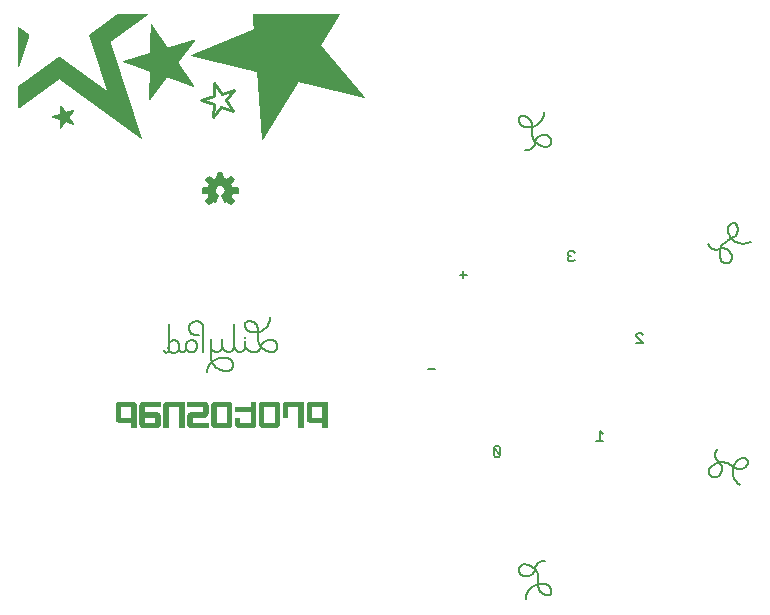
<source format=gbo>
G75*
G70*
%OFA0B0*%
%FSLAX24Y24*%
%IPPOS*%
%LPD*%
%AMOC8*
5,1,8,0,0,1.08239X$1,22.5*
%
%ADD10C,0.0004*%
%ADD11C,0.0111*%
%ADD12C,0.0060*%
%ADD13C,0.0080*%
%ADD14C,0.0059*%
D10*
X003453Y013372D02*
X003473Y013357D01*
X003493Y013345D01*
X003516Y013337D01*
X003544Y013333D01*
X003563Y013333D01*
X003563Y013483D01*
X003414Y013483D01*
X003414Y013463D01*
X003418Y013435D01*
X003563Y013435D01*
X003563Y013437D02*
X003417Y013437D01*
X003418Y013435D02*
X003422Y013412D01*
X003433Y013392D01*
X003453Y013372D01*
X003455Y013371D02*
X003563Y013371D01*
X003563Y013369D02*
X003458Y013369D01*
X003461Y013366D02*
X003563Y013366D01*
X003563Y013364D02*
X003464Y013364D01*
X003467Y013361D02*
X003563Y013361D01*
X003563Y013359D02*
X003470Y013359D01*
X003473Y013357D02*
X003563Y013357D01*
X003563Y013354D02*
X003477Y013354D01*
X003481Y013352D02*
X003563Y013352D01*
X003563Y013349D02*
X003485Y013349D01*
X003489Y013347D02*
X003563Y013347D01*
X003563Y013344D02*
X003494Y013344D01*
X003501Y013342D02*
X003563Y013342D01*
X003563Y013340D02*
X003508Y013340D01*
X003516Y013337D02*
X003563Y013337D01*
X003563Y013335D02*
X003532Y013335D01*
X003563Y013374D02*
X003452Y013374D01*
X003449Y013376D02*
X003563Y013376D01*
X003563Y013379D02*
X003447Y013379D01*
X003445Y013381D02*
X003563Y013381D01*
X003563Y013383D02*
X003442Y013383D01*
X003440Y013386D02*
X003563Y013386D01*
X003563Y013388D02*
X003437Y013388D01*
X003435Y013391D02*
X003563Y013391D01*
X003563Y013393D02*
X003433Y013393D01*
X003431Y013396D02*
X003563Y013396D01*
X003563Y013398D02*
X003430Y013398D01*
X003428Y013400D02*
X003563Y013400D01*
X003563Y013403D02*
X003427Y013403D01*
X003426Y013405D02*
X003563Y013405D01*
X003563Y013408D02*
X003424Y013408D01*
X003423Y013410D02*
X003563Y013410D01*
X003563Y013413D02*
X003422Y013413D01*
X003421Y013415D02*
X003563Y013415D01*
X003563Y013418D02*
X003421Y013418D01*
X003420Y013420D02*
X003563Y013420D01*
X003563Y013422D02*
X003420Y013422D01*
X003419Y013425D02*
X003563Y013425D01*
X003563Y013427D02*
X003419Y013427D01*
X003419Y013430D02*
X003563Y013430D01*
X003563Y013432D02*
X003418Y013432D01*
X003417Y013439D02*
X003563Y013439D01*
X003563Y013442D02*
X003417Y013442D01*
X003416Y013444D02*
X003563Y013444D01*
X003563Y013447D02*
X003416Y013447D01*
X003416Y013449D02*
X003563Y013449D01*
X003563Y013452D02*
X003415Y013452D01*
X003415Y013454D02*
X003563Y013454D01*
X003563Y013457D02*
X003415Y013457D01*
X003414Y013459D02*
X003563Y013459D01*
X003563Y013461D02*
X003414Y013461D01*
X003414Y013464D02*
X003563Y013464D01*
X003563Y013466D02*
X003414Y013466D01*
X003414Y013469D02*
X003563Y013469D01*
X003563Y013471D02*
X003414Y013471D01*
X003414Y013474D02*
X003563Y013474D01*
X003563Y013476D02*
X003414Y013476D01*
X003414Y013478D02*
X003563Y013478D01*
X003563Y013481D02*
X003414Y013481D01*
X003414Y013510D02*
X003414Y013660D01*
X003563Y013660D01*
X003563Y013510D01*
X003414Y013510D01*
X003414Y013513D02*
X003563Y013513D01*
X003563Y013515D02*
X003414Y013515D01*
X003414Y013517D02*
X003563Y013517D01*
X003563Y013520D02*
X003414Y013520D01*
X003414Y013522D02*
X003563Y013522D01*
X003563Y013525D02*
X003414Y013525D01*
X003414Y013527D02*
X003563Y013527D01*
X003563Y013530D02*
X003414Y013530D01*
X003414Y013532D02*
X003563Y013532D01*
X003563Y013535D02*
X003414Y013535D01*
X003414Y013537D02*
X003563Y013537D01*
X003563Y013539D02*
X003414Y013539D01*
X003414Y013542D02*
X003563Y013542D01*
X003563Y013544D02*
X003414Y013544D01*
X003414Y013547D02*
X003563Y013547D01*
X003563Y013549D02*
X003414Y013549D01*
X003414Y013552D02*
X003563Y013552D01*
X003563Y013554D02*
X003414Y013554D01*
X003414Y013556D02*
X003563Y013556D01*
X003563Y013559D02*
X003414Y013559D01*
X003414Y013561D02*
X003563Y013561D01*
X003563Y013564D02*
X003414Y013564D01*
X003414Y013566D02*
X003563Y013566D01*
X003563Y013569D02*
X003414Y013569D01*
X003414Y013571D02*
X003563Y013571D01*
X003563Y013574D02*
X003414Y013574D01*
X003414Y013576D02*
X003563Y013576D01*
X003563Y013578D02*
X003414Y013578D01*
X003414Y013581D02*
X003563Y013581D01*
X003563Y013583D02*
X003414Y013583D01*
X003414Y013586D02*
X003563Y013586D01*
X003563Y013588D02*
X003414Y013588D01*
X003414Y013591D02*
X003563Y013591D01*
X003563Y013593D02*
X003414Y013593D01*
X003414Y013595D02*
X003563Y013595D01*
X003563Y013598D02*
X003414Y013598D01*
X003414Y013600D02*
X003563Y013600D01*
X003563Y013603D02*
X003414Y013603D01*
X003414Y013605D02*
X003563Y013605D01*
X003563Y013608D02*
X003414Y013608D01*
X003414Y013610D02*
X003563Y013610D01*
X003563Y013613D02*
X003414Y013613D01*
X003414Y013615D02*
X003563Y013615D01*
X003563Y013617D02*
X003414Y013617D01*
X003414Y013620D02*
X003563Y013620D01*
X003563Y013622D02*
X003414Y013622D01*
X003414Y013625D02*
X003563Y013625D01*
X003563Y013627D02*
X003414Y013627D01*
X003414Y013630D02*
X003563Y013630D01*
X003563Y013632D02*
X003414Y013632D01*
X003414Y013634D02*
X003563Y013634D01*
X003563Y013637D02*
X003414Y013637D01*
X003414Y013639D02*
X003563Y013639D01*
X003563Y013642D02*
X003414Y013642D01*
X003414Y013644D02*
X003563Y013644D01*
X003563Y013647D02*
X003414Y013647D01*
X003414Y013649D02*
X003563Y013649D01*
X003563Y013652D02*
X003414Y013652D01*
X003414Y013654D02*
X003563Y013654D01*
X003563Y013656D02*
X003414Y013656D01*
X003414Y013659D02*
X003563Y013659D01*
X003563Y013687D02*
X003563Y013837D01*
X003414Y013837D01*
X003414Y013687D01*
X003563Y013687D01*
X003563Y013688D02*
X003414Y013688D01*
X003414Y013691D02*
X003563Y013691D01*
X003563Y013693D02*
X003414Y013693D01*
X003414Y013695D02*
X003563Y013695D01*
X003563Y013698D02*
X003414Y013698D01*
X003414Y013700D02*
X003563Y013700D01*
X003563Y013703D02*
X003414Y013703D01*
X003414Y013705D02*
X003563Y013705D01*
X003563Y013708D02*
X003414Y013708D01*
X003414Y013710D02*
X003563Y013710D01*
X003563Y013712D02*
X003414Y013712D01*
X003414Y013715D02*
X003563Y013715D01*
X003563Y013717D02*
X003414Y013717D01*
X003414Y013720D02*
X003563Y013720D01*
X003563Y013722D02*
X003414Y013722D01*
X003414Y013725D02*
X003563Y013725D01*
X003563Y013727D02*
X003414Y013727D01*
X003414Y013730D02*
X003563Y013730D01*
X003563Y013732D02*
X003414Y013732D01*
X003414Y013734D02*
X003563Y013734D01*
X003563Y013737D02*
X003414Y013737D01*
X003414Y013739D02*
X003563Y013739D01*
X003563Y013742D02*
X003414Y013742D01*
X003414Y013744D02*
X003563Y013744D01*
X003563Y013747D02*
X003414Y013747D01*
X003414Y013749D02*
X003563Y013749D01*
X003563Y013751D02*
X003414Y013751D01*
X003414Y013754D02*
X003563Y013754D01*
X003563Y013756D02*
X003414Y013756D01*
X003414Y013759D02*
X003563Y013759D01*
X003563Y013761D02*
X003414Y013761D01*
X003414Y013764D02*
X003563Y013764D01*
X003563Y013766D02*
X003414Y013766D01*
X003414Y013769D02*
X003563Y013769D01*
X003563Y013771D02*
X003414Y013771D01*
X003414Y013773D02*
X003563Y013773D01*
X003563Y013776D02*
X003414Y013776D01*
X003414Y013778D02*
X003563Y013778D01*
X003563Y013781D02*
X003414Y013781D01*
X003414Y013783D02*
X003563Y013783D01*
X003563Y013786D02*
X003414Y013786D01*
X003414Y013788D02*
X003563Y013788D01*
X003563Y013790D02*
X003414Y013790D01*
X003414Y013793D02*
X003563Y013793D01*
X003563Y013795D02*
X003414Y013795D01*
X003414Y013798D02*
X003563Y013798D01*
X003563Y013800D02*
X003414Y013800D01*
X003414Y013803D02*
X003563Y013803D01*
X003563Y013805D02*
X003414Y013805D01*
X003414Y013808D02*
X003563Y013808D01*
X003563Y013810D02*
X003414Y013810D01*
X003414Y013812D02*
X003563Y013812D01*
X003563Y013815D02*
X003414Y013815D01*
X003414Y013817D02*
X003563Y013817D01*
X003563Y013820D02*
X003414Y013820D01*
X003414Y013822D02*
X003563Y013822D01*
X003563Y013825D02*
X003414Y013825D01*
X003414Y013827D02*
X003563Y013827D01*
X003563Y013829D02*
X003414Y013829D01*
X003414Y013832D02*
X003563Y013832D01*
X003563Y013834D02*
X003414Y013834D01*
X003414Y013837D02*
X003563Y013837D01*
X003563Y013861D02*
X003563Y014010D01*
X003515Y014010D01*
X003516Y014010D02*
X003493Y014002D01*
X003563Y014002D01*
X003563Y014000D02*
X003489Y014000D01*
X003493Y014002D02*
X003473Y013991D01*
X003453Y013975D01*
X003433Y013955D01*
X003422Y013931D01*
X003414Y013884D01*
X003414Y013861D01*
X003563Y013861D01*
X003414Y013861D01*
X003414Y013864D02*
X003563Y013864D01*
X003563Y013866D02*
X003414Y013866D01*
X003414Y013868D02*
X003563Y013868D01*
X003563Y013871D02*
X003414Y013871D01*
X003414Y013873D02*
X003563Y013873D01*
X003563Y013876D02*
X003414Y013876D01*
X003414Y013878D02*
X003563Y013878D01*
X003563Y013881D02*
X003414Y013881D01*
X003414Y013883D02*
X003563Y013883D01*
X003563Y013886D02*
X003414Y013886D01*
X003414Y013888D02*
X003563Y013888D01*
X003563Y013890D02*
X003415Y013890D01*
X003415Y013893D02*
X003563Y013893D01*
X003563Y013895D02*
X003416Y013895D01*
X003416Y013898D02*
X003563Y013898D01*
X003563Y013900D02*
X003416Y013900D01*
X003417Y013903D02*
X003563Y013903D01*
X003563Y013905D02*
X003417Y013905D01*
X003418Y013907D02*
X003563Y013907D01*
X003563Y013910D02*
X003418Y013910D01*
X003418Y013912D02*
X003563Y013912D01*
X003563Y013915D02*
X003419Y013915D01*
X003419Y013917D02*
X003563Y013917D01*
X003563Y013920D02*
X003420Y013920D01*
X003420Y013922D02*
X003563Y013922D01*
X003563Y013924D02*
X003420Y013924D01*
X003421Y013927D02*
X003563Y013927D01*
X003563Y013929D02*
X003421Y013929D01*
X003422Y013932D02*
X003563Y013932D01*
X003563Y013934D02*
X003423Y013934D01*
X003424Y013937D02*
X003563Y013937D01*
X003563Y013939D02*
X003425Y013939D01*
X003427Y013942D02*
X003563Y013942D01*
X003563Y013944D02*
X003428Y013944D01*
X003429Y013946D02*
X003563Y013946D01*
X003563Y013949D02*
X003430Y013949D01*
X003432Y013951D02*
X003563Y013951D01*
X003563Y013954D02*
X003433Y013954D01*
X003435Y013956D02*
X003563Y013956D01*
X003563Y013959D02*
X003437Y013959D01*
X003439Y013961D02*
X003563Y013961D01*
X003563Y013963D02*
X003442Y013963D01*
X003444Y013966D02*
X003563Y013966D01*
X003563Y013968D02*
X003447Y013968D01*
X003449Y013971D02*
X003563Y013971D01*
X003563Y013973D02*
X003452Y013973D01*
X003454Y013976D02*
X003563Y013976D01*
X003563Y013978D02*
X003457Y013978D01*
X003460Y013981D02*
X003563Y013981D01*
X003563Y013983D02*
X003463Y013983D01*
X003466Y013985D02*
X003563Y013985D01*
X003563Y013988D02*
X003469Y013988D01*
X003473Y013990D02*
X003563Y013990D01*
X003563Y013993D02*
X003476Y013993D01*
X003481Y013995D02*
X003563Y013995D01*
X003563Y013998D02*
X003485Y013998D01*
X003500Y014005D02*
X003563Y014005D01*
X003563Y014007D02*
X003508Y014007D01*
X003516Y014010D02*
X003563Y014010D01*
X003591Y014010D02*
X003741Y014010D01*
X003591Y014010D01*
X003591Y013861D01*
X003741Y013861D01*
X003741Y014010D01*
X003741Y014007D02*
X003591Y014007D01*
X003591Y014005D02*
X003741Y014005D01*
X003741Y014002D02*
X003591Y014002D01*
X003591Y014000D02*
X003741Y014000D01*
X003741Y013998D02*
X003591Y013998D01*
X003591Y013995D02*
X003741Y013995D01*
X003741Y013993D02*
X003591Y013993D01*
X003591Y013990D02*
X003741Y013990D01*
X003741Y013988D02*
X003591Y013988D01*
X003591Y013985D02*
X003741Y013985D01*
X003741Y013983D02*
X003591Y013983D01*
X003591Y013981D02*
X003741Y013981D01*
X003741Y013978D02*
X003591Y013978D01*
X003591Y013976D02*
X003741Y013976D01*
X003741Y013973D02*
X003591Y013973D01*
X003591Y013971D02*
X003741Y013971D01*
X003741Y013968D02*
X003591Y013968D01*
X003591Y013966D02*
X003741Y013966D01*
X003741Y013963D02*
X003591Y013963D01*
X003591Y013961D02*
X003741Y013961D01*
X003741Y013959D02*
X003591Y013959D01*
X003591Y013956D02*
X003741Y013956D01*
X003741Y013954D02*
X003591Y013954D01*
X003591Y013951D02*
X003741Y013951D01*
X003741Y013949D02*
X003591Y013949D01*
X003591Y013946D02*
X003741Y013946D01*
X003741Y013944D02*
X003591Y013944D01*
X003591Y013942D02*
X003741Y013942D01*
X003741Y013939D02*
X003591Y013939D01*
X003591Y013937D02*
X003741Y013937D01*
X003741Y013934D02*
X003591Y013934D01*
X003591Y013932D02*
X003741Y013932D01*
X003741Y013929D02*
X003591Y013929D01*
X003591Y013927D02*
X003741Y013927D01*
X003741Y013924D02*
X003591Y013924D01*
X003591Y013922D02*
X003741Y013922D01*
X003741Y013920D02*
X003591Y013920D01*
X003591Y013917D02*
X003741Y013917D01*
X003741Y013915D02*
X003591Y013915D01*
X003591Y013912D02*
X003741Y013912D01*
X003741Y013910D02*
X003591Y013910D01*
X003591Y013907D02*
X003741Y013907D01*
X003741Y013905D02*
X003591Y013905D01*
X003591Y013903D02*
X003741Y013903D01*
X003741Y013900D02*
X003591Y013900D01*
X003591Y013898D02*
X003741Y013898D01*
X003741Y013895D02*
X003591Y013895D01*
X003591Y013893D02*
X003741Y013893D01*
X003741Y013890D02*
X003591Y013890D01*
X003591Y013888D02*
X003741Y013888D01*
X003741Y013886D02*
X003591Y013886D01*
X003591Y013883D02*
X003741Y013883D01*
X003741Y013881D02*
X003591Y013881D01*
X003591Y013878D02*
X003741Y013878D01*
X003741Y013876D02*
X003591Y013876D01*
X003591Y013873D02*
X003741Y013873D01*
X003741Y013871D02*
X003591Y013871D01*
X003591Y013868D02*
X003741Y013868D01*
X003741Y013866D02*
X003591Y013866D01*
X003591Y013864D02*
X003741Y013864D01*
X003741Y013861D02*
X003591Y013861D01*
X003764Y013861D02*
X003918Y013861D01*
X003918Y014010D01*
X003764Y014010D01*
X003764Y013861D01*
X003918Y013861D01*
X003918Y013864D02*
X003764Y013864D01*
X003764Y013866D02*
X003918Y013866D01*
X003918Y013868D02*
X003764Y013868D01*
X003764Y013871D02*
X003918Y013871D01*
X003918Y013873D02*
X003764Y013873D01*
X003764Y013876D02*
X003918Y013876D01*
X003918Y013878D02*
X003764Y013878D01*
X003764Y013881D02*
X003918Y013881D01*
X003918Y013883D02*
X003764Y013883D01*
X003764Y013886D02*
X003918Y013886D01*
X003918Y013888D02*
X003764Y013888D01*
X003764Y013890D02*
X003918Y013890D01*
X003918Y013893D02*
X003764Y013893D01*
X003764Y013895D02*
X003918Y013895D01*
X003918Y013898D02*
X003764Y013898D01*
X003764Y013900D02*
X003918Y013900D01*
X003918Y013903D02*
X003764Y013903D01*
X003764Y013905D02*
X003918Y013905D01*
X003918Y013907D02*
X003764Y013907D01*
X003764Y013910D02*
X003918Y013910D01*
X003918Y013912D02*
X003764Y013912D01*
X003764Y013915D02*
X003918Y013915D01*
X003918Y013917D02*
X003764Y013917D01*
X003764Y013920D02*
X003918Y013920D01*
X003918Y013922D02*
X003764Y013922D01*
X003764Y013924D02*
X003918Y013924D01*
X003918Y013927D02*
X003764Y013927D01*
X003764Y013929D02*
X003918Y013929D01*
X003918Y013932D02*
X003764Y013932D01*
X003764Y013934D02*
X003918Y013934D01*
X003918Y013937D02*
X003764Y013937D01*
X003764Y013939D02*
X003918Y013939D01*
X003918Y013942D02*
X003764Y013942D01*
X003764Y013944D02*
X003918Y013944D01*
X003918Y013946D02*
X003764Y013946D01*
X003764Y013949D02*
X003918Y013949D01*
X003918Y013951D02*
X003764Y013951D01*
X003764Y013954D02*
X003918Y013954D01*
X003918Y013956D02*
X003764Y013956D01*
X003764Y013959D02*
X003918Y013959D01*
X003918Y013961D02*
X003764Y013961D01*
X003764Y013963D02*
X003918Y013963D01*
X003918Y013966D02*
X003764Y013966D01*
X003764Y013968D02*
X003918Y013968D01*
X003918Y013971D02*
X003764Y013971D01*
X003764Y013973D02*
X003918Y013973D01*
X003918Y013976D02*
X003764Y013976D01*
X003764Y013978D02*
X003918Y013978D01*
X003918Y013981D02*
X003764Y013981D01*
X003764Y013983D02*
X003918Y013983D01*
X003918Y013985D02*
X003764Y013985D01*
X003764Y013988D02*
X003918Y013988D01*
X003918Y013990D02*
X003764Y013990D01*
X003764Y013993D02*
X003918Y013993D01*
X003918Y013995D02*
X003764Y013995D01*
X003764Y013998D02*
X003918Y013998D01*
X003918Y014000D02*
X003764Y014000D01*
X003764Y014002D02*
X003918Y014002D01*
X003918Y014005D02*
X003764Y014005D01*
X003764Y014007D02*
X003918Y014007D01*
X003918Y014010D02*
X003764Y014010D01*
X003941Y014010D02*
X003941Y013861D01*
X004091Y013861D01*
X004091Y013908D01*
X004083Y013931D01*
X004071Y013955D01*
X004056Y013975D01*
X004036Y013991D01*
X004012Y014002D01*
X003989Y014010D01*
X003941Y014010D01*
X003990Y014010D01*
X003997Y014007D02*
X003941Y014007D01*
X003941Y014005D02*
X004005Y014005D01*
X004012Y014002D02*
X003941Y014002D01*
X003941Y014000D02*
X004017Y014000D01*
X004022Y013998D02*
X003941Y013998D01*
X003941Y013995D02*
X004027Y013995D01*
X004031Y013993D02*
X003941Y013993D01*
X003941Y013990D02*
X004036Y013990D01*
X004039Y013988D02*
X003941Y013988D01*
X003941Y013985D02*
X004042Y013985D01*
X004045Y013983D02*
X003941Y013983D01*
X003941Y013981D02*
X004048Y013981D01*
X004051Y013978D02*
X003941Y013978D01*
X003941Y013976D02*
X004054Y013976D01*
X004057Y013973D02*
X003941Y013973D01*
X003941Y013971D02*
X004059Y013971D01*
X004061Y013968D02*
X003941Y013968D01*
X003941Y013966D02*
X004063Y013966D01*
X004065Y013963D02*
X003941Y013963D01*
X003941Y013961D02*
X004067Y013961D01*
X004068Y013959D02*
X003941Y013959D01*
X003941Y013956D02*
X004070Y013956D01*
X004072Y013954D02*
X003941Y013954D01*
X003941Y013951D02*
X004073Y013951D01*
X004074Y013949D02*
X003941Y013949D01*
X003941Y013946D02*
X004076Y013946D01*
X004077Y013944D02*
X003941Y013944D01*
X003941Y013942D02*
X004078Y013942D01*
X004079Y013939D02*
X003941Y013939D01*
X003941Y013937D02*
X004080Y013937D01*
X004082Y013934D02*
X003941Y013934D01*
X003941Y013932D02*
X004083Y013932D01*
X004084Y013929D02*
X003941Y013929D01*
X003941Y013927D02*
X004085Y013927D01*
X004085Y013924D02*
X003941Y013924D01*
X003941Y013922D02*
X004086Y013922D01*
X004087Y013920D02*
X003941Y013920D01*
X003941Y013917D02*
X004088Y013917D01*
X004089Y013915D02*
X003941Y013915D01*
X003941Y013912D02*
X004089Y013912D01*
X004090Y013910D02*
X003941Y013910D01*
X003941Y013907D02*
X004091Y013907D01*
X004091Y013905D02*
X003941Y013905D01*
X003941Y013903D02*
X004091Y013903D01*
X004091Y013900D02*
X003941Y013900D01*
X003941Y013898D02*
X004091Y013898D01*
X004091Y013895D02*
X003941Y013895D01*
X003941Y013893D02*
X004091Y013893D01*
X004091Y013890D02*
X003941Y013890D01*
X003941Y013888D02*
X004091Y013888D01*
X004091Y013886D02*
X003941Y013886D01*
X003941Y013883D02*
X004091Y013883D01*
X004091Y013881D02*
X003941Y013881D01*
X003941Y013878D02*
X004091Y013878D01*
X004091Y013876D02*
X003941Y013876D01*
X003941Y013873D02*
X004091Y013873D01*
X004091Y013871D02*
X003941Y013871D01*
X003941Y013868D02*
X004091Y013868D01*
X004091Y013866D02*
X003941Y013866D01*
X003941Y013864D02*
X004091Y013864D01*
X004091Y013861D02*
X003941Y013861D01*
X003941Y013837D02*
X003941Y013687D01*
X004091Y013687D01*
X004091Y013837D01*
X003941Y013837D01*
X004091Y013837D01*
X004091Y013834D02*
X003941Y013834D01*
X003941Y013832D02*
X004091Y013832D01*
X004091Y013829D02*
X003941Y013829D01*
X003941Y013827D02*
X004091Y013827D01*
X004091Y013825D02*
X003941Y013825D01*
X003941Y013822D02*
X004091Y013822D01*
X004091Y013820D02*
X003941Y013820D01*
X003941Y013817D02*
X004091Y013817D01*
X004091Y013815D02*
X003941Y013815D01*
X003941Y013812D02*
X004091Y013812D01*
X004091Y013810D02*
X003941Y013810D01*
X003941Y013808D02*
X004091Y013808D01*
X004091Y013805D02*
X003941Y013805D01*
X003941Y013803D02*
X004091Y013803D01*
X004091Y013800D02*
X003941Y013800D01*
X003941Y013798D02*
X004091Y013798D01*
X004091Y013795D02*
X003941Y013795D01*
X003941Y013793D02*
X004091Y013793D01*
X004091Y013790D02*
X003941Y013790D01*
X003941Y013788D02*
X004091Y013788D01*
X004091Y013786D02*
X003941Y013786D01*
X003941Y013783D02*
X004091Y013783D01*
X004091Y013781D02*
X003941Y013781D01*
X003941Y013778D02*
X004091Y013778D01*
X004091Y013776D02*
X003941Y013776D01*
X003941Y013773D02*
X004091Y013773D01*
X004091Y013771D02*
X003941Y013771D01*
X003941Y013769D02*
X004091Y013769D01*
X004091Y013766D02*
X003941Y013766D01*
X003941Y013764D02*
X004091Y013764D01*
X004091Y013761D02*
X003941Y013761D01*
X003941Y013759D02*
X004091Y013759D01*
X004091Y013756D02*
X003941Y013756D01*
X003941Y013754D02*
X004091Y013754D01*
X004091Y013751D02*
X003941Y013751D01*
X003941Y013749D02*
X004091Y013749D01*
X004091Y013747D02*
X003941Y013747D01*
X003941Y013744D02*
X004091Y013744D01*
X004091Y013742D02*
X003941Y013742D01*
X003941Y013739D02*
X004091Y013739D01*
X004091Y013737D02*
X003941Y013737D01*
X003941Y013734D02*
X004091Y013734D01*
X004091Y013732D02*
X003941Y013732D01*
X003941Y013730D02*
X004091Y013730D01*
X004091Y013727D02*
X003941Y013727D01*
X003941Y013725D02*
X004091Y013725D01*
X004091Y013722D02*
X003941Y013722D01*
X003941Y013720D02*
X004091Y013720D01*
X004091Y013717D02*
X003941Y013717D01*
X003941Y013715D02*
X004091Y013715D01*
X004091Y013712D02*
X003941Y013712D01*
X003941Y013710D02*
X004091Y013710D01*
X004091Y013708D02*
X003941Y013708D01*
X003941Y013705D02*
X004091Y013705D01*
X004091Y013703D02*
X003941Y013703D01*
X003941Y013700D02*
X004091Y013700D01*
X004091Y013698D02*
X003941Y013698D01*
X003941Y013695D02*
X004091Y013695D01*
X004091Y013693D02*
X003941Y013693D01*
X003941Y013691D02*
X004091Y013691D01*
X004091Y013688D02*
X003941Y013688D01*
X003941Y013660D02*
X003941Y013510D01*
X004091Y013510D01*
X004091Y013660D01*
X003941Y013660D01*
X003941Y013659D02*
X004091Y013659D01*
X004091Y013656D02*
X003941Y013656D01*
X003941Y013654D02*
X004091Y013654D01*
X004091Y013652D02*
X003941Y013652D01*
X003941Y013649D02*
X004091Y013649D01*
X004091Y013647D02*
X003941Y013647D01*
X003941Y013644D02*
X004091Y013644D01*
X004091Y013642D02*
X003941Y013642D01*
X003941Y013639D02*
X004091Y013639D01*
X004091Y013637D02*
X003941Y013637D01*
X003941Y013634D02*
X004091Y013634D01*
X004091Y013632D02*
X003941Y013632D01*
X003941Y013630D02*
X004091Y013630D01*
X004091Y013627D02*
X003941Y013627D01*
X003941Y013625D02*
X004091Y013625D01*
X004091Y013622D02*
X003941Y013622D01*
X003941Y013620D02*
X004091Y013620D01*
X004091Y013617D02*
X003941Y013617D01*
X003941Y013615D02*
X004091Y013615D01*
X004091Y013613D02*
X003941Y013613D01*
X003941Y013610D02*
X004091Y013610D01*
X004091Y013608D02*
X003941Y013608D01*
X003941Y013605D02*
X004091Y013605D01*
X004091Y013603D02*
X003941Y013603D01*
X003941Y013600D02*
X004091Y013600D01*
X004091Y013598D02*
X003941Y013598D01*
X003941Y013595D02*
X004091Y013595D01*
X004091Y013593D02*
X003941Y013593D01*
X003941Y013591D02*
X004091Y013591D01*
X004091Y013588D02*
X003941Y013588D01*
X003941Y013586D02*
X004091Y013586D01*
X004091Y013583D02*
X003941Y013583D01*
X003941Y013581D02*
X004091Y013581D01*
X004091Y013578D02*
X003941Y013578D01*
X003941Y013576D02*
X004091Y013576D01*
X004091Y013574D02*
X003941Y013574D01*
X003941Y013571D02*
X004091Y013571D01*
X004091Y013569D02*
X003941Y013569D01*
X003941Y013566D02*
X004091Y013566D01*
X004091Y013564D02*
X003941Y013564D01*
X003941Y013561D02*
X004091Y013561D01*
X004091Y013559D02*
X003941Y013559D01*
X003941Y013556D02*
X004091Y013556D01*
X004091Y013554D02*
X003941Y013554D01*
X003941Y013552D02*
X004091Y013552D01*
X004091Y013549D02*
X003941Y013549D01*
X003941Y013547D02*
X004091Y013547D01*
X004091Y013544D02*
X003941Y013544D01*
X003941Y013542D02*
X004091Y013542D01*
X004091Y013539D02*
X003941Y013539D01*
X003941Y013537D02*
X004091Y013537D01*
X004091Y013535D02*
X003941Y013535D01*
X003941Y013532D02*
X004091Y013532D01*
X004091Y013530D02*
X003941Y013530D01*
X003941Y013527D02*
X004091Y013527D01*
X004091Y013525D02*
X003941Y013525D01*
X003941Y013522D02*
X004091Y013522D01*
X004091Y013520D02*
X003941Y013520D01*
X003941Y013517D02*
X004091Y013517D01*
X004091Y013515D02*
X003941Y013515D01*
X003941Y013513D02*
X004091Y013513D01*
X004091Y013483D02*
X003941Y013483D01*
X003941Y013333D01*
X004091Y013333D01*
X004091Y013483D01*
X004091Y013481D02*
X003941Y013481D01*
X003941Y013478D02*
X004091Y013478D01*
X004091Y013476D02*
X003941Y013476D01*
X003941Y013474D02*
X004091Y013474D01*
X004091Y013471D02*
X003941Y013471D01*
X003941Y013469D02*
X004091Y013469D01*
X004091Y013466D02*
X003941Y013466D01*
X003941Y013464D02*
X004091Y013464D01*
X004091Y013461D02*
X003941Y013461D01*
X003941Y013459D02*
X004091Y013459D01*
X004091Y013457D02*
X003941Y013457D01*
X003941Y013454D02*
X004091Y013454D01*
X004091Y013452D02*
X003941Y013452D01*
X003941Y013449D02*
X004091Y013449D01*
X004091Y013447D02*
X003941Y013447D01*
X003941Y013444D02*
X004091Y013444D01*
X004091Y013442D02*
X003941Y013442D01*
X003941Y013439D02*
X004091Y013439D01*
X004091Y013437D02*
X003941Y013437D01*
X003941Y013435D02*
X004091Y013435D01*
X004091Y013432D02*
X003941Y013432D01*
X003941Y013430D02*
X004091Y013430D01*
X004091Y013427D02*
X003941Y013427D01*
X003941Y013425D02*
X004091Y013425D01*
X004091Y013422D02*
X003941Y013422D01*
X003941Y013420D02*
X004091Y013420D01*
X004091Y013418D02*
X003941Y013418D01*
X003941Y013415D02*
X004091Y013415D01*
X004091Y013413D02*
X003941Y013413D01*
X003941Y013410D02*
X004091Y013410D01*
X004091Y013408D02*
X003941Y013408D01*
X003941Y013405D02*
X004091Y013405D01*
X004091Y013403D02*
X003941Y013403D01*
X003941Y013400D02*
X004091Y013400D01*
X004091Y013398D02*
X003941Y013398D01*
X003941Y013396D02*
X004091Y013396D01*
X004091Y013393D02*
X003941Y013393D01*
X003941Y013391D02*
X004091Y013391D01*
X004091Y013388D02*
X003941Y013388D01*
X003941Y013386D02*
X004091Y013386D01*
X004091Y013383D02*
X003941Y013383D01*
X003941Y013381D02*
X004091Y013381D01*
X004091Y013379D02*
X003941Y013379D01*
X003941Y013376D02*
X004091Y013376D01*
X004091Y013374D02*
X003941Y013374D01*
X003941Y013371D02*
X004091Y013371D01*
X004091Y013369D02*
X003941Y013369D01*
X003941Y013366D02*
X004091Y013366D01*
X004091Y013364D02*
X003941Y013364D01*
X003941Y013361D02*
X004091Y013361D01*
X004091Y013359D02*
X003941Y013359D01*
X003941Y013357D02*
X004091Y013357D01*
X004091Y013354D02*
X003941Y013354D01*
X003941Y013352D02*
X004091Y013352D01*
X004091Y013349D02*
X003941Y013349D01*
X003941Y013347D02*
X004091Y013347D01*
X004091Y013344D02*
X003941Y013344D01*
X003941Y013342D02*
X004091Y013342D01*
X004091Y013340D02*
X003941Y013340D01*
X003941Y013337D02*
X004091Y013337D01*
X004091Y013335D02*
X003941Y013335D01*
X003918Y013335D02*
X003764Y013335D01*
X003764Y013333D02*
X003764Y013483D01*
X003918Y013483D01*
X003918Y013333D01*
X003764Y013333D01*
X003764Y013337D02*
X003918Y013337D01*
X003918Y013340D02*
X003764Y013340D01*
X003764Y013342D02*
X003918Y013342D01*
X003918Y013344D02*
X003764Y013344D01*
X003764Y013347D02*
X003918Y013347D01*
X003918Y013349D02*
X003764Y013349D01*
X003764Y013352D02*
X003918Y013352D01*
X003918Y013354D02*
X003764Y013354D01*
X003764Y013357D02*
X003918Y013357D01*
X003918Y013359D02*
X003764Y013359D01*
X003764Y013361D02*
X003918Y013361D01*
X003918Y013364D02*
X003764Y013364D01*
X003764Y013366D02*
X003918Y013366D01*
X003918Y013369D02*
X003764Y013369D01*
X003764Y013371D02*
X003918Y013371D01*
X003918Y013374D02*
X003764Y013374D01*
X003764Y013376D02*
X003918Y013376D01*
X003918Y013379D02*
X003764Y013379D01*
X003764Y013381D02*
X003918Y013381D01*
X003918Y013383D02*
X003764Y013383D01*
X003764Y013386D02*
X003918Y013386D01*
X003918Y013388D02*
X003764Y013388D01*
X003764Y013391D02*
X003918Y013391D01*
X003918Y013393D02*
X003764Y013393D01*
X003764Y013396D02*
X003918Y013396D01*
X003918Y013398D02*
X003764Y013398D01*
X003764Y013400D02*
X003918Y013400D01*
X003918Y013403D02*
X003764Y013403D01*
X003764Y013405D02*
X003918Y013405D01*
X003918Y013408D02*
X003764Y013408D01*
X003764Y013410D02*
X003918Y013410D01*
X003918Y013413D02*
X003764Y013413D01*
X003764Y013415D02*
X003918Y013415D01*
X003918Y013418D02*
X003764Y013418D01*
X003764Y013420D02*
X003918Y013420D01*
X003918Y013422D02*
X003764Y013422D01*
X003764Y013425D02*
X003918Y013425D01*
X003918Y013427D02*
X003764Y013427D01*
X003764Y013430D02*
X003918Y013430D01*
X003918Y013432D02*
X003764Y013432D01*
X003764Y013435D02*
X003918Y013435D01*
X003918Y013437D02*
X003764Y013437D01*
X003764Y013439D02*
X003918Y013439D01*
X003918Y013442D02*
X003764Y013442D01*
X003764Y013444D02*
X003918Y013444D01*
X003918Y013447D02*
X003764Y013447D01*
X003764Y013449D02*
X003918Y013449D01*
X003918Y013452D02*
X003764Y013452D01*
X003764Y013454D02*
X003918Y013454D01*
X003918Y013457D02*
X003764Y013457D01*
X003764Y013459D02*
X003918Y013459D01*
X003918Y013461D02*
X003764Y013461D01*
X003764Y013464D02*
X003918Y013464D01*
X003918Y013466D02*
X003764Y013466D01*
X003764Y013469D02*
X003918Y013469D01*
X003918Y013471D02*
X003764Y013471D01*
X003764Y013474D02*
X003918Y013474D01*
X003918Y013476D02*
X003764Y013476D01*
X003764Y013478D02*
X003918Y013478D01*
X003918Y013481D02*
X003764Y013481D01*
X003741Y013481D02*
X003591Y013481D01*
X003591Y013483D02*
X003591Y013333D01*
X003741Y013333D01*
X003741Y013483D01*
X003591Y013483D01*
X003591Y013478D02*
X003741Y013478D01*
X003741Y013476D02*
X003591Y013476D01*
X003591Y013474D02*
X003741Y013474D01*
X003741Y013471D02*
X003591Y013471D01*
X003591Y013469D02*
X003741Y013469D01*
X003741Y013466D02*
X003591Y013466D01*
X003591Y013464D02*
X003741Y013464D01*
X003741Y013461D02*
X003591Y013461D01*
X003591Y013459D02*
X003741Y013459D01*
X003741Y013457D02*
X003591Y013457D01*
X003591Y013454D02*
X003741Y013454D01*
X003741Y013452D02*
X003591Y013452D01*
X003591Y013449D02*
X003741Y013449D01*
X003741Y013447D02*
X003591Y013447D01*
X003591Y013444D02*
X003741Y013444D01*
X003741Y013442D02*
X003591Y013442D01*
X003591Y013439D02*
X003741Y013439D01*
X003741Y013437D02*
X003591Y013437D01*
X003591Y013435D02*
X003741Y013435D01*
X003741Y013432D02*
X003591Y013432D01*
X003591Y013430D02*
X003741Y013430D01*
X003741Y013427D02*
X003591Y013427D01*
X003591Y013425D02*
X003741Y013425D01*
X003741Y013422D02*
X003591Y013422D01*
X003591Y013420D02*
X003741Y013420D01*
X003741Y013418D02*
X003591Y013418D01*
X003591Y013415D02*
X003741Y013415D01*
X003741Y013413D02*
X003591Y013413D01*
X003591Y013410D02*
X003741Y013410D01*
X003741Y013408D02*
X003591Y013408D01*
X003591Y013405D02*
X003741Y013405D01*
X003741Y013403D02*
X003591Y013403D01*
X003591Y013400D02*
X003741Y013400D01*
X003741Y013398D02*
X003591Y013398D01*
X003591Y013396D02*
X003741Y013396D01*
X003741Y013393D02*
X003591Y013393D01*
X003591Y013391D02*
X003741Y013391D01*
X003741Y013388D02*
X003591Y013388D01*
X003591Y013386D02*
X003741Y013386D01*
X003741Y013383D02*
X003591Y013383D01*
X003591Y013381D02*
X003741Y013381D01*
X003741Y013379D02*
X003591Y013379D01*
X003591Y013376D02*
X003741Y013376D01*
X003741Y013374D02*
X003591Y013374D01*
X003591Y013371D02*
X003741Y013371D01*
X003741Y013369D02*
X003591Y013369D01*
X003591Y013366D02*
X003741Y013366D01*
X003741Y013364D02*
X003591Y013364D01*
X003591Y013361D02*
X003741Y013361D01*
X003741Y013359D02*
X003591Y013359D01*
X003591Y013357D02*
X003741Y013357D01*
X003741Y013354D02*
X003591Y013354D01*
X003591Y013352D02*
X003741Y013352D01*
X003741Y013349D02*
X003591Y013349D01*
X003591Y013347D02*
X003741Y013347D01*
X003741Y013344D02*
X003591Y013344D01*
X003591Y013342D02*
X003741Y013342D01*
X003741Y013340D02*
X003591Y013340D01*
X003591Y013337D02*
X003741Y013337D01*
X003741Y013335D02*
X003591Y013335D01*
X003941Y013309D02*
X003941Y013160D01*
X004091Y013160D01*
X004091Y013309D01*
X003941Y013309D01*
X003941Y013308D02*
X004091Y013308D01*
X004091Y013305D02*
X003941Y013305D01*
X003941Y013303D02*
X004091Y013303D01*
X004091Y013301D02*
X003941Y013301D01*
X003941Y013298D02*
X004091Y013298D01*
X004091Y013296D02*
X003941Y013296D01*
X003941Y013293D02*
X004091Y013293D01*
X004091Y013291D02*
X003941Y013291D01*
X003941Y013288D02*
X004091Y013288D01*
X004091Y013286D02*
X003941Y013286D01*
X003941Y013284D02*
X004091Y013284D01*
X004091Y013281D02*
X003941Y013281D01*
X003941Y013279D02*
X004091Y013279D01*
X004091Y013276D02*
X003941Y013276D01*
X003941Y013274D02*
X004091Y013274D01*
X004091Y013271D02*
X003941Y013271D01*
X003941Y013269D02*
X004091Y013269D01*
X004091Y013266D02*
X003941Y013266D01*
X003941Y013264D02*
X004091Y013264D01*
X004091Y013262D02*
X003941Y013262D01*
X003941Y013259D02*
X004091Y013259D01*
X004091Y013257D02*
X003941Y013257D01*
X003941Y013254D02*
X004091Y013254D01*
X004091Y013252D02*
X003941Y013252D01*
X003941Y013249D02*
X004091Y013249D01*
X004091Y013247D02*
X003941Y013247D01*
X003941Y013245D02*
X004091Y013245D01*
X004091Y013242D02*
X003941Y013242D01*
X003941Y013240D02*
X004091Y013240D01*
X004091Y013237D02*
X003941Y013237D01*
X003941Y013235D02*
X004091Y013235D01*
X004091Y013232D02*
X003941Y013232D01*
X003941Y013230D02*
X004091Y013230D01*
X004091Y013227D02*
X003941Y013227D01*
X003941Y013225D02*
X004091Y013225D01*
X004091Y013223D02*
X003941Y013223D01*
X003941Y013220D02*
X004091Y013220D01*
X004091Y013218D02*
X003941Y013218D01*
X003941Y013215D02*
X004091Y013215D01*
X004091Y013213D02*
X003941Y013213D01*
X003941Y013210D02*
X004091Y013210D01*
X004091Y013208D02*
X003941Y013208D01*
X003941Y013206D02*
X004091Y013206D01*
X004091Y013203D02*
X003941Y013203D01*
X003941Y013201D02*
X004091Y013201D01*
X004091Y013198D02*
X003941Y013198D01*
X003941Y013196D02*
X004091Y013196D01*
X004091Y013193D02*
X003941Y013193D01*
X003941Y013191D02*
X004091Y013191D01*
X004091Y013188D02*
X003941Y013188D01*
X003941Y013186D02*
X004091Y013186D01*
X004091Y013184D02*
X003941Y013184D01*
X003941Y013181D02*
X004091Y013181D01*
X004091Y013179D02*
X003941Y013179D01*
X003941Y013176D02*
X004091Y013176D01*
X004091Y013174D02*
X003941Y013174D01*
X003941Y013171D02*
X004091Y013171D01*
X004091Y013169D02*
X003941Y013169D01*
X003941Y013167D02*
X004091Y013167D01*
X004091Y013164D02*
X003941Y013164D01*
X003941Y013162D02*
X004091Y013162D01*
X004225Y013230D02*
X004359Y013230D01*
X004359Y013232D02*
X004224Y013232D01*
X004223Y013235D02*
X004359Y013235D01*
X004359Y013237D02*
X004222Y013237D01*
X004221Y013239D02*
X004233Y013215D01*
X004248Y013195D01*
X004268Y013180D01*
X004288Y013168D01*
X004311Y013160D01*
X004359Y013160D01*
X004359Y013309D01*
X004209Y013309D01*
X004209Y013286D01*
X004359Y013286D01*
X004359Y013288D02*
X004209Y013288D01*
X004209Y013286D02*
X004213Y013262D01*
X004221Y013239D01*
X004221Y013240D02*
X004359Y013240D01*
X004359Y013242D02*
X004220Y013242D01*
X004219Y013245D02*
X004359Y013245D01*
X004359Y013247D02*
X004218Y013247D01*
X004217Y013249D02*
X004359Y013249D01*
X004359Y013252D02*
X004216Y013252D01*
X004216Y013254D02*
X004359Y013254D01*
X004359Y013257D02*
X004215Y013257D01*
X004214Y013259D02*
X004359Y013259D01*
X004359Y013262D02*
X004213Y013262D01*
X004213Y013264D02*
X004359Y013264D01*
X004359Y013266D02*
X004212Y013266D01*
X004212Y013269D02*
X004359Y013269D01*
X004359Y013271D02*
X004211Y013271D01*
X004211Y013274D02*
X004359Y013274D01*
X004359Y013276D02*
X004211Y013276D01*
X004210Y013279D02*
X004359Y013279D01*
X004359Y013281D02*
X004210Y013281D01*
X004209Y013284D02*
X004359Y013284D01*
X004359Y013291D02*
X004209Y013291D01*
X004209Y013293D02*
X004359Y013293D01*
X004359Y013296D02*
X004209Y013296D01*
X004209Y013298D02*
X004359Y013298D01*
X004359Y013301D02*
X004209Y013301D01*
X004209Y013303D02*
X004359Y013303D01*
X004359Y013305D02*
X004209Y013305D01*
X004209Y013308D02*
X004359Y013308D01*
X004359Y013333D02*
X004359Y013483D01*
X004209Y013483D01*
X004209Y013333D01*
X004359Y013333D01*
X004359Y013335D02*
X004209Y013335D01*
X004209Y013337D02*
X004359Y013337D01*
X004359Y013340D02*
X004209Y013340D01*
X004209Y013342D02*
X004359Y013342D01*
X004359Y013344D02*
X004209Y013344D01*
X004209Y013347D02*
X004359Y013347D01*
X004359Y013349D02*
X004209Y013349D01*
X004209Y013352D02*
X004359Y013352D01*
X004359Y013354D02*
X004209Y013354D01*
X004209Y013357D02*
X004359Y013357D01*
X004359Y013359D02*
X004209Y013359D01*
X004209Y013361D02*
X004359Y013361D01*
X004359Y013364D02*
X004209Y013364D01*
X004209Y013366D02*
X004359Y013366D01*
X004359Y013369D02*
X004209Y013369D01*
X004209Y013371D02*
X004359Y013371D01*
X004359Y013374D02*
X004209Y013374D01*
X004209Y013376D02*
X004359Y013376D01*
X004359Y013379D02*
X004209Y013379D01*
X004209Y013381D02*
X004359Y013381D01*
X004359Y013383D02*
X004209Y013383D01*
X004209Y013386D02*
X004359Y013386D01*
X004359Y013388D02*
X004209Y013388D01*
X004209Y013391D02*
X004359Y013391D01*
X004359Y013393D02*
X004209Y013393D01*
X004209Y013396D02*
X004359Y013396D01*
X004359Y013398D02*
X004209Y013398D01*
X004209Y013400D02*
X004359Y013400D01*
X004359Y013403D02*
X004209Y013403D01*
X004209Y013405D02*
X004359Y013405D01*
X004359Y013408D02*
X004209Y013408D01*
X004209Y013410D02*
X004359Y013410D01*
X004359Y013413D02*
X004209Y013413D01*
X004209Y013415D02*
X004359Y013415D01*
X004359Y013418D02*
X004209Y013418D01*
X004209Y013420D02*
X004359Y013420D01*
X004359Y013422D02*
X004209Y013422D01*
X004209Y013425D02*
X004359Y013425D01*
X004359Y013427D02*
X004209Y013427D01*
X004209Y013430D02*
X004359Y013430D01*
X004359Y013432D02*
X004209Y013432D01*
X004209Y013435D02*
X004359Y013435D01*
X004359Y013437D02*
X004209Y013437D01*
X004209Y013439D02*
X004359Y013439D01*
X004359Y013442D02*
X004209Y013442D01*
X004209Y013444D02*
X004359Y013444D01*
X004359Y013447D02*
X004209Y013447D01*
X004209Y013449D02*
X004359Y013449D01*
X004359Y013452D02*
X004209Y013452D01*
X004209Y013454D02*
X004359Y013454D01*
X004359Y013457D02*
X004209Y013457D01*
X004209Y013459D02*
X004359Y013459D01*
X004359Y013461D02*
X004209Y013461D01*
X004209Y013464D02*
X004359Y013464D01*
X004359Y013466D02*
X004209Y013466D01*
X004209Y013469D02*
X004359Y013469D01*
X004359Y013471D02*
X004209Y013471D01*
X004209Y013474D02*
X004359Y013474D01*
X004359Y013476D02*
X004209Y013476D01*
X004209Y013478D02*
X004359Y013478D01*
X004359Y013481D02*
X004209Y013481D01*
X004209Y013510D02*
X004209Y013660D01*
X004359Y013660D01*
X004359Y013510D01*
X004209Y013510D01*
X004209Y013513D02*
X004359Y013513D01*
X004359Y013515D02*
X004209Y013515D01*
X004209Y013517D02*
X004359Y013517D01*
X004359Y013520D02*
X004209Y013520D01*
X004209Y013522D02*
X004359Y013522D01*
X004359Y013525D02*
X004209Y013525D01*
X004209Y013527D02*
X004359Y013527D01*
X004359Y013530D02*
X004209Y013530D01*
X004209Y013532D02*
X004359Y013532D01*
X004359Y013535D02*
X004209Y013535D01*
X004209Y013537D02*
X004359Y013537D01*
X004359Y013539D02*
X004209Y013539D01*
X004209Y013542D02*
X004359Y013542D01*
X004359Y013544D02*
X004209Y013544D01*
X004209Y013547D02*
X004359Y013547D01*
X004359Y013549D02*
X004209Y013549D01*
X004209Y013552D02*
X004359Y013552D01*
X004359Y013554D02*
X004209Y013554D01*
X004209Y013556D02*
X004359Y013556D01*
X004359Y013559D02*
X004209Y013559D01*
X004209Y013561D02*
X004359Y013561D01*
X004359Y013564D02*
X004209Y013564D01*
X004209Y013566D02*
X004359Y013566D01*
X004359Y013569D02*
X004209Y013569D01*
X004209Y013571D02*
X004359Y013571D01*
X004359Y013574D02*
X004209Y013574D01*
X004209Y013576D02*
X004359Y013576D01*
X004359Y013578D02*
X004209Y013578D01*
X004209Y013581D02*
X004359Y013581D01*
X004359Y013583D02*
X004209Y013583D01*
X004209Y013586D02*
X004359Y013586D01*
X004359Y013588D02*
X004209Y013588D01*
X004209Y013591D02*
X004359Y013591D01*
X004359Y013593D02*
X004209Y013593D01*
X004209Y013595D02*
X004359Y013595D01*
X004359Y013598D02*
X004209Y013598D01*
X004209Y013600D02*
X004359Y013600D01*
X004359Y013603D02*
X004209Y013603D01*
X004209Y013605D02*
X004359Y013605D01*
X004359Y013608D02*
X004209Y013608D01*
X004209Y013610D02*
X004359Y013610D01*
X004359Y013613D02*
X004209Y013613D01*
X004209Y013615D02*
X004359Y013615D01*
X004359Y013617D02*
X004209Y013617D01*
X004209Y013620D02*
X004359Y013620D01*
X004359Y013622D02*
X004209Y013622D01*
X004209Y013625D02*
X004359Y013625D01*
X004359Y013627D02*
X004209Y013627D01*
X004209Y013630D02*
X004359Y013630D01*
X004359Y013632D02*
X004209Y013632D01*
X004209Y013634D02*
X004359Y013634D01*
X004359Y013637D02*
X004209Y013637D01*
X004209Y013639D02*
X004359Y013639D01*
X004359Y013642D02*
X004209Y013642D01*
X004209Y013644D02*
X004359Y013644D01*
X004359Y013647D02*
X004209Y013647D01*
X004209Y013649D02*
X004359Y013649D01*
X004359Y013652D02*
X004209Y013652D01*
X004209Y013654D02*
X004359Y013654D01*
X004359Y013656D02*
X004209Y013656D01*
X004209Y013659D02*
X004359Y013659D01*
X004386Y013659D02*
X004536Y013659D01*
X004536Y013660D02*
X004386Y013660D01*
X004386Y013510D01*
X004536Y013510D01*
X004536Y013660D01*
X004536Y013656D02*
X004386Y013656D01*
X004386Y013654D02*
X004536Y013654D01*
X004536Y013652D02*
X004386Y013652D01*
X004386Y013649D02*
X004536Y013649D01*
X004536Y013647D02*
X004386Y013647D01*
X004386Y013644D02*
X004536Y013644D01*
X004536Y013642D02*
X004386Y013642D01*
X004386Y013639D02*
X004536Y013639D01*
X004536Y013637D02*
X004386Y013637D01*
X004386Y013634D02*
X004536Y013634D01*
X004536Y013632D02*
X004386Y013632D01*
X004386Y013630D02*
X004536Y013630D01*
X004536Y013627D02*
X004386Y013627D01*
X004386Y013625D02*
X004536Y013625D01*
X004536Y013622D02*
X004386Y013622D01*
X004386Y013620D02*
X004536Y013620D01*
X004536Y013617D02*
X004386Y013617D01*
X004386Y013615D02*
X004536Y013615D01*
X004536Y013613D02*
X004386Y013613D01*
X004386Y013610D02*
X004536Y013610D01*
X004536Y013608D02*
X004386Y013608D01*
X004386Y013605D02*
X004536Y013605D01*
X004536Y013603D02*
X004386Y013603D01*
X004386Y013600D02*
X004536Y013600D01*
X004536Y013598D02*
X004386Y013598D01*
X004386Y013595D02*
X004536Y013595D01*
X004536Y013593D02*
X004386Y013593D01*
X004386Y013591D02*
X004536Y013591D01*
X004536Y013588D02*
X004386Y013588D01*
X004386Y013586D02*
X004536Y013586D01*
X004536Y013583D02*
X004386Y013583D01*
X004386Y013581D02*
X004536Y013581D01*
X004536Y013578D02*
X004386Y013578D01*
X004386Y013576D02*
X004536Y013576D01*
X004536Y013574D02*
X004386Y013574D01*
X004386Y013571D02*
X004536Y013571D01*
X004536Y013569D02*
X004386Y013569D01*
X004386Y013566D02*
X004536Y013566D01*
X004536Y013564D02*
X004386Y013564D01*
X004386Y013561D02*
X004536Y013561D01*
X004536Y013559D02*
X004386Y013559D01*
X004386Y013556D02*
X004536Y013556D01*
X004536Y013554D02*
X004386Y013554D01*
X004386Y013552D02*
X004536Y013552D01*
X004536Y013549D02*
X004386Y013549D01*
X004386Y013547D02*
X004536Y013547D01*
X004536Y013544D02*
X004386Y013544D01*
X004386Y013542D02*
X004536Y013542D01*
X004536Y013539D02*
X004386Y013539D01*
X004386Y013537D02*
X004536Y013537D01*
X004536Y013535D02*
X004386Y013535D01*
X004386Y013532D02*
X004536Y013532D01*
X004536Y013530D02*
X004386Y013530D01*
X004386Y013527D02*
X004536Y013527D01*
X004536Y013525D02*
X004386Y013525D01*
X004386Y013522D02*
X004536Y013522D01*
X004536Y013520D02*
X004386Y013520D01*
X004386Y013517D02*
X004536Y013517D01*
X004536Y013515D02*
X004386Y013515D01*
X004386Y013513D02*
X004536Y013513D01*
X004563Y013513D02*
X004713Y013513D01*
X004713Y013515D02*
X004563Y013515D01*
X004563Y013517D02*
X004713Y013517D01*
X004713Y013520D02*
X004563Y013520D01*
X004563Y013522D02*
X004713Y013522D01*
X004713Y013525D02*
X004563Y013525D01*
X004563Y013527D02*
X004713Y013527D01*
X004713Y013530D02*
X004563Y013530D01*
X004563Y013532D02*
X004713Y013532D01*
X004713Y013535D02*
X004563Y013535D01*
X004563Y013537D02*
X004713Y013537D01*
X004713Y013539D02*
X004563Y013539D01*
X004563Y013542D02*
X004713Y013542D01*
X004713Y013544D02*
X004563Y013544D01*
X004563Y013547D02*
X004713Y013547D01*
X004713Y013549D02*
X004563Y013549D01*
X004563Y013552D02*
X004713Y013552D01*
X004713Y013554D02*
X004563Y013554D01*
X004563Y013556D02*
X004713Y013556D01*
X004713Y013559D02*
X004563Y013559D01*
X004563Y013561D02*
X004713Y013561D01*
X004713Y013564D02*
X004563Y013564D01*
X004563Y013566D02*
X004713Y013566D01*
X004713Y013569D02*
X004563Y013569D01*
X004563Y013571D02*
X004713Y013571D01*
X004713Y013574D02*
X004563Y013574D01*
X004563Y013576D02*
X004713Y013576D01*
X004713Y013578D02*
X004563Y013578D01*
X004563Y013581D02*
X004713Y013581D01*
X004713Y013583D02*
X004563Y013583D01*
X004563Y013586D02*
X004713Y013586D01*
X004713Y013588D02*
X004563Y013588D01*
X004563Y013591D02*
X004713Y013591D01*
X004713Y013593D02*
X004563Y013593D01*
X004563Y013595D02*
X004713Y013595D01*
X004713Y013598D02*
X004563Y013598D01*
X004563Y013600D02*
X004713Y013600D01*
X004713Y013603D02*
X004563Y013603D01*
X004563Y013605D02*
X004713Y013605D01*
X004713Y013608D02*
X004563Y013608D01*
X004563Y013610D02*
X004713Y013610D01*
X004713Y013613D02*
X004563Y013613D01*
X004563Y013615D02*
X004713Y013615D01*
X004713Y013617D02*
X004563Y013617D01*
X004563Y013620D02*
X004713Y013620D01*
X004713Y013622D02*
X004563Y013622D01*
X004563Y013625D02*
X004713Y013625D01*
X004713Y013627D02*
X004563Y013627D01*
X004563Y013630D02*
X004713Y013630D01*
X004713Y013632D02*
X004563Y013632D01*
X004563Y013634D02*
X004713Y013634D01*
X004713Y013637D02*
X004563Y013637D01*
X004563Y013639D02*
X004713Y013639D01*
X004713Y013642D02*
X004563Y013642D01*
X004563Y013644D02*
X004713Y013644D01*
X004713Y013647D02*
X004563Y013647D01*
X004563Y013649D02*
X004713Y013649D01*
X004713Y013652D02*
X004563Y013652D01*
X004563Y013654D02*
X004713Y013654D01*
X004713Y013656D02*
X004563Y013656D01*
X004563Y013659D02*
X004713Y013659D01*
X004713Y013660D02*
X004563Y013660D01*
X004563Y013510D01*
X004713Y013510D01*
X004713Y013660D01*
X004737Y013660D02*
X004737Y013510D01*
X004886Y013510D01*
X004886Y013557D01*
X004878Y013581D01*
X004867Y013605D01*
X004851Y013624D01*
X004831Y013640D01*
X004807Y013652D01*
X004760Y013660D01*
X004737Y013660D01*
X004737Y013659D02*
X004766Y013659D01*
X004781Y013656D02*
X004737Y013656D01*
X004737Y013654D02*
X004796Y013654D01*
X004808Y013652D02*
X004737Y013652D01*
X004737Y013649D02*
X004813Y013649D01*
X004818Y013647D02*
X004737Y013647D01*
X004737Y013644D02*
X004823Y013644D01*
X004828Y013642D02*
X004737Y013642D01*
X004737Y013639D02*
X004832Y013639D01*
X004835Y013637D02*
X004737Y013637D01*
X004737Y013634D02*
X004838Y013634D01*
X004841Y013632D02*
X004737Y013632D01*
X004737Y013630D02*
X004844Y013630D01*
X004847Y013627D02*
X004737Y013627D01*
X004737Y013625D02*
X004850Y013625D01*
X004852Y013622D02*
X004737Y013622D01*
X004737Y013620D02*
X004854Y013620D01*
X004856Y013617D02*
X004737Y013617D01*
X004737Y013615D02*
X004858Y013615D01*
X004860Y013613D02*
X004737Y013613D01*
X004737Y013610D02*
X004862Y013610D01*
X004864Y013608D02*
X004737Y013608D01*
X004737Y013605D02*
X004866Y013605D01*
X004868Y013603D02*
X004737Y013603D01*
X004737Y013600D02*
X004869Y013600D01*
X004870Y013598D02*
X004737Y013598D01*
X004737Y013595D02*
X004871Y013595D01*
X004872Y013593D02*
X004737Y013593D01*
X004737Y013591D02*
X004874Y013591D01*
X004875Y013588D02*
X004737Y013588D01*
X004737Y013586D02*
X004876Y013586D01*
X004877Y013583D02*
X004737Y013583D01*
X004737Y013581D02*
X004878Y013581D01*
X004879Y013578D02*
X004737Y013578D01*
X004737Y013576D02*
X004880Y013576D01*
X004881Y013574D02*
X004737Y013574D01*
X004737Y013571D02*
X004882Y013571D01*
X004882Y013569D02*
X004737Y013569D01*
X004737Y013566D02*
X004883Y013566D01*
X004884Y013564D02*
X004737Y013564D01*
X004737Y013561D02*
X004885Y013561D01*
X004886Y013559D02*
X004737Y013559D01*
X004737Y013556D02*
X004886Y013556D01*
X004886Y013554D02*
X004737Y013554D01*
X004737Y013552D02*
X004886Y013552D01*
X004886Y013549D02*
X004737Y013549D01*
X004737Y013547D02*
X004886Y013547D01*
X004886Y013544D02*
X004737Y013544D01*
X004737Y013542D02*
X004886Y013542D01*
X004886Y013539D02*
X004737Y013539D01*
X004737Y013537D02*
X004886Y013537D01*
X004886Y013535D02*
X004737Y013535D01*
X004737Y013532D02*
X004886Y013532D01*
X004886Y013530D02*
X004737Y013530D01*
X004737Y013527D02*
X004886Y013527D01*
X004886Y013525D02*
X004737Y013525D01*
X004737Y013522D02*
X004886Y013522D01*
X004886Y013520D02*
X004737Y013520D01*
X004737Y013517D02*
X004886Y013517D01*
X004886Y013515D02*
X004737Y013515D01*
X004737Y013513D02*
X004886Y013513D01*
X004886Y013483D02*
X004737Y013483D01*
X004737Y013333D01*
X004886Y013333D01*
X004886Y013483D01*
X004886Y013481D02*
X004737Y013481D01*
X004737Y013478D02*
X004886Y013478D01*
X004886Y013476D02*
X004737Y013476D01*
X004737Y013474D02*
X004886Y013474D01*
X004886Y013471D02*
X004737Y013471D01*
X004737Y013469D02*
X004886Y013469D01*
X004886Y013466D02*
X004737Y013466D01*
X004737Y013464D02*
X004886Y013464D01*
X004886Y013461D02*
X004737Y013461D01*
X004737Y013459D02*
X004886Y013459D01*
X004886Y013457D02*
X004737Y013457D01*
X004737Y013454D02*
X004886Y013454D01*
X004886Y013452D02*
X004737Y013452D01*
X004737Y013449D02*
X004886Y013449D01*
X004886Y013447D02*
X004737Y013447D01*
X004737Y013444D02*
X004886Y013444D01*
X004886Y013442D02*
X004737Y013442D01*
X004737Y013439D02*
X004886Y013439D01*
X004886Y013437D02*
X004737Y013437D01*
X004737Y013435D02*
X004886Y013435D01*
X004886Y013432D02*
X004737Y013432D01*
X004737Y013430D02*
X004886Y013430D01*
X004886Y013427D02*
X004737Y013427D01*
X004737Y013425D02*
X004886Y013425D01*
X004886Y013422D02*
X004737Y013422D01*
X004737Y013420D02*
X004886Y013420D01*
X004886Y013418D02*
X004737Y013418D01*
X004737Y013415D02*
X004886Y013415D01*
X004886Y013413D02*
X004737Y013413D01*
X004737Y013410D02*
X004886Y013410D01*
X004886Y013408D02*
X004737Y013408D01*
X004737Y013405D02*
X004886Y013405D01*
X004886Y013403D02*
X004737Y013403D01*
X004737Y013400D02*
X004886Y013400D01*
X004886Y013398D02*
X004737Y013398D01*
X004737Y013396D02*
X004886Y013396D01*
X004886Y013393D02*
X004737Y013393D01*
X004737Y013391D02*
X004886Y013391D01*
X004886Y013388D02*
X004737Y013388D01*
X004737Y013386D02*
X004886Y013386D01*
X004886Y013383D02*
X004737Y013383D01*
X004737Y013381D02*
X004886Y013381D01*
X004886Y013379D02*
X004737Y013379D01*
X004737Y013376D02*
X004886Y013376D01*
X004886Y013374D02*
X004737Y013374D01*
X004737Y013371D02*
X004886Y013371D01*
X004886Y013369D02*
X004737Y013369D01*
X004737Y013366D02*
X004886Y013366D01*
X004886Y013364D02*
X004737Y013364D01*
X004737Y013361D02*
X004886Y013361D01*
X004886Y013359D02*
X004737Y013359D01*
X004737Y013357D02*
X004886Y013357D01*
X004886Y013354D02*
X004737Y013354D01*
X004737Y013352D02*
X004886Y013352D01*
X004886Y013349D02*
X004737Y013349D01*
X004737Y013347D02*
X004886Y013347D01*
X004886Y013344D02*
X004737Y013344D01*
X004737Y013342D02*
X004886Y013342D01*
X004886Y013340D02*
X004737Y013340D01*
X004737Y013337D02*
X004886Y013337D01*
X004886Y013335D02*
X004737Y013335D01*
X004737Y013309D02*
X004737Y013160D01*
X004784Y013160D01*
X004807Y013168D01*
X004831Y013180D01*
X004851Y013195D01*
X004867Y013215D01*
X004737Y013215D01*
X004737Y013213D02*
X004865Y013213D01*
X004867Y013215D02*
X004878Y013239D01*
X004886Y013262D01*
X004886Y013309D01*
X004737Y013309D01*
X004737Y013308D02*
X004886Y013308D01*
X004886Y013305D02*
X004737Y013305D01*
X004737Y013303D02*
X004886Y013303D01*
X004886Y013301D02*
X004737Y013301D01*
X004737Y013298D02*
X004886Y013298D01*
X004886Y013296D02*
X004737Y013296D01*
X004737Y013293D02*
X004886Y013293D01*
X004886Y013291D02*
X004737Y013291D01*
X004737Y013288D02*
X004886Y013288D01*
X004886Y013286D02*
X004737Y013286D01*
X004737Y013284D02*
X004886Y013284D01*
X004886Y013281D02*
X004737Y013281D01*
X004737Y013279D02*
X004886Y013279D01*
X004886Y013276D02*
X004737Y013276D01*
X004737Y013274D02*
X004886Y013274D01*
X004886Y013271D02*
X004737Y013271D01*
X004737Y013269D02*
X004886Y013269D01*
X004886Y013266D02*
X004737Y013266D01*
X004737Y013264D02*
X004886Y013264D01*
X004886Y013262D02*
X004737Y013262D01*
X004737Y013259D02*
X004885Y013259D01*
X004884Y013257D02*
X004737Y013257D01*
X004737Y013254D02*
X004884Y013254D01*
X004883Y013252D02*
X004737Y013252D01*
X004737Y013249D02*
X004882Y013249D01*
X004881Y013247D02*
X004737Y013247D01*
X004737Y013245D02*
X004880Y013245D01*
X004880Y013242D02*
X004737Y013242D01*
X004737Y013240D02*
X004879Y013240D01*
X004878Y013237D02*
X004737Y013237D01*
X004737Y013235D02*
X004876Y013235D01*
X004875Y013232D02*
X004737Y013232D01*
X004737Y013230D02*
X004874Y013230D01*
X004873Y013227D02*
X004737Y013227D01*
X004737Y013225D02*
X004872Y013225D01*
X004870Y013223D02*
X004737Y013223D01*
X004737Y013220D02*
X004869Y013220D01*
X004868Y013218D02*
X004737Y013218D01*
X004737Y013210D02*
X004863Y013210D01*
X004861Y013208D02*
X004737Y013208D01*
X004737Y013206D02*
X004859Y013206D01*
X004857Y013203D02*
X004737Y013203D01*
X004737Y013201D02*
X004855Y013201D01*
X004853Y013198D02*
X004737Y013198D01*
X004737Y013196D02*
X004851Y013196D01*
X004848Y013193D02*
X004737Y013193D01*
X004737Y013191D02*
X004845Y013191D01*
X004842Y013188D02*
X004737Y013188D01*
X004737Y013186D02*
X004839Y013186D01*
X004836Y013184D02*
X004737Y013184D01*
X004737Y013181D02*
X004833Y013181D01*
X004829Y013179D02*
X004737Y013179D01*
X004737Y013176D02*
X004825Y013176D01*
X004820Y013174D02*
X004737Y013174D01*
X004737Y013171D02*
X004815Y013171D01*
X004810Y013169D02*
X004737Y013169D01*
X004737Y013167D02*
X004804Y013167D01*
X004797Y013164D02*
X004737Y013164D01*
X004737Y013162D02*
X004789Y013162D01*
X004713Y013162D02*
X004563Y013162D01*
X004563Y013164D02*
X004713Y013164D01*
X004713Y013167D02*
X004563Y013167D01*
X004563Y013169D02*
X004713Y013169D01*
X004713Y013171D02*
X004563Y013171D01*
X004563Y013174D02*
X004713Y013174D01*
X004713Y013176D02*
X004563Y013176D01*
X004563Y013179D02*
X004713Y013179D01*
X004713Y013181D02*
X004563Y013181D01*
X004563Y013184D02*
X004713Y013184D01*
X004713Y013186D02*
X004563Y013186D01*
X004563Y013188D02*
X004713Y013188D01*
X004713Y013191D02*
X004563Y013191D01*
X004563Y013193D02*
X004713Y013193D01*
X004713Y013196D02*
X004563Y013196D01*
X004563Y013198D02*
X004713Y013198D01*
X004713Y013201D02*
X004563Y013201D01*
X004563Y013203D02*
X004713Y013203D01*
X004713Y013206D02*
X004563Y013206D01*
X004563Y013208D02*
X004713Y013208D01*
X004713Y013210D02*
X004563Y013210D01*
X004563Y013213D02*
X004713Y013213D01*
X004713Y013215D02*
X004563Y013215D01*
X004563Y013218D02*
X004713Y013218D01*
X004713Y013220D02*
X004563Y013220D01*
X004563Y013223D02*
X004713Y013223D01*
X004713Y013225D02*
X004563Y013225D01*
X004563Y013227D02*
X004713Y013227D01*
X004713Y013230D02*
X004563Y013230D01*
X004563Y013232D02*
X004713Y013232D01*
X004713Y013235D02*
X004563Y013235D01*
X004563Y013237D02*
X004713Y013237D01*
X004713Y013240D02*
X004563Y013240D01*
X004563Y013242D02*
X004713Y013242D01*
X004713Y013245D02*
X004563Y013245D01*
X004563Y013247D02*
X004713Y013247D01*
X004713Y013249D02*
X004563Y013249D01*
X004563Y013252D02*
X004713Y013252D01*
X004713Y013254D02*
X004563Y013254D01*
X004563Y013257D02*
X004713Y013257D01*
X004713Y013259D02*
X004563Y013259D01*
X004563Y013262D02*
X004713Y013262D01*
X004713Y013264D02*
X004563Y013264D01*
X004563Y013266D02*
X004713Y013266D01*
X004713Y013269D02*
X004563Y013269D01*
X004563Y013271D02*
X004713Y013271D01*
X004713Y013274D02*
X004563Y013274D01*
X004563Y013276D02*
X004713Y013276D01*
X004713Y013279D02*
X004563Y013279D01*
X004563Y013281D02*
X004713Y013281D01*
X004713Y013284D02*
X004563Y013284D01*
X004563Y013286D02*
X004713Y013286D01*
X004713Y013288D02*
X004563Y013288D01*
X004563Y013291D02*
X004713Y013291D01*
X004713Y013293D02*
X004563Y013293D01*
X004563Y013296D02*
X004713Y013296D01*
X004713Y013298D02*
X004563Y013298D01*
X004563Y013301D02*
X004713Y013301D01*
X004713Y013303D02*
X004563Y013303D01*
X004563Y013305D02*
X004713Y013305D01*
X004713Y013308D02*
X004563Y013308D01*
X004563Y013309D02*
X004563Y013160D01*
X004713Y013160D01*
X004713Y013309D01*
X004563Y013309D01*
X004536Y013309D02*
X004386Y013309D01*
X004386Y013160D01*
X004536Y013160D01*
X004536Y013309D01*
X004536Y013308D02*
X004386Y013308D01*
X004386Y013305D02*
X004536Y013305D01*
X004536Y013303D02*
X004386Y013303D01*
X004386Y013301D02*
X004536Y013301D01*
X004536Y013298D02*
X004386Y013298D01*
X004386Y013296D02*
X004536Y013296D01*
X004536Y013293D02*
X004386Y013293D01*
X004386Y013291D02*
X004536Y013291D01*
X004536Y013288D02*
X004386Y013288D01*
X004386Y013286D02*
X004536Y013286D01*
X004536Y013284D02*
X004386Y013284D01*
X004386Y013281D02*
X004536Y013281D01*
X004536Y013279D02*
X004386Y013279D01*
X004386Y013276D02*
X004536Y013276D01*
X004536Y013274D02*
X004386Y013274D01*
X004386Y013271D02*
X004536Y013271D01*
X004536Y013269D02*
X004386Y013269D01*
X004386Y013266D02*
X004536Y013266D01*
X004536Y013264D02*
X004386Y013264D01*
X004386Y013262D02*
X004536Y013262D01*
X004536Y013259D02*
X004386Y013259D01*
X004386Y013257D02*
X004536Y013257D01*
X004536Y013254D02*
X004386Y013254D01*
X004386Y013252D02*
X004536Y013252D01*
X004536Y013249D02*
X004386Y013249D01*
X004386Y013247D02*
X004536Y013247D01*
X004536Y013245D02*
X004386Y013245D01*
X004386Y013242D02*
X004536Y013242D01*
X004536Y013240D02*
X004386Y013240D01*
X004386Y013237D02*
X004536Y013237D01*
X004536Y013235D02*
X004386Y013235D01*
X004386Y013232D02*
X004536Y013232D01*
X004536Y013230D02*
X004386Y013230D01*
X004386Y013227D02*
X004536Y013227D01*
X004536Y013225D02*
X004386Y013225D01*
X004386Y013223D02*
X004536Y013223D01*
X004536Y013220D02*
X004386Y013220D01*
X004386Y013218D02*
X004536Y013218D01*
X004536Y013215D02*
X004386Y013215D01*
X004386Y013213D02*
X004536Y013213D01*
X004536Y013210D02*
X004386Y013210D01*
X004386Y013208D02*
X004536Y013208D01*
X004536Y013206D02*
X004386Y013206D01*
X004386Y013203D02*
X004536Y013203D01*
X004536Y013201D02*
X004386Y013201D01*
X004386Y013198D02*
X004536Y013198D01*
X004536Y013196D02*
X004386Y013196D01*
X004386Y013193D02*
X004536Y013193D01*
X004536Y013191D02*
X004386Y013191D01*
X004386Y013188D02*
X004536Y013188D01*
X004536Y013186D02*
X004386Y013186D01*
X004386Y013184D02*
X004536Y013184D01*
X004536Y013181D02*
X004386Y013181D01*
X004386Y013179D02*
X004536Y013179D01*
X004536Y013176D02*
X004386Y013176D01*
X004386Y013174D02*
X004536Y013174D01*
X004536Y013171D02*
X004386Y013171D01*
X004386Y013169D02*
X004536Y013169D01*
X004536Y013167D02*
X004386Y013167D01*
X004386Y013164D02*
X004536Y013164D01*
X004536Y013162D02*
X004386Y013162D01*
X004359Y013162D02*
X004306Y013162D01*
X004299Y013164D02*
X004359Y013164D01*
X004359Y013167D02*
X004291Y013167D01*
X004286Y013169D02*
X004359Y013169D01*
X004359Y013171D02*
X004282Y013171D01*
X004278Y013174D02*
X004359Y013174D01*
X004359Y013176D02*
X004274Y013176D01*
X004269Y013179D02*
X004359Y013179D01*
X004359Y013181D02*
X004266Y013181D01*
X004263Y013184D02*
X004359Y013184D01*
X004359Y013186D02*
X004260Y013186D01*
X004257Y013188D02*
X004359Y013188D01*
X004359Y013191D02*
X004254Y013191D01*
X004251Y013193D02*
X004359Y013193D01*
X004359Y013196D02*
X004248Y013196D01*
X004246Y013198D02*
X004359Y013198D01*
X004359Y013201D02*
X004244Y013201D01*
X004242Y013203D02*
X004359Y013203D01*
X004359Y013206D02*
X004240Y013206D01*
X004238Y013208D02*
X004359Y013208D01*
X004359Y013210D02*
X004236Y013210D01*
X004234Y013213D02*
X004359Y013213D01*
X004359Y013215D02*
X004233Y013215D01*
X004231Y013218D02*
X004359Y013218D01*
X004359Y013220D02*
X004230Y013220D01*
X004229Y013223D02*
X004359Y013223D01*
X004359Y013225D02*
X004228Y013225D01*
X004226Y013227D02*
X004359Y013227D01*
X005004Y013227D02*
X005158Y013227D01*
X005158Y013225D02*
X005004Y013225D01*
X005004Y013223D02*
X005158Y013223D01*
X005158Y013220D02*
X005004Y013220D01*
X005004Y013218D02*
X005158Y013218D01*
X005158Y013215D02*
X005004Y013215D01*
X005004Y013213D02*
X005158Y013213D01*
X005158Y013210D02*
X005004Y013210D01*
X005004Y013208D02*
X005158Y013208D01*
X005158Y013206D02*
X005004Y013206D01*
X005004Y013203D02*
X005158Y013203D01*
X005158Y013201D02*
X005004Y013201D01*
X005004Y013198D02*
X005158Y013198D01*
X005158Y013196D02*
X005004Y013196D01*
X005004Y013193D02*
X005158Y013193D01*
X005158Y013191D02*
X005004Y013191D01*
X005004Y013188D02*
X005158Y013188D01*
X005158Y013186D02*
X005004Y013186D01*
X005004Y013184D02*
X005158Y013184D01*
X005158Y013181D02*
X005004Y013181D01*
X005004Y013179D02*
X005158Y013179D01*
X005158Y013176D02*
X005004Y013176D01*
X005004Y013174D02*
X005158Y013174D01*
X005158Y013171D02*
X005004Y013171D01*
X005004Y013169D02*
X005158Y013169D01*
X005158Y013167D02*
X005004Y013167D01*
X005004Y013164D02*
X005158Y013164D01*
X005158Y013162D02*
X005004Y013162D01*
X005004Y013160D02*
X005004Y013309D01*
X005158Y013309D01*
X005158Y013160D01*
X005004Y013160D01*
X005004Y013230D02*
X005158Y013230D01*
X005158Y013232D02*
X005004Y013232D01*
X005004Y013235D02*
X005158Y013235D01*
X005158Y013237D02*
X005004Y013237D01*
X005004Y013240D02*
X005158Y013240D01*
X005158Y013242D02*
X005004Y013242D01*
X005004Y013245D02*
X005158Y013245D01*
X005158Y013247D02*
X005004Y013247D01*
X005004Y013249D02*
X005158Y013249D01*
X005158Y013252D02*
X005004Y013252D01*
X005004Y013254D02*
X005158Y013254D01*
X005158Y013257D02*
X005004Y013257D01*
X005004Y013259D02*
X005158Y013259D01*
X005158Y013262D02*
X005004Y013262D01*
X005004Y013264D02*
X005158Y013264D01*
X005158Y013266D02*
X005004Y013266D01*
X005004Y013269D02*
X005158Y013269D01*
X005158Y013271D02*
X005004Y013271D01*
X005004Y013274D02*
X005158Y013274D01*
X005158Y013276D02*
X005004Y013276D01*
X005004Y013279D02*
X005158Y013279D01*
X005158Y013281D02*
X005004Y013281D01*
X005004Y013284D02*
X005158Y013284D01*
X005158Y013286D02*
X005004Y013286D01*
X005004Y013288D02*
X005158Y013288D01*
X005158Y013291D02*
X005004Y013291D01*
X005004Y013293D02*
X005158Y013293D01*
X005158Y013296D02*
X005004Y013296D01*
X005004Y013298D02*
X005158Y013298D01*
X005158Y013301D02*
X005004Y013301D01*
X005004Y013303D02*
X005158Y013303D01*
X005158Y013305D02*
X005004Y013305D01*
X005004Y013308D02*
X005158Y013308D01*
X005158Y013333D02*
X005158Y013483D01*
X005004Y013483D01*
X005004Y013333D01*
X005158Y013333D01*
X005158Y013335D02*
X005004Y013335D01*
X005004Y013337D02*
X005158Y013337D01*
X005158Y013340D02*
X005004Y013340D01*
X005004Y013342D02*
X005158Y013342D01*
X005158Y013344D02*
X005004Y013344D01*
X005004Y013347D02*
X005158Y013347D01*
X005158Y013349D02*
X005004Y013349D01*
X005004Y013352D02*
X005158Y013352D01*
X005158Y013354D02*
X005004Y013354D01*
X005004Y013357D02*
X005158Y013357D01*
X005158Y013359D02*
X005004Y013359D01*
X005004Y013361D02*
X005158Y013361D01*
X005158Y013364D02*
X005004Y013364D01*
X005004Y013366D02*
X005158Y013366D01*
X005158Y013369D02*
X005004Y013369D01*
X005004Y013371D02*
X005158Y013371D01*
X005158Y013374D02*
X005004Y013374D01*
X005004Y013376D02*
X005158Y013376D01*
X005158Y013379D02*
X005004Y013379D01*
X005004Y013381D02*
X005158Y013381D01*
X005158Y013383D02*
X005004Y013383D01*
X005004Y013386D02*
X005158Y013386D01*
X005158Y013388D02*
X005004Y013388D01*
X005004Y013391D02*
X005158Y013391D01*
X005158Y013393D02*
X005004Y013393D01*
X005004Y013396D02*
X005158Y013396D01*
X005158Y013398D02*
X005004Y013398D01*
X005004Y013400D02*
X005158Y013400D01*
X005158Y013403D02*
X005004Y013403D01*
X005004Y013405D02*
X005158Y013405D01*
X005158Y013408D02*
X005004Y013408D01*
X005004Y013410D02*
X005158Y013410D01*
X005158Y013413D02*
X005004Y013413D01*
X005004Y013415D02*
X005158Y013415D01*
X005158Y013418D02*
X005004Y013418D01*
X005004Y013420D02*
X005158Y013420D01*
X005158Y013422D02*
X005004Y013422D01*
X005004Y013425D02*
X005158Y013425D01*
X005158Y013427D02*
X005004Y013427D01*
X005004Y013430D02*
X005158Y013430D01*
X005158Y013432D02*
X005004Y013432D01*
X005004Y013435D02*
X005158Y013435D01*
X005158Y013437D02*
X005004Y013437D01*
X005004Y013439D02*
X005158Y013439D01*
X005158Y013442D02*
X005004Y013442D01*
X005004Y013444D02*
X005158Y013444D01*
X005158Y013447D02*
X005004Y013447D01*
X005004Y013449D02*
X005158Y013449D01*
X005158Y013452D02*
X005004Y013452D01*
X005004Y013454D02*
X005158Y013454D01*
X005158Y013457D02*
X005004Y013457D01*
X005004Y013459D02*
X005158Y013459D01*
X005158Y013461D02*
X005004Y013461D01*
X005004Y013464D02*
X005158Y013464D01*
X005158Y013466D02*
X005004Y013466D01*
X005004Y013469D02*
X005158Y013469D01*
X005158Y013471D02*
X005004Y013471D01*
X005004Y013474D02*
X005158Y013474D01*
X005158Y013476D02*
X005004Y013476D01*
X005004Y013478D02*
X005158Y013478D01*
X005158Y013481D02*
X005004Y013481D01*
X005004Y013510D02*
X005004Y013660D01*
X005158Y013660D01*
X005158Y013510D01*
X005004Y013510D01*
X005004Y013513D02*
X005158Y013513D01*
X005158Y013515D02*
X005004Y013515D01*
X005004Y013517D02*
X005158Y013517D01*
X005158Y013520D02*
X005004Y013520D01*
X005004Y013522D02*
X005158Y013522D01*
X005158Y013525D02*
X005004Y013525D01*
X005004Y013527D02*
X005158Y013527D01*
X005158Y013530D02*
X005004Y013530D01*
X005004Y013532D02*
X005158Y013532D01*
X005158Y013535D02*
X005004Y013535D01*
X005004Y013537D02*
X005158Y013537D01*
X005158Y013539D02*
X005004Y013539D01*
X005004Y013542D02*
X005158Y013542D01*
X005158Y013544D02*
X005004Y013544D01*
X005004Y013547D02*
X005158Y013547D01*
X005158Y013549D02*
X005004Y013549D01*
X005004Y013552D02*
X005158Y013552D01*
X005158Y013554D02*
X005004Y013554D01*
X005004Y013556D02*
X005158Y013556D01*
X005158Y013559D02*
X005004Y013559D01*
X005004Y013561D02*
X005158Y013561D01*
X005158Y013564D02*
X005004Y013564D01*
X005004Y013566D02*
X005158Y013566D01*
X005158Y013569D02*
X005004Y013569D01*
X005004Y013571D02*
X005158Y013571D01*
X005158Y013574D02*
X005004Y013574D01*
X005004Y013576D02*
X005158Y013576D01*
X005158Y013578D02*
X005004Y013578D01*
X005004Y013581D02*
X005158Y013581D01*
X005158Y013583D02*
X005004Y013583D01*
X005004Y013586D02*
X005158Y013586D01*
X005158Y013588D02*
X005004Y013588D01*
X005004Y013591D02*
X005158Y013591D01*
X005158Y013593D02*
X005004Y013593D01*
X005004Y013595D02*
X005158Y013595D01*
X005158Y013598D02*
X005004Y013598D01*
X005004Y013600D02*
X005158Y013600D01*
X005158Y013603D02*
X005004Y013603D01*
X005004Y013605D02*
X005158Y013605D01*
X005158Y013608D02*
X005004Y013608D01*
X005004Y013610D02*
X005158Y013610D01*
X005158Y013613D02*
X005004Y013613D01*
X005004Y013615D02*
X005158Y013615D01*
X005158Y013617D02*
X005004Y013617D01*
X005004Y013620D02*
X005158Y013620D01*
X005158Y013622D02*
X005004Y013622D01*
X005004Y013625D02*
X005158Y013625D01*
X005158Y013627D02*
X005004Y013627D01*
X005004Y013630D02*
X005158Y013630D01*
X005158Y013632D02*
X005004Y013632D01*
X005004Y013634D02*
X005158Y013634D01*
X005158Y013637D02*
X005004Y013637D01*
X005004Y013639D02*
X005158Y013639D01*
X005158Y013642D02*
X005004Y013642D01*
X005004Y013644D02*
X005158Y013644D01*
X005158Y013647D02*
X005004Y013647D01*
X005004Y013649D02*
X005158Y013649D01*
X005158Y013652D02*
X005004Y013652D01*
X005004Y013654D02*
X005158Y013654D01*
X005158Y013656D02*
X005004Y013656D01*
X005004Y013659D02*
X005158Y013659D01*
X005158Y013687D02*
X005158Y013837D01*
X005004Y013837D01*
X005004Y013687D01*
X005158Y013687D01*
X005158Y013688D02*
X005004Y013688D01*
X005004Y013691D02*
X005158Y013691D01*
X005158Y013693D02*
X005004Y013693D01*
X005004Y013695D02*
X005158Y013695D01*
X005158Y013698D02*
X005004Y013698D01*
X005004Y013700D02*
X005158Y013700D01*
X005158Y013703D02*
X005004Y013703D01*
X005004Y013705D02*
X005158Y013705D01*
X005158Y013708D02*
X005004Y013708D01*
X005004Y013710D02*
X005158Y013710D01*
X005158Y013712D02*
X005004Y013712D01*
X005004Y013715D02*
X005158Y013715D01*
X005158Y013717D02*
X005004Y013717D01*
X005004Y013720D02*
X005158Y013720D01*
X005158Y013722D02*
X005004Y013722D01*
X005004Y013725D02*
X005158Y013725D01*
X005158Y013727D02*
X005004Y013727D01*
X005004Y013730D02*
X005158Y013730D01*
X005158Y013732D02*
X005004Y013732D01*
X005004Y013734D02*
X005158Y013734D01*
X005158Y013737D02*
X005004Y013737D01*
X005004Y013739D02*
X005158Y013739D01*
X005158Y013742D02*
X005004Y013742D01*
X005004Y013744D02*
X005158Y013744D01*
X005158Y013747D02*
X005004Y013747D01*
X005004Y013749D02*
X005158Y013749D01*
X005158Y013751D02*
X005004Y013751D01*
X005004Y013754D02*
X005158Y013754D01*
X005158Y013756D02*
X005004Y013756D01*
X005004Y013759D02*
X005158Y013759D01*
X005158Y013761D02*
X005004Y013761D01*
X005004Y013764D02*
X005158Y013764D01*
X005158Y013766D02*
X005004Y013766D01*
X005004Y013769D02*
X005158Y013769D01*
X005158Y013771D02*
X005004Y013771D01*
X005004Y013773D02*
X005158Y013773D01*
X005158Y013776D02*
X005004Y013776D01*
X005004Y013778D02*
X005158Y013778D01*
X005158Y013781D02*
X005004Y013781D01*
X005004Y013783D02*
X005158Y013783D01*
X005158Y013786D02*
X005004Y013786D01*
X005004Y013788D02*
X005158Y013788D01*
X005158Y013790D02*
X005004Y013790D01*
X005004Y013793D02*
X005158Y013793D01*
X005158Y013795D02*
X005004Y013795D01*
X005004Y013798D02*
X005158Y013798D01*
X005158Y013800D02*
X005004Y013800D01*
X005004Y013803D02*
X005158Y013803D01*
X005158Y013805D02*
X005004Y013805D01*
X005004Y013808D02*
X005158Y013808D01*
X005158Y013810D02*
X005004Y013810D01*
X005004Y013812D02*
X005158Y013812D01*
X005158Y013815D02*
X005004Y013815D01*
X005004Y013817D02*
X005158Y013817D01*
X005158Y013820D02*
X005004Y013820D01*
X005004Y013822D02*
X005158Y013822D01*
X005158Y013825D02*
X005004Y013825D01*
X005004Y013827D02*
X005158Y013827D01*
X005158Y013829D02*
X005004Y013829D01*
X005004Y013832D02*
X005158Y013832D01*
X005158Y013834D02*
X005004Y013834D01*
X005004Y013837D02*
X005158Y013837D01*
X005158Y013861D02*
X005158Y014010D01*
X005105Y014010D01*
X005107Y014010D02*
X005083Y014002D01*
X005063Y013991D01*
X005044Y013975D01*
X005028Y013955D01*
X005016Y013931D01*
X005008Y013908D01*
X005004Y013884D01*
X005004Y013861D01*
X005158Y013861D01*
X005004Y013861D01*
X005004Y013864D02*
X005158Y013864D01*
X005158Y013866D02*
X005004Y013866D01*
X005004Y013868D02*
X005158Y013868D01*
X005158Y013871D02*
X005004Y013871D01*
X005004Y013873D02*
X005158Y013873D01*
X005158Y013876D02*
X005004Y013876D01*
X005004Y013878D02*
X005158Y013878D01*
X005158Y013881D02*
X005004Y013881D01*
X005004Y013883D02*
X005158Y013883D01*
X005158Y013886D02*
X005005Y013886D01*
X005005Y013888D02*
X005158Y013888D01*
X005158Y013890D02*
X005005Y013890D01*
X005006Y013893D02*
X005158Y013893D01*
X005158Y013895D02*
X005006Y013895D01*
X005007Y013898D02*
X005158Y013898D01*
X005158Y013900D02*
X005007Y013900D01*
X005007Y013903D02*
X005158Y013903D01*
X005158Y013905D02*
X005008Y013905D01*
X005008Y013907D02*
X005158Y013907D01*
X005158Y013910D02*
X005009Y013910D01*
X005010Y013912D02*
X005158Y013912D01*
X005158Y013915D02*
X005011Y013915D01*
X005011Y013917D02*
X005158Y013917D01*
X005158Y013920D02*
X005012Y013920D01*
X005013Y013922D02*
X005158Y013922D01*
X005158Y013924D02*
X005014Y013924D01*
X005015Y013927D02*
X005158Y013927D01*
X005158Y013929D02*
X005015Y013929D01*
X005016Y013932D02*
X005158Y013932D01*
X005158Y013934D02*
X005018Y013934D01*
X005019Y013937D02*
X005158Y013937D01*
X005158Y013939D02*
X005020Y013939D01*
X005021Y013942D02*
X005158Y013942D01*
X005158Y013944D02*
X005022Y013944D01*
X005024Y013946D02*
X005158Y013946D01*
X005158Y013949D02*
X005025Y013949D01*
X005026Y013951D02*
X005158Y013951D01*
X005158Y013954D02*
X005027Y013954D01*
X005029Y013956D02*
X005158Y013956D01*
X005158Y013959D02*
X005031Y013959D01*
X005033Y013961D02*
X005158Y013961D01*
X005158Y013963D02*
X005035Y013963D01*
X005037Y013966D02*
X005158Y013966D01*
X005158Y013968D02*
X005039Y013968D01*
X005041Y013971D02*
X005158Y013971D01*
X005158Y013973D02*
X005042Y013973D01*
X005045Y013976D02*
X005158Y013976D01*
X005158Y013978D02*
X005048Y013978D01*
X005051Y013981D02*
X005158Y013981D01*
X005158Y013983D02*
X005054Y013983D01*
X005057Y013985D02*
X005158Y013985D01*
X005158Y013988D02*
X005060Y013988D01*
X005063Y013990D02*
X005158Y013990D01*
X005158Y013993D02*
X005067Y013993D01*
X005071Y013995D02*
X005158Y013995D01*
X005158Y013998D02*
X005075Y013998D01*
X005079Y014000D02*
X005158Y014000D01*
X005158Y014002D02*
X005083Y014002D01*
X005091Y014005D02*
X005158Y014005D01*
X005158Y014007D02*
X005098Y014007D01*
X005107Y014010D02*
X005158Y014010D01*
X005181Y014010D02*
X005331Y014010D01*
X005181Y014010D01*
X005181Y013861D01*
X005331Y013861D01*
X005331Y014010D01*
X005331Y014007D02*
X005181Y014007D01*
X005181Y014005D02*
X005331Y014005D01*
X005331Y014002D02*
X005181Y014002D01*
X005181Y014000D02*
X005331Y014000D01*
X005331Y013998D02*
X005181Y013998D01*
X005181Y013995D02*
X005331Y013995D01*
X005331Y013993D02*
X005181Y013993D01*
X005181Y013990D02*
X005331Y013990D01*
X005331Y013988D02*
X005181Y013988D01*
X005181Y013985D02*
X005331Y013985D01*
X005331Y013983D02*
X005181Y013983D01*
X005181Y013981D02*
X005331Y013981D01*
X005331Y013978D02*
X005181Y013978D01*
X005181Y013976D02*
X005331Y013976D01*
X005331Y013973D02*
X005181Y013973D01*
X005181Y013971D02*
X005331Y013971D01*
X005331Y013968D02*
X005181Y013968D01*
X005181Y013966D02*
X005331Y013966D01*
X005331Y013963D02*
X005181Y013963D01*
X005181Y013961D02*
X005331Y013961D01*
X005331Y013959D02*
X005181Y013959D01*
X005181Y013956D02*
X005331Y013956D01*
X005331Y013954D02*
X005181Y013954D01*
X005181Y013951D02*
X005331Y013951D01*
X005331Y013949D02*
X005181Y013949D01*
X005181Y013946D02*
X005331Y013946D01*
X005331Y013944D02*
X005181Y013944D01*
X005181Y013942D02*
X005331Y013942D01*
X005331Y013939D02*
X005181Y013939D01*
X005181Y013937D02*
X005331Y013937D01*
X005331Y013934D02*
X005181Y013934D01*
X005181Y013932D02*
X005331Y013932D01*
X005331Y013929D02*
X005181Y013929D01*
X005181Y013927D02*
X005331Y013927D01*
X005331Y013924D02*
X005181Y013924D01*
X005181Y013922D02*
X005331Y013922D01*
X005331Y013920D02*
X005181Y013920D01*
X005181Y013917D02*
X005331Y013917D01*
X005331Y013915D02*
X005181Y013915D01*
X005181Y013912D02*
X005331Y013912D01*
X005331Y013910D02*
X005181Y013910D01*
X005181Y013907D02*
X005331Y013907D01*
X005331Y013905D02*
X005181Y013905D01*
X005181Y013903D02*
X005331Y013903D01*
X005331Y013900D02*
X005181Y013900D01*
X005181Y013898D02*
X005331Y013898D01*
X005331Y013895D02*
X005181Y013895D01*
X005181Y013893D02*
X005331Y013893D01*
X005331Y013890D02*
X005181Y013890D01*
X005181Y013888D02*
X005331Y013888D01*
X005331Y013886D02*
X005181Y013886D01*
X005181Y013883D02*
X005331Y013883D01*
X005331Y013881D02*
X005181Y013881D01*
X005181Y013878D02*
X005331Y013878D01*
X005331Y013876D02*
X005181Y013876D01*
X005181Y013873D02*
X005331Y013873D01*
X005331Y013871D02*
X005181Y013871D01*
X005181Y013868D02*
X005331Y013868D01*
X005331Y013866D02*
X005181Y013866D01*
X005181Y013864D02*
X005331Y013864D01*
X005331Y013861D02*
X005181Y013861D01*
X005359Y013861D02*
X005359Y014010D01*
X005508Y014010D01*
X005359Y014010D01*
X005359Y014007D02*
X005508Y014007D01*
X005508Y014005D02*
X005359Y014005D01*
X005359Y014002D02*
X005508Y014002D01*
X005508Y014000D02*
X005359Y014000D01*
X005359Y013998D02*
X005508Y013998D01*
X005508Y013995D02*
X005359Y013995D01*
X005359Y013993D02*
X005508Y013993D01*
X005508Y013990D02*
X005359Y013990D01*
X005359Y013988D02*
X005508Y013988D01*
X005508Y013985D02*
X005359Y013985D01*
X005359Y013983D02*
X005508Y013983D01*
X005508Y013981D02*
X005359Y013981D01*
X005359Y013978D02*
X005508Y013978D01*
X005508Y013976D02*
X005359Y013976D01*
X005359Y013973D02*
X005508Y013973D01*
X005508Y013971D02*
X005359Y013971D01*
X005359Y013968D02*
X005508Y013968D01*
X005508Y013966D02*
X005359Y013966D01*
X005359Y013963D02*
X005508Y013963D01*
X005508Y013961D02*
X005359Y013961D01*
X005359Y013959D02*
X005508Y013959D01*
X005508Y013956D02*
X005359Y013956D01*
X005359Y013954D02*
X005508Y013954D01*
X005508Y013951D02*
X005359Y013951D01*
X005359Y013949D02*
X005508Y013949D01*
X005508Y013946D02*
X005359Y013946D01*
X005359Y013944D02*
X005508Y013944D01*
X005508Y013942D02*
X005359Y013942D01*
X005359Y013939D02*
X005508Y013939D01*
X005508Y013937D02*
X005359Y013937D01*
X005359Y013934D02*
X005508Y013934D01*
X005508Y013932D02*
X005359Y013932D01*
X005359Y013929D02*
X005508Y013929D01*
X005508Y013927D02*
X005359Y013927D01*
X005359Y013924D02*
X005508Y013924D01*
X005508Y013922D02*
X005359Y013922D01*
X005359Y013920D02*
X005508Y013920D01*
X005508Y013917D02*
X005359Y013917D01*
X005359Y013915D02*
X005508Y013915D01*
X005508Y013912D02*
X005359Y013912D01*
X005359Y013910D02*
X005508Y013910D01*
X005508Y013907D02*
X005359Y013907D01*
X005359Y013905D02*
X005508Y013905D01*
X005508Y013903D02*
X005359Y013903D01*
X005359Y013900D02*
X005508Y013900D01*
X005508Y013898D02*
X005359Y013898D01*
X005359Y013895D02*
X005508Y013895D01*
X005508Y013893D02*
X005359Y013893D01*
X005359Y013890D02*
X005508Y013890D01*
X005508Y013888D02*
X005359Y013888D01*
X005359Y013886D02*
X005508Y013886D01*
X005508Y013883D02*
X005359Y013883D01*
X005359Y013881D02*
X005508Y013881D01*
X005508Y013878D02*
X005359Y013878D01*
X005359Y013876D02*
X005508Y013876D01*
X005508Y013873D02*
X005359Y013873D01*
X005359Y013871D02*
X005508Y013871D01*
X005508Y013868D02*
X005359Y013868D01*
X005359Y013866D02*
X005508Y013866D01*
X005508Y013864D02*
X005359Y013864D01*
X005359Y013861D02*
X005508Y013861D01*
X005508Y014010D01*
X005532Y014010D02*
X005685Y014010D01*
X005532Y014010D01*
X005532Y013861D01*
X005685Y013861D01*
X005685Y014010D01*
X005685Y014007D02*
X005532Y014007D01*
X005532Y014005D02*
X005685Y014005D01*
X005685Y014002D02*
X005532Y014002D01*
X005532Y014000D02*
X005685Y014000D01*
X005685Y013998D02*
X005532Y013998D01*
X005532Y013995D02*
X005685Y013995D01*
X005685Y013993D02*
X005532Y013993D01*
X005532Y013990D02*
X005685Y013990D01*
X005685Y013988D02*
X005532Y013988D01*
X005532Y013985D02*
X005685Y013985D01*
X005685Y013983D02*
X005532Y013983D01*
X005532Y013981D02*
X005685Y013981D01*
X005685Y013978D02*
X005532Y013978D01*
X005532Y013976D02*
X005685Y013976D01*
X005685Y013973D02*
X005532Y013973D01*
X005532Y013971D02*
X005685Y013971D01*
X005685Y013968D02*
X005532Y013968D01*
X005532Y013966D02*
X005685Y013966D01*
X005685Y013963D02*
X005532Y013963D01*
X005532Y013961D02*
X005685Y013961D01*
X005685Y013959D02*
X005532Y013959D01*
X005532Y013956D02*
X005685Y013956D01*
X005685Y013954D02*
X005532Y013954D01*
X005532Y013951D02*
X005685Y013951D01*
X005685Y013949D02*
X005532Y013949D01*
X005532Y013946D02*
X005685Y013946D01*
X005685Y013944D02*
X005532Y013944D01*
X005532Y013942D02*
X005685Y013942D01*
X005685Y013939D02*
X005532Y013939D01*
X005532Y013937D02*
X005685Y013937D01*
X005685Y013934D02*
X005532Y013934D01*
X005532Y013932D02*
X005685Y013932D01*
X005685Y013929D02*
X005532Y013929D01*
X005532Y013927D02*
X005685Y013927D01*
X005685Y013924D02*
X005532Y013924D01*
X005532Y013922D02*
X005685Y013922D01*
X005685Y013920D02*
X005532Y013920D01*
X005532Y013917D02*
X005685Y013917D01*
X005685Y013915D02*
X005532Y013915D01*
X005532Y013912D02*
X005685Y013912D01*
X005685Y013910D02*
X005532Y013910D01*
X005532Y013907D02*
X005685Y013907D01*
X005685Y013905D02*
X005532Y013905D01*
X005532Y013903D02*
X005685Y013903D01*
X005685Y013900D02*
X005532Y013900D01*
X005532Y013898D02*
X005685Y013898D01*
X005685Y013895D02*
X005532Y013895D01*
X005532Y013893D02*
X005685Y013893D01*
X005685Y013890D02*
X005532Y013890D01*
X005532Y013888D02*
X005685Y013888D01*
X005685Y013886D02*
X005532Y013886D01*
X005532Y013883D02*
X005685Y013883D01*
X005685Y013881D02*
X005532Y013881D01*
X005532Y013878D02*
X005685Y013878D01*
X005685Y013876D02*
X005532Y013876D01*
X005532Y013873D02*
X005685Y013873D01*
X005685Y013871D02*
X005532Y013871D01*
X005532Y013868D02*
X005685Y013868D01*
X005685Y013866D02*
X005532Y013866D01*
X005532Y013864D02*
X005685Y013864D01*
X005685Y013861D02*
X005532Y013861D01*
X005508Y013861D02*
X005359Y013861D01*
X005532Y013837D02*
X005532Y013687D01*
X005685Y013687D01*
X005685Y013837D01*
X005532Y013837D01*
X005685Y013837D01*
X005685Y013834D02*
X005532Y013834D01*
X005532Y013832D02*
X005685Y013832D01*
X005685Y013829D02*
X005532Y013829D01*
X005532Y013827D02*
X005685Y013827D01*
X005685Y013825D02*
X005532Y013825D01*
X005532Y013822D02*
X005685Y013822D01*
X005685Y013820D02*
X005532Y013820D01*
X005532Y013817D02*
X005685Y013817D01*
X005685Y013815D02*
X005532Y013815D01*
X005532Y013812D02*
X005685Y013812D01*
X005685Y013810D02*
X005532Y013810D01*
X005532Y013808D02*
X005685Y013808D01*
X005685Y013805D02*
X005532Y013805D01*
X005532Y013803D02*
X005685Y013803D01*
X005685Y013800D02*
X005532Y013800D01*
X005532Y013798D02*
X005685Y013798D01*
X005685Y013795D02*
X005532Y013795D01*
X005532Y013793D02*
X005685Y013793D01*
X005685Y013790D02*
X005532Y013790D01*
X005532Y013788D02*
X005685Y013788D01*
X005685Y013786D02*
X005532Y013786D01*
X005532Y013783D02*
X005685Y013783D01*
X005685Y013781D02*
X005532Y013781D01*
X005532Y013778D02*
X005685Y013778D01*
X005685Y013776D02*
X005532Y013776D01*
X005532Y013773D02*
X005685Y013773D01*
X005685Y013771D02*
X005532Y013771D01*
X005532Y013769D02*
X005685Y013769D01*
X005685Y013766D02*
X005532Y013766D01*
X005532Y013764D02*
X005685Y013764D01*
X005685Y013761D02*
X005532Y013761D01*
X005532Y013759D02*
X005685Y013759D01*
X005685Y013756D02*
X005532Y013756D01*
X005532Y013754D02*
X005685Y013754D01*
X005685Y013751D02*
X005532Y013751D01*
X005532Y013749D02*
X005685Y013749D01*
X005685Y013747D02*
X005532Y013747D01*
X005532Y013744D02*
X005685Y013744D01*
X005685Y013742D02*
X005532Y013742D01*
X005532Y013739D02*
X005685Y013739D01*
X005685Y013737D02*
X005532Y013737D01*
X005532Y013734D02*
X005685Y013734D01*
X005685Y013732D02*
X005532Y013732D01*
X005532Y013730D02*
X005685Y013730D01*
X005685Y013727D02*
X005532Y013727D01*
X005532Y013725D02*
X005685Y013725D01*
X005685Y013722D02*
X005532Y013722D01*
X005532Y013720D02*
X005685Y013720D01*
X005685Y013717D02*
X005532Y013717D01*
X005532Y013715D02*
X005685Y013715D01*
X005685Y013712D02*
X005532Y013712D01*
X005532Y013710D02*
X005685Y013710D01*
X005685Y013708D02*
X005532Y013708D01*
X005532Y013705D02*
X005685Y013705D01*
X005685Y013703D02*
X005532Y013703D01*
X005532Y013700D02*
X005685Y013700D01*
X005685Y013698D02*
X005532Y013698D01*
X005532Y013695D02*
X005685Y013695D01*
X005685Y013693D02*
X005532Y013693D01*
X005532Y013691D02*
X005685Y013691D01*
X005685Y013688D02*
X005532Y013688D01*
X005532Y013660D02*
X005532Y013510D01*
X005685Y013510D01*
X005685Y013660D01*
X005532Y013660D01*
X005532Y013659D02*
X005685Y013659D01*
X005685Y013656D02*
X005532Y013656D01*
X005532Y013654D02*
X005685Y013654D01*
X005685Y013652D02*
X005532Y013652D01*
X005532Y013649D02*
X005685Y013649D01*
X005685Y013647D02*
X005532Y013647D01*
X005532Y013644D02*
X005685Y013644D01*
X005685Y013642D02*
X005532Y013642D01*
X005532Y013639D02*
X005685Y013639D01*
X005685Y013637D02*
X005532Y013637D01*
X005532Y013634D02*
X005685Y013634D01*
X005685Y013632D02*
X005532Y013632D01*
X005532Y013630D02*
X005685Y013630D01*
X005685Y013627D02*
X005532Y013627D01*
X005532Y013625D02*
X005685Y013625D01*
X005685Y013622D02*
X005532Y013622D01*
X005532Y013620D02*
X005685Y013620D01*
X005685Y013617D02*
X005532Y013617D01*
X005532Y013615D02*
X005685Y013615D01*
X005685Y013613D02*
X005532Y013613D01*
X005532Y013610D02*
X005685Y013610D01*
X005685Y013608D02*
X005532Y013608D01*
X005532Y013605D02*
X005685Y013605D01*
X005685Y013603D02*
X005532Y013603D01*
X005532Y013600D02*
X005685Y013600D01*
X005685Y013598D02*
X005532Y013598D01*
X005532Y013595D02*
X005685Y013595D01*
X005685Y013593D02*
X005532Y013593D01*
X005532Y013591D02*
X005685Y013591D01*
X005685Y013588D02*
X005532Y013588D01*
X005532Y013586D02*
X005685Y013586D01*
X005685Y013583D02*
X005532Y013583D01*
X005532Y013581D02*
X005685Y013581D01*
X005685Y013578D02*
X005532Y013578D01*
X005532Y013576D02*
X005685Y013576D01*
X005685Y013574D02*
X005532Y013574D01*
X005532Y013571D02*
X005685Y013571D01*
X005685Y013569D02*
X005532Y013569D01*
X005532Y013566D02*
X005685Y013566D01*
X005685Y013564D02*
X005532Y013564D01*
X005532Y013561D02*
X005685Y013561D01*
X005685Y013559D02*
X005532Y013559D01*
X005532Y013556D02*
X005685Y013556D01*
X005685Y013554D02*
X005532Y013554D01*
X005532Y013552D02*
X005685Y013552D01*
X005685Y013549D02*
X005532Y013549D01*
X005532Y013547D02*
X005685Y013547D01*
X005685Y013544D02*
X005532Y013544D01*
X005532Y013542D02*
X005685Y013542D01*
X005685Y013539D02*
X005532Y013539D01*
X005532Y013537D02*
X005685Y013537D01*
X005685Y013535D02*
X005532Y013535D01*
X005532Y013532D02*
X005685Y013532D01*
X005685Y013530D02*
X005532Y013530D01*
X005532Y013527D02*
X005685Y013527D01*
X005685Y013525D02*
X005532Y013525D01*
X005532Y013522D02*
X005685Y013522D01*
X005685Y013520D02*
X005532Y013520D01*
X005532Y013517D02*
X005685Y013517D01*
X005685Y013515D02*
X005532Y013515D01*
X005532Y013513D02*
X005685Y013513D01*
X005685Y013483D02*
X005532Y013483D01*
X005532Y013333D01*
X005685Y013333D01*
X005685Y013483D01*
X005685Y013481D02*
X005532Y013481D01*
X005532Y013478D02*
X005685Y013478D01*
X005685Y013476D02*
X005532Y013476D01*
X005532Y013474D02*
X005685Y013474D01*
X005685Y013471D02*
X005532Y013471D01*
X005532Y013469D02*
X005685Y013469D01*
X005685Y013466D02*
X005532Y013466D01*
X005532Y013464D02*
X005685Y013464D01*
X005685Y013461D02*
X005532Y013461D01*
X005532Y013459D02*
X005685Y013459D01*
X005685Y013457D02*
X005532Y013457D01*
X005532Y013454D02*
X005685Y013454D01*
X005685Y013452D02*
X005532Y013452D01*
X005532Y013449D02*
X005685Y013449D01*
X005685Y013447D02*
X005532Y013447D01*
X005532Y013444D02*
X005685Y013444D01*
X005685Y013442D02*
X005532Y013442D01*
X005532Y013439D02*
X005685Y013439D01*
X005685Y013437D02*
X005532Y013437D01*
X005532Y013435D02*
X005685Y013435D01*
X005685Y013432D02*
X005532Y013432D01*
X005532Y013430D02*
X005685Y013430D01*
X005685Y013427D02*
X005532Y013427D01*
X005532Y013425D02*
X005685Y013425D01*
X005685Y013422D02*
X005532Y013422D01*
X005532Y013420D02*
X005685Y013420D01*
X005685Y013418D02*
X005532Y013418D01*
X005532Y013415D02*
X005685Y013415D01*
X005685Y013413D02*
X005532Y013413D01*
X005532Y013410D02*
X005685Y013410D01*
X005685Y013408D02*
X005532Y013408D01*
X005532Y013405D02*
X005685Y013405D01*
X005685Y013403D02*
X005532Y013403D01*
X005532Y013400D02*
X005685Y013400D01*
X005685Y013398D02*
X005532Y013398D01*
X005532Y013396D02*
X005685Y013396D01*
X005685Y013393D02*
X005532Y013393D01*
X005532Y013391D02*
X005685Y013391D01*
X005685Y013388D02*
X005532Y013388D01*
X005532Y013386D02*
X005685Y013386D01*
X005685Y013383D02*
X005532Y013383D01*
X005532Y013381D02*
X005685Y013381D01*
X005685Y013379D02*
X005532Y013379D01*
X005532Y013376D02*
X005685Y013376D01*
X005685Y013374D02*
X005532Y013374D01*
X005532Y013371D02*
X005685Y013371D01*
X005685Y013369D02*
X005532Y013369D01*
X005532Y013366D02*
X005685Y013366D01*
X005685Y013364D02*
X005532Y013364D01*
X005532Y013361D02*
X005685Y013361D01*
X005685Y013359D02*
X005532Y013359D01*
X005532Y013357D02*
X005685Y013357D01*
X005685Y013354D02*
X005532Y013354D01*
X005532Y013352D02*
X005685Y013352D01*
X005685Y013349D02*
X005532Y013349D01*
X005532Y013347D02*
X005685Y013347D01*
X005685Y013344D02*
X005532Y013344D01*
X005532Y013342D02*
X005685Y013342D01*
X005685Y013340D02*
X005532Y013340D01*
X005532Y013337D02*
X005685Y013337D01*
X005685Y013335D02*
X005532Y013335D01*
X005532Y013309D02*
X005532Y013160D01*
X005685Y013160D01*
X005685Y013309D01*
X005532Y013309D01*
X005532Y013308D02*
X005685Y013308D01*
X005685Y013305D02*
X005532Y013305D01*
X005532Y013303D02*
X005685Y013303D01*
X005685Y013301D02*
X005532Y013301D01*
X005532Y013298D02*
X005685Y013298D01*
X005685Y013296D02*
X005532Y013296D01*
X005532Y013293D02*
X005685Y013293D01*
X005685Y013291D02*
X005532Y013291D01*
X005532Y013288D02*
X005685Y013288D01*
X005685Y013286D02*
X005532Y013286D01*
X005532Y013284D02*
X005685Y013284D01*
X005685Y013281D02*
X005532Y013281D01*
X005532Y013279D02*
X005685Y013279D01*
X005685Y013276D02*
X005532Y013276D01*
X005532Y013274D02*
X005685Y013274D01*
X005685Y013271D02*
X005532Y013271D01*
X005532Y013269D02*
X005685Y013269D01*
X005685Y013266D02*
X005532Y013266D01*
X005532Y013264D02*
X005685Y013264D01*
X005685Y013262D02*
X005532Y013262D01*
X005532Y013259D02*
X005685Y013259D01*
X005685Y013257D02*
X005532Y013257D01*
X005532Y013254D02*
X005685Y013254D01*
X005685Y013252D02*
X005532Y013252D01*
X005532Y013249D02*
X005685Y013249D01*
X005685Y013247D02*
X005532Y013247D01*
X005532Y013245D02*
X005685Y013245D01*
X005685Y013242D02*
X005532Y013242D01*
X005532Y013240D02*
X005685Y013240D01*
X005685Y013237D02*
X005532Y013237D01*
X005532Y013235D02*
X005685Y013235D01*
X005685Y013232D02*
X005532Y013232D01*
X005532Y013230D02*
X005685Y013230D01*
X005685Y013227D02*
X005532Y013227D01*
X005532Y013225D02*
X005685Y013225D01*
X005685Y013223D02*
X005532Y013223D01*
X005532Y013220D02*
X005685Y013220D01*
X005685Y013218D02*
X005532Y013218D01*
X005532Y013215D02*
X005685Y013215D01*
X005685Y013213D02*
X005532Y013213D01*
X005532Y013210D02*
X005685Y013210D01*
X005685Y013208D02*
X005532Y013208D01*
X005532Y013206D02*
X005685Y013206D01*
X005685Y013203D02*
X005532Y013203D01*
X005532Y013201D02*
X005685Y013201D01*
X005685Y013198D02*
X005532Y013198D01*
X005532Y013196D02*
X005685Y013196D01*
X005685Y013193D02*
X005532Y013193D01*
X005532Y013191D02*
X005685Y013191D01*
X005685Y013188D02*
X005532Y013188D01*
X005532Y013186D02*
X005685Y013186D01*
X005685Y013184D02*
X005532Y013184D01*
X005532Y013181D02*
X005685Y013181D01*
X005685Y013179D02*
X005532Y013179D01*
X005532Y013176D02*
X005685Y013176D01*
X005685Y013174D02*
X005532Y013174D01*
X005532Y013171D02*
X005685Y013171D01*
X005685Y013169D02*
X005532Y013169D01*
X005532Y013167D02*
X005685Y013167D01*
X005685Y013164D02*
X005532Y013164D01*
X005532Y013162D02*
X005685Y013162D01*
X005817Y013227D02*
X005953Y013227D01*
X005953Y013225D02*
X005818Y013225D01*
X005819Y013223D02*
X005953Y013223D01*
X005953Y013220D02*
X005821Y013220D01*
X005822Y013218D02*
X005953Y013218D01*
X005953Y013215D02*
X005823Y013215D01*
X005839Y013195D01*
X005859Y013180D01*
X005882Y013168D01*
X005906Y013160D01*
X005953Y013160D01*
X005953Y013309D01*
X005804Y013309D01*
X005804Y013262D01*
X005953Y013262D01*
X005953Y013264D02*
X005804Y013264D01*
X005804Y013262D02*
X005811Y013239D01*
X005823Y013215D01*
X005825Y013213D02*
X005953Y013213D01*
X005953Y013210D02*
X005827Y013210D01*
X005829Y013208D02*
X005953Y013208D01*
X005953Y013206D02*
X005831Y013206D01*
X005833Y013203D02*
X005953Y013203D01*
X005953Y013201D02*
X005835Y013201D01*
X005837Y013198D02*
X005953Y013198D01*
X005953Y013196D02*
X005839Y013196D01*
X005841Y013193D02*
X005953Y013193D01*
X005953Y013191D02*
X005844Y013191D01*
X005848Y013188D02*
X005953Y013188D01*
X005953Y013186D02*
X005851Y013186D01*
X005854Y013184D02*
X005953Y013184D01*
X005953Y013181D02*
X005857Y013181D01*
X005860Y013179D02*
X005953Y013179D01*
X005953Y013176D02*
X005865Y013176D01*
X005870Y013174D02*
X005953Y013174D01*
X005953Y013171D02*
X005875Y013171D01*
X005880Y013169D02*
X005953Y013169D01*
X005953Y013167D02*
X005886Y013167D01*
X005893Y013164D02*
X005953Y013164D01*
X005953Y013162D02*
X005901Y013162D01*
X005977Y013162D02*
X006126Y013162D01*
X006126Y013164D02*
X005977Y013164D01*
X005977Y013167D02*
X006126Y013167D01*
X006126Y013169D02*
X005977Y013169D01*
X005977Y013171D02*
X006126Y013171D01*
X006126Y013174D02*
X005977Y013174D01*
X005977Y013176D02*
X006126Y013176D01*
X006126Y013179D02*
X005977Y013179D01*
X005977Y013181D02*
X006126Y013181D01*
X006126Y013184D02*
X005977Y013184D01*
X005977Y013186D02*
X006126Y013186D01*
X006126Y013188D02*
X005977Y013188D01*
X005977Y013191D02*
X006126Y013191D01*
X006126Y013193D02*
X005977Y013193D01*
X005977Y013196D02*
X006126Y013196D01*
X006126Y013198D02*
X005977Y013198D01*
X005977Y013201D02*
X006126Y013201D01*
X006126Y013203D02*
X005977Y013203D01*
X005977Y013206D02*
X006126Y013206D01*
X006126Y013208D02*
X005977Y013208D01*
X005977Y013210D02*
X006126Y013210D01*
X006126Y013213D02*
X005977Y013213D01*
X005977Y013215D02*
X006126Y013215D01*
X006126Y013218D02*
X005977Y013218D01*
X005977Y013220D02*
X006126Y013220D01*
X006126Y013223D02*
X005977Y013223D01*
X005977Y013225D02*
X006126Y013225D01*
X006126Y013227D02*
X005977Y013227D01*
X005977Y013230D02*
X006126Y013230D01*
X006126Y013232D02*
X005977Y013232D01*
X005977Y013235D02*
X006126Y013235D01*
X006126Y013237D02*
X005977Y013237D01*
X005977Y013240D02*
X006126Y013240D01*
X006126Y013242D02*
X005977Y013242D01*
X005977Y013245D02*
X006126Y013245D01*
X006126Y013247D02*
X005977Y013247D01*
X005977Y013249D02*
X006126Y013249D01*
X006126Y013252D02*
X005977Y013252D01*
X005977Y013254D02*
X006126Y013254D01*
X006126Y013257D02*
X005977Y013257D01*
X005977Y013259D02*
X006126Y013259D01*
X006126Y013262D02*
X005977Y013262D01*
X005977Y013264D02*
X006126Y013264D01*
X006126Y013266D02*
X005977Y013266D01*
X005977Y013269D02*
X006126Y013269D01*
X006126Y013271D02*
X005977Y013271D01*
X005977Y013274D02*
X006126Y013274D01*
X006126Y013276D02*
X005977Y013276D01*
X005977Y013279D02*
X006126Y013279D01*
X006126Y013281D02*
X005977Y013281D01*
X005977Y013284D02*
X006126Y013284D01*
X006126Y013286D02*
X005977Y013286D01*
X005977Y013288D02*
X006126Y013288D01*
X006126Y013291D02*
X005977Y013291D01*
X005977Y013293D02*
X006126Y013293D01*
X006126Y013296D02*
X005977Y013296D01*
X005977Y013298D02*
X006126Y013298D01*
X006126Y013301D02*
X005977Y013301D01*
X005977Y013303D02*
X006126Y013303D01*
X006126Y013305D02*
X005977Y013305D01*
X005977Y013308D02*
X006126Y013308D01*
X006126Y013309D02*
X005977Y013309D01*
X005977Y013160D01*
X006126Y013160D01*
X006126Y013309D01*
X006154Y013309D02*
X006154Y013160D01*
X006304Y013160D01*
X006304Y013309D01*
X006154Y013309D01*
X006154Y013308D02*
X006304Y013308D01*
X006304Y013305D02*
X006154Y013305D01*
X006154Y013303D02*
X006304Y013303D01*
X006304Y013301D02*
X006154Y013301D01*
X006154Y013298D02*
X006304Y013298D01*
X006304Y013296D02*
X006154Y013296D01*
X006154Y013293D02*
X006304Y013293D01*
X006304Y013291D02*
X006154Y013291D01*
X006154Y013288D02*
X006304Y013288D01*
X006304Y013286D02*
X006154Y013286D01*
X006154Y013284D02*
X006304Y013284D01*
X006304Y013281D02*
X006154Y013281D01*
X006154Y013279D02*
X006304Y013279D01*
X006304Y013276D02*
X006154Y013276D01*
X006154Y013274D02*
X006304Y013274D01*
X006304Y013271D02*
X006154Y013271D01*
X006154Y013269D02*
X006304Y013269D01*
X006304Y013266D02*
X006154Y013266D01*
X006154Y013264D02*
X006304Y013264D01*
X006304Y013262D02*
X006154Y013262D01*
X006154Y013259D02*
X006304Y013259D01*
X006304Y013257D02*
X006154Y013257D01*
X006154Y013254D02*
X006304Y013254D01*
X006304Y013252D02*
X006154Y013252D01*
X006154Y013249D02*
X006304Y013249D01*
X006304Y013247D02*
X006154Y013247D01*
X006154Y013245D02*
X006304Y013245D01*
X006304Y013242D02*
X006154Y013242D01*
X006154Y013240D02*
X006304Y013240D01*
X006304Y013237D02*
X006154Y013237D01*
X006154Y013235D02*
X006304Y013235D01*
X006304Y013232D02*
X006154Y013232D01*
X006154Y013230D02*
X006304Y013230D01*
X006304Y013227D02*
X006154Y013227D01*
X006154Y013225D02*
X006304Y013225D01*
X006304Y013223D02*
X006154Y013223D01*
X006154Y013220D02*
X006304Y013220D01*
X006304Y013218D02*
X006154Y013218D01*
X006154Y013215D02*
X006304Y013215D01*
X006304Y013213D02*
X006154Y013213D01*
X006154Y013210D02*
X006304Y013210D01*
X006304Y013208D02*
X006154Y013208D01*
X006154Y013206D02*
X006304Y013206D01*
X006304Y013203D02*
X006154Y013203D01*
X006154Y013201D02*
X006304Y013201D01*
X006304Y013198D02*
X006154Y013198D01*
X006154Y013196D02*
X006304Y013196D01*
X006304Y013193D02*
X006154Y013193D01*
X006154Y013191D02*
X006304Y013191D01*
X006304Y013188D02*
X006154Y013188D01*
X006154Y013186D02*
X006304Y013186D01*
X006304Y013184D02*
X006154Y013184D01*
X006154Y013181D02*
X006304Y013181D01*
X006304Y013179D02*
X006154Y013179D01*
X006154Y013176D02*
X006304Y013176D01*
X006304Y013174D02*
X006154Y013174D01*
X006154Y013171D02*
X006304Y013171D01*
X006304Y013169D02*
X006154Y013169D01*
X006154Y013167D02*
X006304Y013167D01*
X006304Y013164D02*
X006154Y013164D01*
X006154Y013162D02*
X006304Y013162D01*
X006331Y013162D02*
X006481Y013162D01*
X006481Y013164D02*
X006331Y013164D01*
X006331Y013167D02*
X006481Y013167D01*
X006481Y013169D02*
X006331Y013169D01*
X006331Y013171D02*
X006481Y013171D01*
X006481Y013174D02*
X006331Y013174D01*
X006331Y013176D02*
X006481Y013176D01*
X006481Y013179D02*
X006331Y013179D01*
X006331Y013181D02*
X006481Y013181D01*
X006481Y013184D02*
X006331Y013184D01*
X006331Y013186D02*
X006481Y013186D01*
X006481Y013188D02*
X006331Y013188D01*
X006331Y013191D02*
X006481Y013191D01*
X006481Y013193D02*
X006331Y013193D01*
X006331Y013196D02*
X006481Y013196D01*
X006481Y013198D02*
X006331Y013198D01*
X006331Y013201D02*
X006481Y013201D01*
X006481Y013203D02*
X006331Y013203D01*
X006331Y013206D02*
X006481Y013206D01*
X006481Y013208D02*
X006331Y013208D01*
X006331Y013210D02*
X006481Y013210D01*
X006481Y013213D02*
X006331Y013213D01*
X006331Y013215D02*
X006481Y013215D01*
X006481Y013218D02*
X006331Y013218D01*
X006331Y013220D02*
X006481Y013220D01*
X006481Y013223D02*
X006331Y013223D01*
X006331Y013225D02*
X006481Y013225D01*
X006481Y013227D02*
X006331Y013227D01*
X006331Y013230D02*
X006481Y013230D01*
X006481Y013232D02*
X006331Y013232D01*
X006331Y013235D02*
X006481Y013235D01*
X006481Y013237D02*
X006331Y013237D01*
X006331Y013240D02*
X006481Y013240D01*
X006481Y013242D02*
X006331Y013242D01*
X006331Y013245D02*
X006481Y013245D01*
X006481Y013247D02*
X006331Y013247D01*
X006331Y013249D02*
X006481Y013249D01*
X006481Y013252D02*
X006331Y013252D01*
X006331Y013254D02*
X006481Y013254D01*
X006481Y013257D02*
X006331Y013257D01*
X006331Y013259D02*
X006481Y013259D01*
X006481Y013262D02*
X006331Y013262D01*
X006331Y013264D02*
X006481Y013264D01*
X006481Y013266D02*
X006331Y013266D01*
X006331Y013269D02*
X006481Y013269D01*
X006481Y013271D02*
X006331Y013271D01*
X006331Y013274D02*
X006481Y013274D01*
X006481Y013276D02*
X006331Y013276D01*
X006331Y013279D02*
X006481Y013279D01*
X006481Y013281D02*
X006331Y013281D01*
X006331Y013284D02*
X006481Y013284D01*
X006481Y013286D02*
X006331Y013286D01*
X006331Y013288D02*
X006481Y013288D01*
X006481Y013291D02*
X006331Y013291D01*
X006331Y013293D02*
X006481Y013293D01*
X006481Y013296D02*
X006331Y013296D01*
X006331Y013298D02*
X006481Y013298D01*
X006481Y013301D02*
X006331Y013301D01*
X006331Y013303D02*
X006481Y013303D01*
X006481Y013305D02*
X006331Y013305D01*
X006331Y013308D02*
X006481Y013308D01*
X006481Y013309D02*
X006331Y013309D01*
X006331Y013160D01*
X006481Y013160D01*
X006481Y013309D01*
X006599Y013309D02*
X006748Y013309D01*
X006748Y013160D01*
X006701Y013160D01*
X006678Y013168D01*
X006654Y013180D01*
X006634Y013195D01*
X006619Y013215D01*
X006607Y013239D01*
X006599Y013262D01*
X006599Y013309D01*
X006599Y013308D02*
X006748Y013308D01*
X006748Y013305D02*
X006599Y013305D01*
X006599Y013303D02*
X006748Y013303D01*
X006748Y013301D02*
X006599Y013301D01*
X006599Y013298D02*
X006748Y013298D01*
X006748Y013296D02*
X006599Y013296D01*
X006599Y013293D02*
X006748Y013293D01*
X006748Y013291D02*
X006599Y013291D01*
X006599Y013288D02*
X006748Y013288D01*
X006748Y013286D02*
X006599Y013286D01*
X006599Y013284D02*
X006748Y013284D01*
X006748Y013281D02*
X006599Y013281D01*
X006599Y013279D02*
X006748Y013279D01*
X006748Y013276D02*
X006599Y013276D01*
X006599Y013274D02*
X006748Y013274D01*
X006748Y013271D02*
X006599Y013271D01*
X006599Y013269D02*
X006748Y013269D01*
X006748Y013266D02*
X006599Y013266D01*
X006599Y013264D02*
X006748Y013264D01*
X006748Y013262D02*
X006599Y013262D01*
X006600Y013259D02*
X006748Y013259D01*
X006748Y013257D02*
X006601Y013257D01*
X006601Y013254D02*
X006748Y013254D01*
X006748Y013252D02*
X006602Y013252D01*
X006603Y013249D02*
X006748Y013249D01*
X006748Y013247D02*
X006604Y013247D01*
X006605Y013245D02*
X006748Y013245D01*
X006748Y013242D02*
X006606Y013242D01*
X006606Y013240D02*
X006748Y013240D01*
X006748Y013237D02*
X006607Y013237D01*
X006609Y013235D02*
X006748Y013235D01*
X006748Y013232D02*
X006610Y013232D01*
X006611Y013230D02*
X006748Y013230D01*
X006748Y013227D02*
X006612Y013227D01*
X006613Y013225D02*
X006748Y013225D01*
X006748Y013223D02*
X006615Y013223D01*
X006616Y013220D02*
X006748Y013220D01*
X006748Y013218D02*
X006617Y013218D01*
X006618Y013215D02*
X006748Y013215D01*
X006748Y013213D02*
X006620Y013213D01*
X006622Y013210D02*
X006748Y013210D01*
X006748Y013208D02*
X006624Y013208D01*
X006626Y013206D02*
X006748Y013206D01*
X006748Y013203D02*
X006628Y013203D01*
X006630Y013201D02*
X006748Y013201D01*
X006748Y013198D02*
X006632Y013198D01*
X006634Y013196D02*
X006748Y013196D01*
X006748Y013193D02*
X006637Y013193D01*
X006640Y013191D02*
X006748Y013191D01*
X006748Y013188D02*
X006643Y013188D01*
X006646Y013186D02*
X006748Y013186D01*
X006748Y013184D02*
X006649Y013184D01*
X006652Y013181D02*
X006748Y013181D01*
X006748Y013179D02*
X006656Y013179D01*
X006660Y013176D02*
X006748Y013176D01*
X006748Y013174D02*
X006665Y013174D01*
X006670Y013171D02*
X006748Y013171D01*
X006748Y013169D02*
X006675Y013169D01*
X006681Y013167D02*
X006748Y013167D01*
X006748Y013164D02*
X006688Y013164D01*
X006696Y013162D02*
X006748Y013162D01*
X006772Y013162D02*
X006926Y013162D01*
X006926Y013164D02*
X006772Y013164D01*
X006772Y013167D02*
X006926Y013167D01*
X006926Y013169D02*
X006772Y013169D01*
X006772Y013171D02*
X006926Y013171D01*
X006926Y013174D02*
X006772Y013174D01*
X006772Y013176D02*
X006926Y013176D01*
X006926Y013179D02*
X006772Y013179D01*
X006772Y013181D02*
X006926Y013181D01*
X006926Y013184D02*
X006772Y013184D01*
X006772Y013186D02*
X006926Y013186D01*
X006926Y013188D02*
X006772Y013188D01*
X006772Y013191D02*
X006926Y013191D01*
X006926Y013193D02*
X006772Y013193D01*
X006772Y013196D02*
X006926Y013196D01*
X006926Y013198D02*
X006772Y013198D01*
X006772Y013201D02*
X006926Y013201D01*
X006926Y013203D02*
X006772Y013203D01*
X006772Y013206D02*
X006926Y013206D01*
X006926Y013208D02*
X006772Y013208D01*
X006772Y013210D02*
X006926Y013210D01*
X006926Y013213D02*
X006772Y013213D01*
X006772Y013215D02*
X006926Y013215D01*
X006926Y013218D02*
X006772Y013218D01*
X006772Y013220D02*
X006926Y013220D01*
X006926Y013223D02*
X006772Y013223D01*
X006772Y013225D02*
X006926Y013225D01*
X006926Y013227D02*
X006772Y013227D01*
X006772Y013230D02*
X006926Y013230D01*
X006926Y013232D02*
X006772Y013232D01*
X006772Y013235D02*
X006926Y013235D01*
X006926Y013237D02*
X006772Y013237D01*
X006772Y013240D02*
X006926Y013240D01*
X006926Y013242D02*
X006772Y013242D01*
X006772Y013245D02*
X006926Y013245D01*
X006926Y013247D02*
X006772Y013247D01*
X006772Y013249D02*
X006926Y013249D01*
X006926Y013252D02*
X006772Y013252D01*
X006772Y013254D02*
X006926Y013254D01*
X006926Y013257D02*
X006772Y013257D01*
X006772Y013259D02*
X006926Y013259D01*
X006926Y013262D02*
X006772Y013262D01*
X006772Y013264D02*
X006926Y013264D01*
X006926Y013266D02*
X006772Y013266D01*
X006772Y013269D02*
X006926Y013269D01*
X006926Y013271D02*
X006772Y013271D01*
X006772Y013274D02*
X006926Y013274D01*
X006926Y013276D02*
X006772Y013276D01*
X006772Y013279D02*
X006926Y013279D01*
X006926Y013281D02*
X006772Y013281D01*
X006772Y013284D02*
X006926Y013284D01*
X006926Y013286D02*
X006772Y013286D01*
X006772Y013288D02*
X006926Y013288D01*
X006926Y013291D02*
X006772Y013291D01*
X006772Y013293D02*
X006926Y013293D01*
X006926Y013296D02*
X006772Y013296D01*
X006772Y013298D02*
X006926Y013298D01*
X006926Y013301D02*
X006772Y013301D01*
X006772Y013303D02*
X006926Y013303D01*
X006926Y013305D02*
X006772Y013305D01*
X006772Y013308D02*
X006926Y013308D01*
X006926Y013309D02*
X006772Y013309D01*
X006772Y013160D01*
X006926Y013160D01*
X006926Y013309D01*
X006949Y013309D02*
X006949Y013160D01*
X007099Y013160D01*
X007099Y013309D01*
X006949Y013309D01*
X006949Y013308D02*
X007099Y013308D01*
X007099Y013305D02*
X006949Y013305D01*
X006949Y013303D02*
X007099Y013303D01*
X007099Y013301D02*
X006949Y013301D01*
X006949Y013298D02*
X007099Y013298D01*
X007099Y013296D02*
X006949Y013296D01*
X006949Y013293D02*
X007099Y013293D01*
X007099Y013291D02*
X006949Y013291D01*
X006949Y013288D02*
X007099Y013288D01*
X007099Y013286D02*
X006949Y013286D01*
X006949Y013284D02*
X007099Y013284D01*
X007099Y013281D02*
X006949Y013281D01*
X006949Y013279D02*
X007099Y013279D01*
X007099Y013276D02*
X006949Y013276D01*
X006949Y013274D02*
X007099Y013274D01*
X007099Y013271D02*
X006949Y013271D01*
X006949Y013269D02*
X007099Y013269D01*
X007099Y013266D02*
X006949Y013266D01*
X006949Y013264D02*
X007099Y013264D01*
X007099Y013262D02*
X006949Y013262D01*
X006949Y013259D02*
X007099Y013259D01*
X007099Y013257D02*
X006949Y013257D01*
X006949Y013254D02*
X007099Y013254D01*
X007099Y013252D02*
X006949Y013252D01*
X006949Y013249D02*
X007099Y013249D01*
X007099Y013247D02*
X006949Y013247D01*
X006949Y013245D02*
X007099Y013245D01*
X007099Y013242D02*
X006949Y013242D01*
X006949Y013240D02*
X007099Y013240D01*
X007099Y013237D02*
X006949Y013237D01*
X006949Y013235D02*
X007099Y013235D01*
X007099Y013232D02*
X006949Y013232D01*
X006949Y013230D02*
X007099Y013230D01*
X007099Y013227D02*
X006949Y013227D01*
X006949Y013225D02*
X007099Y013225D01*
X007099Y013223D02*
X006949Y013223D01*
X006949Y013220D02*
X007099Y013220D01*
X007099Y013218D02*
X006949Y013218D01*
X006949Y013215D02*
X007099Y013215D01*
X007099Y013213D02*
X006949Y013213D01*
X006949Y013210D02*
X007099Y013210D01*
X007099Y013208D02*
X006949Y013208D01*
X006949Y013206D02*
X007099Y013206D01*
X007099Y013203D02*
X006949Y013203D01*
X006949Y013201D02*
X007099Y013201D01*
X007099Y013198D02*
X006949Y013198D01*
X006949Y013196D02*
X007099Y013196D01*
X007099Y013193D02*
X006949Y013193D01*
X006949Y013191D02*
X007099Y013191D01*
X007099Y013188D02*
X006949Y013188D01*
X006949Y013186D02*
X007099Y013186D01*
X007099Y013184D02*
X006949Y013184D01*
X006949Y013181D02*
X007099Y013181D01*
X007099Y013179D02*
X006949Y013179D01*
X006949Y013176D02*
X007099Y013176D01*
X007099Y013174D02*
X006949Y013174D01*
X006949Y013171D02*
X007099Y013171D01*
X007099Y013169D02*
X006949Y013169D01*
X006949Y013167D02*
X007099Y013167D01*
X007099Y013164D02*
X006949Y013164D01*
X006949Y013162D02*
X007099Y013162D01*
X007126Y013162D02*
X007179Y013162D01*
X007174Y013160D02*
X007197Y013168D01*
X007217Y013180D01*
X007237Y013195D01*
X007256Y013215D01*
X007268Y013239D01*
X007276Y013286D01*
X007126Y013286D01*
X007126Y013288D02*
X007276Y013288D01*
X007276Y013286D02*
X007276Y013309D01*
X007126Y013309D01*
X007126Y013160D01*
X007174Y013160D01*
X007186Y013164D02*
X007126Y013164D01*
X007126Y013167D02*
X007194Y013167D01*
X007199Y013169D02*
X007126Y013169D01*
X007126Y013171D02*
X007203Y013171D01*
X007207Y013174D02*
X007126Y013174D01*
X007126Y013176D02*
X007211Y013176D01*
X007216Y013179D02*
X007126Y013179D01*
X007126Y013181D02*
X007219Y013181D01*
X007222Y013184D02*
X007126Y013184D01*
X007126Y013186D02*
X007225Y013186D01*
X007228Y013188D02*
X007126Y013188D01*
X007126Y013191D02*
X007231Y013191D01*
X007234Y013193D02*
X007126Y013193D01*
X007126Y013196D02*
X007237Y013196D01*
X007240Y013198D02*
X007126Y013198D01*
X007126Y013201D02*
X007242Y013201D01*
X007244Y013203D02*
X007126Y013203D01*
X007126Y013206D02*
X007247Y013206D01*
X007249Y013208D02*
X007126Y013208D01*
X007126Y013210D02*
X007252Y013210D01*
X007254Y013213D02*
X007126Y013213D01*
X007126Y013215D02*
X007256Y013215D01*
X007258Y013218D02*
X007126Y013218D01*
X007126Y013220D02*
X007259Y013220D01*
X007260Y013223D02*
X007126Y013223D01*
X007126Y013225D02*
X007261Y013225D01*
X007263Y013227D02*
X007126Y013227D01*
X007126Y013230D02*
X007264Y013230D01*
X007265Y013232D02*
X007126Y013232D01*
X007126Y013235D02*
X007266Y013235D01*
X007267Y013237D02*
X007126Y013237D01*
X007126Y013240D02*
X007268Y013240D01*
X007269Y013242D02*
X007126Y013242D01*
X007126Y013245D02*
X007269Y013245D01*
X007270Y013247D02*
X007126Y013247D01*
X007126Y013249D02*
X007270Y013249D01*
X007270Y013252D02*
X007126Y013252D01*
X007126Y013254D02*
X007271Y013254D01*
X007271Y013257D02*
X007126Y013257D01*
X007126Y013259D02*
X007272Y013259D01*
X007272Y013262D02*
X007126Y013262D01*
X007126Y013264D02*
X007272Y013264D01*
X007273Y013266D02*
X007126Y013266D01*
X007126Y013269D02*
X007273Y013269D01*
X007274Y013271D02*
X007126Y013271D01*
X007126Y013274D02*
X007274Y013274D01*
X007274Y013276D02*
X007126Y013276D01*
X007126Y013279D02*
X007275Y013279D01*
X007275Y013281D02*
X007126Y013281D01*
X007126Y013284D02*
X007276Y013284D01*
X007276Y013291D02*
X007126Y013291D01*
X007126Y013293D02*
X007276Y013293D01*
X007276Y013296D02*
X007126Y013296D01*
X007126Y013298D02*
X007276Y013298D01*
X007276Y013301D02*
X007126Y013301D01*
X007126Y013303D02*
X007276Y013303D01*
X007276Y013305D02*
X007126Y013305D01*
X007126Y013308D02*
X007276Y013308D01*
X007276Y013333D02*
X007276Y013483D01*
X007126Y013483D01*
X007126Y013333D01*
X007276Y013333D01*
X007276Y013335D02*
X007126Y013335D01*
X007126Y013337D02*
X007276Y013337D01*
X007276Y013340D02*
X007126Y013340D01*
X007126Y013342D02*
X007276Y013342D01*
X007276Y013344D02*
X007126Y013344D01*
X007126Y013347D02*
X007276Y013347D01*
X007276Y013349D02*
X007126Y013349D01*
X007126Y013352D02*
X007276Y013352D01*
X007276Y013354D02*
X007126Y013354D01*
X007126Y013357D02*
X007276Y013357D01*
X007276Y013359D02*
X007126Y013359D01*
X007126Y013361D02*
X007276Y013361D01*
X007276Y013364D02*
X007126Y013364D01*
X007126Y013366D02*
X007276Y013366D01*
X007276Y013369D02*
X007126Y013369D01*
X007126Y013371D02*
X007276Y013371D01*
X007276Y013374D02*
X007126Y013374D01*
X007126Y013376D02*
X007276Y013376D01*
X007276Y013379D02*
X007126Y013379D01*
X007126Y013381D02*
X007276Y013381D01*
X007276Y013383D02*
X007126Y013383D01*
X007126Y013386D02*
X007276Y013386D01*
X007276Y013388D02*
X007126Y013388D01*
X007126Y013391D02*
X007276Y013391D01*
X007276Y013393D02*
X007126Y013393D01*
X007126Y013396D02*
X007276Y013396D01*
X007276Y013398D02*
X007126Y013398D01*
X007126Y013400D02*
X007276Y013400D01*
X007276Y013403D02*
X007126Y013403D01*
X007126Y013405D02*
X007276Y013405D01*
X007276Y013408D02*
X007126Y013408D01*
X007126Y013410D02*
X007276Y013410D01*
X007276Y013413D02*
X007126Y013413D01*
X007126Y013415D02*
X007276Y013415D01*
X007276Y013418D02*
X007126Y013418D01*
X007126Y013420D02*
X007276Y013420D01*
X007276Y013422D02*
X007126Y013422D01*
X007126Y013425D02*
X007276Y013425D01*
X007276Y013427D02*
X007126Y013427D01*
X007126Y013430D02*
X007276Y013430D01*
X007276Y013432D02*
X007126Y013432D01*
X007126Y013435D02*
X007276Y013435D01*
X007276Y013437D02*
X007126Y013437D01*
X007126Y013439D02*
X007276Y013439D01*
X007276Y013442D02*
X007126Y013442D01*
X007126Y013444D02*
X007276Y013444D01*
X007276Y013447D02*
X007126Y013447D01*
X007126Y013449D02*
X007276Y013449D01*
X007276Y013452D02*
X007126Y013452D01*
X007126Y013454D02*
X007276Y013454D01*
X007276Y013457D02*
X007126Y013457D01*
X007126Y013459D02*
X007276Y013459D01*
X007276Y013461D02*
X007126Y013461D01*
X007126Y013464D02*
X007276Y013464D01*
X007276Y013466D02*
X007126Y013466D01*
X007126Y013469D02*
X007276Y013469D01*
X007276Y013471D02*
X007126Y013471D01*
X007126Y013474D02*
X007276Y013474D01*
X007276Y013476D02*
X007126Y013476D01*
X007126Y013478D02*
X007276Y013478D01*
X007276Y013481D02*
X007126Y013481D01*
X007126Y013510D02*
X007126Y013660D01*
X007276Y013660D01*
X007276Y013510D01*
X007126Y013510D01*
X007126Y013513D02*
X007276Y013513D01*
X007276Y013515D02*
X007126Y013515D01*
X007126Y013517D02*
X007276Y013517D01*
X007276Y013520D02*
X007126Y013520D01*
X007126Y013522D02*
X007276Y013522D01*
X007276Y013525D02*
X007126Y013525D01*
X007126Y013527D02*
X007276Y013527D01*
X007276Y013530D02*
X007126Y013530D01*
X007126Y013532D02*
X007276Y013532D01*
X007276Y013535D02*
X007126Y013535D01*
X007126Y013537D02*
X007276Y013537D01*
X007276Y013539D02*
X007126Y013539D01*
X007126Y013542D02*
X007276Y013542D01*
X007276Y013544D02*
X007126Y013544D01*
X007126Y013547D02*
X007276Y013547D01*
X007276Y013549D02*
X007126Y013549D01*
X007126Y013552D02*
X007276Y013552D01*
X007276Y013554D02*
X007126Y013554D01*
X007126Y013556D02*
X007276Y013556D01*
X007276Y013559D02*
X007126Y013559D01*
X007126Y013561D02*
X007276Y013561D01*
X007276Y013564D02*
X007126Y013564D01*
X007126Y013566D02*
X007276Y013566D01*
X007276Y013569D02*
X007126Y013569D01*
X007126Y013571D02*
X007276Y013571D01*
X007276Y013574D02*
X007126Y013574D01*
X007126Y013576D02*
X007276Y013576D01*
X007276Y013578D02*
X007126Y013578D01*
X007126Y013581D02*
X007276Y013581D01*
X007276Y013583D02*
X007126Y013583D01*
X007126Y013586D02*
X007276Y013586D01*
X007276Y013588D02*
X007126Y013588D01*
X007126Y013591D02*
X007276Y013591D01*
X007276Y013593D02*
X007126Y013593D01*
X007126Y013595D02*
X007276Y013595D01*
X007276Y013598D02*
X007126Y013598D01*
X007126Y013600D02*
X007276Y013600D01*
X007276Y013603D02*
X007126Y013603D01*
X007126Y013605D02*
X007276Y013605D01*
X007276Y013608D02*
X007126Y013608D01*
X007126Y013610D02*
X007276Y013610D01*
X007276Y013613D02*
X007126Y013613D01*
X007126Y013615D02*
X007276Y013615D01*
X007276Y013617D02*
X007126Y013617D01*
X007126Y013620D02*
X007276Y013620D01*
X007276Y013622D02*
X007126Y013622D01*
X007126Y013625D02*
X007276Y013625D01*
X007276Y013627D02*
X007126Y013627D01*
X007126Y013630D02*
X007276Y013630D01*
X007276Y013632D02*
X007126Y013632D01*
X007126Y013634D02*
X007276Y013634D01*
X007276Y013637D02*
X007126Y013637D01*
X007126Y013639D02*
X007276Y013639D01*
X007276Y013642D02*
X007126Y013642D01*
X007126Y013644D02*
X007276Y013644D01*
X007276Y013647D02*
X007126Y013647D01*
X007126Y013649D02*
X007276Y013649D01*
X007276Y013652D02*
X007126Y013652D01*
X007126Y013654D02*
X007276Y013654D01*
X007276Y013656D02*
X007126Y013656D01*
X007126Y013659D02*
X007276Y013659D01*
X007276Y013687D02*
X007276Y013837D01*
X007126Y013837D01*
X007126Y013687D01*
X007276Y013687D01*
X007276Y013688D02*
X007126Y013688D01*
X007126Y013691D02*
X007276Y013691D01*
X007276Y013693D02*
X007126Y013693D01*
X007126Y013695D02*
X007276Y013695D01*
X007276Y013698D02*
X007126Y013698D01*
X007126Y013700D02*
X007276Y013700D01*
X007276Y013703D02*
X007126Y013703D01*
X007126Y013705D02*
X007276Y013705D01*
X007276Y013708D02*
X007126Y013708D01*
X007126Y013710D02*
X007276Y013710D01*
X007276Y013712D02*
X007126Y013712D01*
X007126Y013715D02*
X007276Y013715D01*
X007276Y013717D02*
X007126Y013717D01*
X007126Y013720D02*
X007276Y013720D01*
X007276Y013722D02*
X007126Y013722D01*
X007126Y013725D02*
X007276Y013725D01*
X007276Y013727D02*
X007126Y013727D01*
X007126Y013730D02*
X007276Y013730D01*
X007276Y013732D02*
X007126Y013732D01*
X007126Y013734D02*
X007276Y013734D01*
X007276Y013737D02*
X007126Y013737D01*
X007126Y013739D02*
X007276Y013739D01*
X007276Y013742D02*
X007126Y013742D01*
X007126Y013744D02*
X007276Y013744D01*
X007276Y013747D02*
X007126Y013747D01*
X007126Y013749D02*
X007276Y013749D01*
X007276Y013751D02*
X007126Y013751D01*
X007126Y013754D02*
X007276Y013754D01*
X007276Y013756D02*
X007126Y013756D01*
X007126Y013759D02*
X007276Y013759D01*
X007276Y013761D02*
X007126Y013761D01*
X007126Y013764D02*
X007276Y013764D01*
X007276Y013766D02*
X007126Y013766D01*
X007126Y013769D02*
X007276Y013769D01*
X007276Y013771D02*
X007126Y013771D01*
X007126Y013773D02*
X007276Y013773D01*
X007276Y013776D02*
X007126Y013776D01*
X007126Y013778D02*
X007276Y013778D01*
X007276Y013781D02*
X007126Y013781D01*
X007126Y013783D02*
X007276Y013783D01*
X007276Y013786D02*
X007126Y013786D01*
X007126Y013788D02*
X007276Y013788D01*
X007276Y013790D02*
X007126Y013790D01*
X007126Y013793D02*
X007276Y013793D01*
X007276Y013795D02*
X007126Y013795D01*
X007126Y013798D02*
X007276Y013798D01*
X007276Y013800D02*
X007126Y013800D01*
X007126Y013803D02*
X007276Y013803D01*
X007276Y013805D02*
X007126Y013805D01*
X007126Y013808D02*
X007276Y013808D01*
X007276Y013810D02*
X007126Y013810D01*
X007126Y013812D02*
X007276Y013812D01*
X007276Y013815D02*
X007126Y013815D01*
X007126Y013817D02*
X007276Y013817D01*
X007276Y013820D02*
X007126Y013820D01*
X007126Y013822D02*
X007276Y013822D01*
X007276Y013825D02*
X007126Y013825D01*
X007126Y013827D02*
X007276Y013827D01*
X007276Y013829D02*
X007126Y013829D01*
X007126Y013832D02*
X007276Y013832D01*
X007276Y013834D02*
X007126Y013834D01*
X007126Y013837D02*
X007276Y013837D01*
X007276Y013861D02*
X007276Y013884D01*
X007268Y013931D01*
X007256Y013955D01*
X007237Y013975D01*
X007217Y013991D01*
X007197Y014002D01*
X007174Y014010D01*
X007126Y014010D01*
X007175Y014010D01*
X007182Y014007D02*
X007126Y014007D01*
X007126Y014005D02*
X007190Y014005D01*
X007197Y014002D02*
X007126Y014002D01*
X007126Y014000D02*
X007201Y014000D01*
X007205Y013998D02*
X007126Y013998D01*
X007126Y013995D02*
X007209Y013995D01*
X007213Y013993D02*
X007126Y013993D01*
X007126Y013990D02*
X007217Y013990D01*
X007220Y013988D02*
X007126Y013988D01*
X007126Y013985D02*
X007223Y013985D01*
X007226Y013983D02*
X007126Y013983D01*
X007126Y013981D02*
X007229Y013981D01*
X007232Y013978D02*
X007126Y013978D01*
X007126Y013976D02*
X007236Y013976D01*
X007238Y013973D02*
X007126Y013973D01*
X007126Y013971D02*
X007241Y013971D01*
X007243Y013968D02*
X007126Y013968D01*
X007126Y013966D02*
X007245Y013966D01*
X007248Y013963D02*
X007126Y013963D01*
X007126Y013961D02*
X007250Y013961D01*
X007253Y013959D02*
X007126Y013959D01*
X007126Y013956D02*
X007255Y013956D01*
X007257Y013954D02*
X007126Y013954D01*
X007126Y013951D02*
X007258Y013951D01*
X007259Y013949D02*
X007126Y013949D01*
X007126Y013946D02*
X007261Y013946D01*
X007262Y013944D02*
X007126Y013944D01*
X007126Y013942D02*
X007263Y013942D01*
X007264Y013939D02*
X007126Y013939D01*
X007126Y013937D02*
X007266Y013937D01*
X007267Y013934D02*
X007126Y013934D01*
X007126Y013932D02*
X007268Y013932D01*
X007268Y013929D02*
X007126Y013929D01*
X007126Y013927D02*
X007269Y013927D01*
X007269Y013924D02*
X007126Y013924D01*
X007126Y013922D02*
X007270Y013922D01*
X007270Y013920D02*
X007126Y013920D01*
X007126Y013917D02*
X007270Y013917D01*
X007271Y013915D02*
X007126Y013915D01*
X007126Y013912D02*
X007271Y013912D01*
X007272Y013910D02*
X007126Y013910D01*
X007126Y013907D02*
X007272Y013907D01*
X007273Y013905D02*
X007126Y013905D01*
X007126Y013903D02*
X007273Y013903D01*
X007273Y013900D02*
X007126Y013900D01*
X007126Y013898D02*
X007274Y013898D01*
X007274Y013895D02*
X007126Y013895D01*
X007126Y013893D02*
X007275Y013893D01*
X007275Y013890D02*
X007126Y013890D01*
X007126Y013888D02*
X007275Y013888D01*
X007276Y013886D02*
X007126Y013886D01*
X007126Y013883D02*
X007276Y013883D01*
X007276Y013881D02*
X007126Y013881D01*
X007126Y013878D02*
X007276Y013878D01*
X007276Y013876D02*
X007126Y013876D01*
X007126Y013873D02*
X007276Y013873D01*
X007276Y013871D02*
X007126Y013871D01*
X007126Y013868D02*
X007276Y013868D01*
X007276Y013866D02*
X007126Y013866D01*
X007126Y013864D02*
X007276Y013864D01*
X007276Y013861D02*
X007126Y013861D01*
X007126Y014010D01*
X007099Y014010D02*
X006949Y014010D01*
X006949Y013861D01*
X007099Y013861D01*
X007099Y014010D01*
X006949Y014010D01*
X006949Y014007D02*
X007099Y014007D01*
X007099Y014005D02*
X006949Y014005D01*
X006949Y014002D02*
X007099Y014002D01*
X007099Y014000D02*
X006949Y014000D01*
X006949Y013998D02*
X007099Y013998D01*
X007099Y013995D02*
X006949Y013995D01*
X006949Y013993D02*
X007099Y013993D01*
X007099Y013990D02*
X006949Y013990D01*
X006949Y013988D02*
X007099Y013988D01*
X007099Y013985D02*
X006949Y013985D01*
X006949Y013983D02*
X007099Y013983D01*
X007099Y013981D02*
X006949Y013981D01*
X006949Y013978D02*
X007099Y013978D01*
X007099Y013976D02*
X006949Y013976D01*
X006949Y013973D02*
X007099Y013973D01*
X007099Y013971D02*
X006949Y013971D01*
X006949Y013968D02*
X007099Y013968D01*
X007099Y013966D02*
X006949Y013966D01*
X006949Y013963D02*
X007099Y013963D01*
X007099Y013961D02*
X006949Y013961D01*
X006949Y013959D02*
X007099Y013959D01*
X007099Y013956D02*
X006949Y013956D01*
X006949Y013954D02*
X007099Y013954D01*
X007099Y013951D02*
X006949Y013951D01*
X006949Y013949D02*
X007099Y013949D01*
X007099Y013946D02*
X006949Y013946D01*
X006949Y013944D02*
X007099Y013944D01*
X007099Y013942D02*
X006949Y013942D01*
X006949Y013939D02*
X007099Y013939D01*
X007099Y013937D02*
X006949Y013937D01*
X006949Y013934D02*
X007099Y013934D01*
X007099Y013932D02*
X006949Y013932D01*
X006949Y013929D02*
X007099Y013929D01*
X007099Y013927D02*
X006949Y013927D01*
X006949Y013924D02*
X007099Y013924D01*
X007099Y013922D02*
X006949Y013922D01*
X006949Y013920D02*
X007099Y013920D01*
X007099Y013917D02*
X006949Y013917D01*
X006949Y013915D02*
X007099Y013915D01*
X007099Y013912D02*
X006949Y013912D01*
X006949Y013910D02*
X007099Y013910D01*
X007099Y013907D02*
X006949Y013907D01*
X006949Y013905D02*
X007099Y013905D01*
X007099Y013903D02*
X006949Y013903D01*
X006949Y013900D02*
X007099Y013900D01*
X007099Y013898D02*
X006949Y013898D01*
X006949Y013895D02*
X007099Y013895D01*
X007099Y013893D02*
X006949Y013893D01*
X006949Y013890D02*
X007099Y013890D01*
X007099Y013888D02*
X006949Y013888D01*
X006949Y013886D02*
X007099Y013886D01*
X007099Y013883D02*
X006949Y013883D01*
X006949Y013881D02*
X007099Y013881D01*
X007099Y013878D02*
X006949Y013878D01*
X006949Y013876D02*
X007099Y013876D01*
X007099Y013873D02*
X006949Y013873D01*
X006949Y013871D02*
X007099Y013871D01*
X007099Y013868D02*
X006949Y013868D01*
X006949Y013866D02*
X007099Y013866D01*
X007099Y013864D02*
X006949Y013864D01*
X006949Y013861D02*
X007099Y013861D01*
X007126Y013861D02*
X007276Y013861D01*
X007394Y013837D02*
X007394Y013687D01*
X007544Y013687D01*
X007544Y013837D01*
X007394Y013837D01*
X007544Y013837D01*
X007544Y013834D02*
X007394Y013834D01*
X007394Y013832D02*
X007544Y013832D01*
X007544Y013829D02*
X007394Y013829D01*
X007394Y013827D02*
X007544Y013827D01*
X007544Y013825D02*
X007394Y013825D01*
X007394Y013822D02*
X007544Y013822D01*
X007544Y013820D02*
X007394Y013820D01*
X007394Y013817D02*
X007544Y013817D01*
X007544Y013815D02*
X007394Y013815D01*
X007394Y013812D02*
X007544Y013812D01*
X007544Y013810D02*
X007394Y013810D01*
X007394Y013808D02*
X007544Y013808D01*
X007544Y013805D02*
X007394Y013805D01*
X007394Y013803D02*
X007544Y013803D01*
X007544Y013800D02*
X007394Y013800D01*
X007394Y013798D02*
X007544Y013798D01*
X007544Y013795D02*
X007394Y013795D01*
X007394Y013793D02*
X007544Y013793D01*
X007544Y013790D02*
X007394Y013790D01*
X007394Y013788D02*
X007544Y013788D01*
X007544Y013786D02*
X007394Y013786D01*
X007394Y013783D02*
X007544Y013783D01*
X007544Y013781D02*
X007394Y013781D01*
X007394Y013778D02*
X007544Y013778D01*
X007544Y013776D02*
X007394Y013776D01*
X007394Y013773D02*
X007544Y013773D01*
X007544Y013771D02*
X007394Y013771D01*
X007394Y013769D02*
X007544Y013769D01*
X007544Y013766D02*
X007394Y013766D01*
X007394Y013764D02*
X007544Y013764D01*
X007544Y013761D02*
X007394Y013761D01*
X007394Y013759D02*
X007544Y013759D01*
X007544Y013756D02*
X007394Y013756D01*
X007394Y013754D02*
X007544Y013754D01*
X007544Y013751D02*
X007394Y013751D01*
X007394Y013749D02*
X007544Y013749D01*
X007544Y013747D02*
X007394Y013747D01*
X007394Y013744D02*
X007544Y013744D01*
X007544Y013742D02*
X007394Y013742D01*
X007394Y013739D02*
X007544Y013739D01*
X007544Y013737D02*
X007394Y013737D01*
X007394Y013734D02*
X007544Y013734D01*
X007544Y013732D02*
X007394Y013732D01*
X007394Y013730D02*
X007544Y013730D01*
X007544Y013727D02*
X007394Y013727D01*
X007394Y013725D02*
X007544Y013725D01*
X007544Y013722D02*
X007394Y013722D01*
X007394Y013720D02*
X007544Y013720D01*
X007544Y013717D02*
X007394Y013717D01*
X007394Y013715D02*
X007544Y013715D01*
X007544Y013712D02*
X007394Y013712D01*
X007394Y013710D02*
X007544Y013710D01*
X007544Y013708D02*
X007394Y013708D01*
X007394Y013705D02*
X007544Y013705D01*
X007544Y013703D02*
X007394Y013703D01*
X007394Y013700D02*
X007544Y013700D01*
X007544Y013698D02*
X007394Y013698D01*
X007394Y013695D02*
X007544Y013695D01*
X007544Y013693D02*
X007394Y013693D01*
X007394Y013691D02*
X007544Y013691D01*
X007544Y013688D02*
X007394Y013688D01*
X007571Y013688D02*
X007721Y013688D01*
X007721Y013687D02*
X007721Y013837D01*
X007571Y013837D01*
X007571Y013687D01*
X007721Y013687D01*
X007721Y013691D02*
X007571Y013691D01*
X007571Y013693D02*
X007721Y013693D01*
X007721Y013695D02*
X007571Y013695D01*
X007571Y013698D02*
X007721Y013698D01*
X007721Y013700D02*
X007571Y013700D01*
X007571Y013703D02*
X007721Y013703D01*
X007721Y013705D02*
X007571Y013705D01*
X007571Y013708D02*
X007721Y013708D01*
X007721Y013710D02*
X007571Y013710D01*
X007571Y013712D02*
X007721Y013712D01*
X007721Y013715D02*
X007571Y013715D01*
X007571Y013717D02*
X007721Y013717D01*
X007721Y013720D02*
X007571Y013720D01*
X007571Y013722D02*
X007721Y013722D01*
X007721Y013725D02*
X007571Y013725D01*
X007571Y013727D02*
X007721Y013727D01*
X007721Y013730D02*
X007571Y013730D01*
X007571Y013732D02*
X007721Y013732D01*
X007721Y013734D02*
X007571Y013734D01*
X007571Y013737D02*
X007721Y013737D01*
X007721Y013739D02*
X007571Y013739D01*
X007571Y013742D02*
X007721Y013742D01*
X007721Y013744D02*
X007571Y013744D01*
X007571Y013747D02*
X007721Y013747D01*
X007721Y013749D02*
X007571Y013749D01*
X007571Y013751D02*
X007721Y013751D01*
X007721Y013754D02*
X007571Y013754D01*
X007571Y013756D02*
X007721Y013756D01*
X007721Y013759D02*
X007571Y013759D01*
X007571Y013761D02*
X007721Y013761D01*
X007721Y013764D02*
X007571Y013764D01*
X007571Y013766D02*
X007721Y013766D01*
X007721Y013769D02*
X007571Y013769D01*
X007571Y013771D02*
X007721Y013771D01*
X007721Y013773D02*
X007571Y013773D01*
X007571Y013776D02*
X007721Y013776D01*
X007721Y013778D02*
X007571Y013778D01*
X007571Y013781D02*
X007721Y013781D01*
X007721Y013783D02*
X007571Y013783D01*
X007571Y013786D02*
X007721Y013786D01*
X007721Y013788D02*
X007571Y013788D01*
X007571Y013790D02*
X007721Y013790D01*
X007721Y013793D02*
X007571Y013793D01*
X007571Y013795D02*
X007721Y013795D01*
X007721Y013798D02*
X007571Y013798D01*
X007571Y013800D02*
X007721Y013800D01*
X007721Y013803D02*
X007571Y013803D01*
X007571Y013805D02*
X007721Y013805D01*
X007721Y013808D02*
X007571Y013808D01*
X007571Y013810D02*
X007721Y013810D01*
X007721Y013812D02*
X007571Y013812D01*
X007571Y013815D02*
X007721Y013815D01*
X007721Y013817D02*
X007571Y013817D01*
X007571Y013820D02*
X007721Y013820D01*
X007721Y013822D02*
X007571Y013822D01*
X007571Y013825D02*
X007721Y013825D01*
X007721Y013827D02*
X007571Y013827D01*
X007571Y013829D02*
X007721Y013829D01*
X007721Y013832D02*
X007571Y013832D01*
X007571Y013834D02*
X007721Y013834D01*
X007721Y013837D02*
X007571Y013837D01*
X007744Y013837D02*
X007898Y013837D01*
X007744Y013837D01*
X007744Y013687D01*
X007898Y013687D01*
X007898Y013837D01*
X007898Y013834D02*
X007744Y013834D01*
X007744Y013832D02*
X007898Y013832D01*
X007898Y013829D02*
X007744Y013829D01*
X007744Y013827D02*
X007898Y013827D01*
X007898Y013825D02*
X007744Y013825D01*
X007744Y013822D02*
X007898Y013822D01*
X007898Y013820D02*
X007744Y013820D01*
X007744Y013817D02*
X007898Y013817D01*
X007898Y013815D02*
X007744Y013815D01*
X007744Y013812D02*
X007898Y013812D01*
X007898Y013810D02*
X007744Y013810D01*
X007744Y013808D02*
X007898Y013808D01*
X007898Y013805D02*
X007744Y013805D01*
X007744Y013803D02*
X007898Y013803D01*
X007898Y013800D02*
X007744Y013800D01*
X007744Y013798D02*
X007898Y013798D01*
X007898Y013795D02*
X007744Y013795D01*
X007744Y013793D02*
X007898Y013793D01*
X007898Y013790D02*
X007744Y013790D01*
X007744Y013788D02*
X007898Y013788D01*
X007898Y013786D02*
X007744Y013786D01*
X007744Y013783D02*
X007898Y013783D01*
X007898Y013781D02*
X007744Y013781D01*
X007744Y013778D02*
X007898Y013778D01*
X007898Y013776D02*
X007744Y013776D01*
X007744Y013773D02*
X007898Y013773D01*
X007898Y013771D02*
X007744Y013771D01*
X007744Y013769D02*
X007898Y013769D01*
X007898Y013766D02*
X007744Y013766D01*
X007744Y013764D02*
X007898Y013764D01*
X007898Y013761D02*
X007744Y013761D01*
X007744Y013759D02*
X007898Y013759D01*
X007898Y013756D02*
X007744Y013756D01*
X007744Y013754D02*
X007898Y013754D01*
X007898Y013751D02*
X007744Y013751D01*
X007744Y013749D02*
X007898Y013749D01*
X007898Y013747D02*
X007744Y013747D01*
X007744Y013744D02*
X007898Y013744D01*
X007898Y013742D02*
X007744Y013742D01*
X007744Y013739D02*
X007898Y013739D01*
X007898Y013737D02*
X007744Y013737D01*
X007744Y013734D02*
X007898Y013734D01*
X007898Y013732D02*
X007744Y013732D01*
X007744Y013730D02*
X007898Y013730D01*
X007898Y013727D02*
X007744Y013727D01*
X007744Y013725D02*
X007898Y013725D01*
X007898Y013722D02*
X007744Y013722D01*
X007744Y013720D02*
X007898Y013720D01*
X007898Y013717D02*
X007744Y013717D01*
X007744Y013715D02*
X007898Y013715D01*
X007898Y013712D02*
X007744Y013712D01*
X007744Y013710D02*
X007898Y013710D01*
X007898Y013708D02*
X007744Y013708D01*
X007744Y013705D02*
X007898Y013705D01*
X007898Y013703D02*
X007744Y013703D01*
X007744Y013700D02*
X007898Y013700D01*
X007898Y013698D02*
X007744Y013698D01*
X007744Y013695D02*
X007898Y013695D01*
X007898Y013693D02*
X007744Y013693D01*
X007744Y013691D02*
X007898Y013691D01*
X007898Y013688D02*
X007744Y013688D01*
X007922Y013688D02*
X008071Y013688D01*
X008071Y013687D02*
X008071Y013837D01*
X007922Y013837D01*
X007922Y013687D01*
X008071Y013687D01*
X008071Y013691D02*
X007922Y013691D01*
X007922Y013693D02*
X008071Y013693D01*
X008071Y013695D02*
X007922Y013695D01*
X007922Y013698D02*
X008071Y013698D01*
X008071Y013700D02*
X007922Y013700D01*
X007922Y013703D02*
X008071Y013703D01*
X008071Y013705D02*
X007922Y013705D01*
X007922Y013708D02*
X008071Y013708D01*
X008071Y013710D02*
X007922Y013710D01*
X007922Y013712D02*
X008071Y013712D01*
X008071Y013715D02*
X007922Y013715D01*
X007922Y013717D02*
X008071Y013717D01*
X008071Y013720D02*
X007922Y013720D01*
X007922Y013722D02*
X008071Y013722D01*
X008071Y013725D02*
X007922Y013725D01*
X007922Y013727D02*
X008071Y013727D01*
X008071Y013730D02*
X007922Y013730D01*
X007922Y013732D02*
X008071Y013732D01*
X008071Y013734D02*
X007922Y013734D01*
X007922Y013737D02*
X008071Y013737D01*
X008071Y013739D02*
X007922Y013739D01*
X007922Y013742D02*
X008071Y013742D01*
X008071Y013744D02*
X007922Y013744D01*
X007922Y013747D02*
X008071Y013747D01*
X008071Y013749D02*
X007922Y013749D01*
X007922Y013751D02*
X008071Y013751D01*
X008071Y013754D02*
X007922Y013754D01*
X007922Y013756D02*
X008071Y013756D01*
X008071Y013759D02*
X007922Y013759D01*
X007922Y013761D02*
X008071Y013761D01*
X008071Y013764D02*
X007922Y013764D01*
X007922Y013766D02*
X008071Y013766D01*
X008071Y013769D02*
X007922Y013769D01*
X007922Y013771D02*
X008071Y013771D01*
X008071Y013773D02*
X007922Y013773D01*
X007922Y013776D02*
X008071Y013776D01*
X008071Y013778D02*
X007922Y013778D01*
X007922Y013781D02*
X008071Y013781D01*
X008071Y013783D02*
X007922Y013783D01*
X007922Y013786D02*
X008071Y013786D01*
X008071Y013788D02*
X007922Y013788D01*
X007922Y013790D02*
X008071Y013790D01*
X008071Y013793D02*
X007922Y013793D01*
X007922Y013795D02*
X008071Y013795D01*
X008071Y013798D02*
X007922Y013798D01*
X007922Y013800D02*
X008071Y013800D01*
X008071Y013803D02*
X007922Y013803D01*
X007922Y013805D02*
X008071Y013805D01*
X008071Y013808D02*
X007922Y013808D01*
X007922Y013810D02*
X008071Y013810D01*
X008071Y013812D02*
X007922Y013812D01*
X007922Y013815D02*
X008071Y013815D01*
X008071Y013817D02*
X007922Y013817D01*
X007922Y013820D02*
X008071Y013820D01*
X008071Y013822D02*
X007922Y013822D01*
X007922Y013825D02*
X008071Y013825D01*
X008071Y013827D02*
X007922Y013827D01*
X007922Y013829D02*
X008071Y013829D01*
X008071Y013832D02*
X007922Y013832D01*
X007922Y013834D02*
X008071Y013834D01*
X008071Y013837D02*
X007922Y013837D01*
X007922Y013861D02*
X007922Y014010D01*
X008071Y014010D01*
X007922Y014010D01*
X007922Y014007D02*
X008071Y014007D01*
X008071Y014005D02*
X007922Y014005D01*
X007922Y014002D02*
X008071Y014002D01*
X008071Y014000D02*
X007922Y014000D01*
X007922Y013998D02*
X008071Y013998D01*
X008071Y013995D02*
X007922Y013995D01*
X007922Y013993D02*
X008071Y013993D01*
X008071Y013990D02*
X007922Y013990D01*
X007922Y013988D02*
X008071Y013988D01*
X008071Y013985D02*
X007922Y013985D01*
X007922Y013983D02*
X008071Y013983D01*
X008071Y013981D02*
X007922Y013981D01*
X007922Y013978D02*
X008071Y013978D01*
X008071Y013976D02*
X007922Y013976D01*
X007922Y013973D02*
X008071Y013973D01*
X008071Y013971D02*
X007922Y013971D01*
X007922Y013968D02*
X008071Y013968D01*
X008071Y013966D02*
X007922Y013966D01*
X007922Y013963D02*
X008071Y013963D01*
X008071Y013961D02*
X007922Y013961D01*
X007922Y013959D02*
X008071Y013959D01*
X008071Y013956D02*
X007922Y013956D01*
X007922Y013954D02*
X008071Y013954D01*
X008071Y013951D02*
X007922Y013951D01*
X007922Y013949D02*
X008071Y013949D01*
X008071Y013946D02*
X007922Y013946D01*
X007922Y013944D02*
X008071Y013944D01*
X008071Y013942D02*
X007922Y013942D01*
X007922Y013939D02*
X008071Y013939D01*
X008071Y013937D02*
X007922Y013937D01*
X007922Y013934D02*
X008071Y013934D01*
X008071Y013932D02*
X007922Y013932D01*
X007922Y013929D02*
X008071Y013929D01*
X008071Y013927D02*
X007922Y013927D01*
X007922Y013924D02*
X008071Y013924D01*
X008071Y013922D02*
X007922Y013922D01*
X007922Y013920D02*
X008071Y013920D01*
X008071Y013917D02*
X007922Y013917D01*
X007922Y013915D02*
X008071Y013915D01*
X008071Y013912D02*
X007922Y013912D01*
X007922Y013910D02*
X008071Y013910D01*
X008071Y013907D02*
X007922Y013907D01*
X007922Y013905D02*
X008071Y013905D01*
X008071Y013903D02*
X007922Y013903D01*
X007922Y013900D02*
X008071Y013900D01*
X008071Y013898D02*
X007922Y013898D01*
X007922Y013895D02*
X008071Y013895D01*
X008071Y013893D02*
X007922Y013893D01*
X007922Y013890D02*
X008071Y013890D01*
X008071Y013888D02*
X007922Y013888D01*
X007922Y013886D02*
X008071Y013886D01*
X008071Y013883D02*
X007922Y013883D01*
X007922Y013881D02*
X008071Y013881D01*
X008071Y013878D02*
X007922Y013878D01*
X007922Y013876D02*
X008071Y013876D01*
X008071Y013873D02*
X007922Y013873D01*
X007922Y013871D02*
X008071Y013871D01*
X008071Y013868D02*
X007922Y013868D01*
X007922Y013866D02*
X008071Y013866D01*
X008071Y013864D02*
X007922Y013864D01*
X007922Y013861D02*
X008071Y013861D01*
X008071Y014010D01*
X008071Y013861D02*
X007922Y013861D01*
X007922Y013660D02*
X007922Y013510D01*
X008071Y013510D01*
X008071Y013660D01*
X007922Y013660D01*
X007922Y013659D02*
X008071Y013659D01*
X008071Y013656D02*
X007922Y013656D01*
X007922Y013654D02*
X008071Y013654D01*
X008071Y013652D02*
X007922Y013652D01*
X007922Y013649D02*
X008071Y013649D01*
X008071Y013647D02*
X007922Y013647D01*
X007922Y013644D02*
X008071Y013644D01*
X008071Y013642D02*
X007922Y013642D01*
X007922Y013639D02*
X008071Y013639D01*
X008071Y013637D02*
X007922Y013637D01*
X007922Y013634D02*
X008071Y013634D01*
X008071Y013632D02*
X007922Y013632D01*
X007922Y013630D02*
X008071Y013630D01*
X008071Y013627D02*
X007922Y013627D01*
X007922Y013625D02*
X008071Y013625D01*
X008071Y013622D02*
X007922Y013622D01*
X007922Y013620D02*
X008071Y013620D01*
X008071Y013617D02*
X007922Y013617D01*
X007922Y013615D02*
X008071Y013615D01*
X008071Y013613D02*
X007922Y013613D01*
X007922Y013610D02*
X008071Y013610D01*
X008071Y013608D02*
X007922Y013608D01*
X007922Y013605D02*
X008071Y013605D01*
X008071Y013603D02*
X007922Y013603D01*
X007922Y013600D02*
X008071Y013600D01*
X008071Y013598D02*
X007922Y013598D01*
X007922Y013595D02*
X008071Y013595D01*
X008071Y013593D02*
X007922Y013593D01*
X007922Y013591D02*
X008071Y013591D01*
X008071Y013588D02*
X007922Y013588D01*
X007922Y013586D02*
X008071Y013586D01*
X008071Y013583D02*
X007922Y013583D01*
X007922Y013581D02*
X008071Y013581D01*
X008071Y013578D02*
X007922Y013578D01*
X007922Y013576D02*
X008071Y013576D01*
X008071Y013574D02*
X007922Y013574D01*
X007922Y013571D02*
X008071Y013571D01*
X008071Y013569D02*
X007922Y013569D01*
X007922Y013566D02*
X008071Y013566D01*
X008071Y013564D02*
X007922Y013564D01*
X007922Y013561D02*
X008071Y013561D01*
X008071Y013559D02*
X007922Y013559D01*
X007922Y013556D02*
X008071Y013556D01*
X008071Y013554D02*
X007922Y013554D01*
X007922Y013552D02*
X008071Y013552D01*
X008071Y013549D02*
X007922Y013549D01*
X007922Y013547D02*
X008071Y013547D01*
X008071Y013544D02*
X007922Y013544D01*
X007922Y013542D02*
X008071Y013542D01*
X008071Y013539D02*
X007922Y013539D01*
X007922Y013537D02*
X008071Y013537D01*
X008071Y013535D02*
X007922Y013535D01*
X007922Y013532D02*
X008071Y013532D01*
X008071Y013530D02*
X007922Y013530D01*
X007922Y013527D02*
X008071Y013527D01*
X008071Y013525D02*
X007922Y013525D01*
X007922Y013522D02*
X008071Y013522D01*
X008071Y013520D02*
X007922Y013520D01*
X007922Y013517D02*
X008071Y013517D01*
X008071Y013515D02*
X007922Y013515D01*
X007922Y013513D02*
X008071Y013513D01*
X008071Y013483D02*
X007922Y013483D01*
X007922Y013333D01*
X008071Y013333D01*
X008071Y013483D01*
X008071Y013481D02*
X007922Y013481D01*
X007922Y013478D02*
X008071Y013478D01*
X008071Y013476D02*
X007922Y013476D01*
X007922Y013474D02*
X008071Y013474D01*
X008071Y013471D02*
X007922Y013471D01*
X007922Y013469D02*
X008071Y013469D01*
X008071Y013466D02*
X007922Y013466D01*
X007922Y013464D02*
X008071Y013464D01*
X008071Y013461D02*
X007922Y013461D01*
X007922Y013459D02*
X008071Y013459D01*
X008071Y013457D02*
X007922Y013457D01*
X007922Y013454D02*
X008071Y013454D01*
X008071Y013452D02*
X007922Y013452D01*
X007922Y013449D02*
X008071Y013449D01*
X008071Y013447D02*
X007922Y013447D01*
X007922Y013444D02*
X008071Y013444D01*
X008071Y013442D02*
X007922Y013442D01*
X007922Y013439D02*
X008071Y013439D01*
X008071Y013437D02*
X007922Y013437D01*
X007922Y013435D02*
X008071Y013435D01*
X008071Y013432D02*
X007922Y013432D01*
X007922Y013430D02*
X008071Y013430D01*
X008071Y013427D02*
X007922Y013427D01*
X007922Y013425D02*
X008071Y013425D01*
X008071Y013422D02*
X007922Y013422D01*
X007922Y013420D02*
X008071Y013420D01*
X008071Y013418D02*
X007922Y013418D01*
X007922Y013415D02*
X008071Y013415D01*
X008071Y013413D02*
X007922Y013413D01*
X007922Y013410D02*
X008071Y013410D01*
X008071Y013408D02*
X007922Y013408D01*
X007922Y013405D02*
X008071Y013405D01*
X008071Y013403D02*
X007922Y013403D01*
X007922Y013400D02*
X008071Y013400D01*
X008071Y013398D02*
X007922Y013398D01*
X007922Y013396D02*
X008071Y013396D01*
X008071Y013393D02*
X007922Y013393D01*
X007922Y013391D02*
X008071Y013391D01*
X008071Y013388D02*
X007922Y013388D01*
X007922Y013386D02*
X008071Y013386D01*
X008071Y013383D02*
X007922Y013383D01*
X007922Y013381D02*
X008071Y013381D01*
X008071Y013379D02*
X007922Y013379D01*
X007922Y013376D02*
X008071Y013376D01*
X008071Y013374D02*
X007922Y013374D01*
X007922Y013371D02*
X008071Y013371D01*
X008071Y013369D02*
X007922Y013369D01*
X007922Y013366D02*
X008071Y013366D01*
X008071Y013364D02*
X007922Y013364D01*
X007922Y013361D02*
X008071Y013361D01*
X008071Y013359D02*
X007922Y013359D01*
X007922Y013357D02*
X008071Y013357D01*
X008071Y013354D02*
X007922Y013354D01*
X007922Y013352D02*
X008071Y013352D01*
X008071Y013349D02*
X007922Y013349D01*
X007922Y013347D02*
X008071Y013347D01*
X008071Y013344D02*
X007922Y013344D01*
X007922Y013342D02*
X008071Y013342D01*
X008071Y013340D02*
X007922Y013340D01*
X007922Y013337D02*
X008071Y013337D01*
X008071Y013335D02*
X007922Y013335D01*
X007922Y013309D02*
X007922Y013160D01*
X007969Y013160D01*
X007993Y013168D01*
X008016Y013180D01*
X008036Y013195D01*
X008052Y013215D01*
X007922Y013215D01*
X007922Y013213D02*
X008050Y013213D01*
X008052Y013215D02*
X008063Y013239D01*
X008071Y013262D01*
X008071Y013309D01*
X007922Y013309D01*
X007922Y013308D02*
X008071Y013308D01*
X008071Y013305D02*
X007922Y013305D01*
X007922Y013303D02*
X008071Y013303D01*
X008071Y013301D02*
X007922Y013301D01*
X007922Y013298D02*
X008071Y013298D01*
X008071Y013296D02*
X007922Y013296D01*
X007922Y013293D02*
X008071Y013293D01*
X008071Y013291D02*
X007922Y013291D01*
X007922Y013288D02*
X008071Y013288D01*
X008071Y013286D02*
X007922Y013286D01*
X007922Y013284D02*
X008071Y013284D01*
X008071Y013281D02*
X007922Y013281D01*
X007922Y013279D02*
X008071Y013279D01*
X008071Y013276D02*
X007922Y013276D01*
X007922Y013274D02*
X008071Y013274D01*
X008071Y013271D02*
X007922Y013271D01*
X007922Y013269D02*
X008071Y013269D01*
X008071Y013266D02*
X007922Y013266D01*
X007922Y013264D02*
X008071Y013264D01*
X008071Y013262D02*
X007922Y013262D01*
X007922Y013259D02*
X008070Y013259D01*
X008069Y013257D02*
X007922Y013257D01*
X007922Y013254D02*
X008069Y013254D01*
X008068Y013252D02*
X007922Y013252D01*
X007922Y013249D02*
X008067Y013249D01*
X008066Y013247D02*
X007922Y013247D01*
X007922Y013245D02*
X008065Y013245D01*
X008065Y013242D02*
X007922Y013242D01*
X007922Y013240D02*
X008064Y013240D01*
X008063Y013237D02*
X007922Y013237D01*
X007922Y013235D02*
X008061Y013235D01*
X008060Y013232D02*
X007922Y013232D01*
X007922Y013230D02*
X008059Y013230D01*
X008058Y013227D02*
X007922Y013227D01*
X007922Y013225D02*
X008057Y013225D01*
X008055Y013223D02*
X007922Y013223D01*
X007922Y013220D02*
X008054Y013220D01*
X008053Y013218D02*
X007922Y013218D01*
X007922Y013210D02*
X008048Y013210D01*
X008046Y013208D02*
X007922Y013208D01*
X007922Y013206D02*
X008044Y013206D01*
X008042Y013203D02*
X007922Y013203D01*
X007922Y013201D02*
X008040Y013201D01*
X008038Y013198D02*
X007922Y013198D01*
X007922Y013196D02*
X008036Y013196D01*
X008033Y013193D02*
X007922Y013193D01*
X007922Y013191D02*
X008030Y013191D01*
X008027Y013188D02*
X007922Y013188D01*
X007922Y013186D02*
X008024Y013186D01*
X008021Y013184D02*
X007922Y013184D01*
X007922Y013181D02*
X008018Y013181D01*
X008014Y013179D02*
X007922Y013179D01*
X007922Y013176D02*
X008010Y013176D01*
X008005Y013174D02*
X007922Y013174D01*
X007922Y013171D02*
X008000Y013171D01*
X007995Y013169D02*
X007922Y013169D01*
X007922Y013167D02*
X007989Y013167D01*
X007982Y013164D02*
X007922Y013164D01*
X007922Y013162D02*
X007974Y013162D01*
X007898Y013162D02*
X007744Y013162D01*
X007744Y013164D02*
X007898Y013164D01*
X007898Y013167D02*
X007744Y013167D01*
X007744Y013169D02*
X007898Y013169D01*
X007898Y013171D02*
X007744Y013171D01*
X007744Y013174D02*
X007898Y013174D01*
X007898Y013176D02*
X007744Y013176D01*
X007744Y013179D02*
X007898Y013179D01*
X007898Y013181D02*
X007744Y013181D01*
X007744Y013184D02*
X007898Y013184D01*
X007898Y013186D02*
X007744Y013186D01*
X007744Y013188D02*
X007898Y013188D01*
X007898Y013191D02*
X007744Y013191D01*
X007744Y013193D02*
X007898Y013193D01*
X007898Y013196D02*
X007744Y013196D01*
X007744Y013198D02*
X007898Y013198D01*
X007898Y013201D02*
X007744Y013201D01*
X007744Y013203D02*
X007898Y013203D01*
X007898Y013206D02*
X007744Y013206D01*
X007744Y013208D02*
X007898Y013208D01*
X007898Y013210D02*
X007744Y013210D01*
X007744Y013213D02*
X007898Y013213D01*
X007898Y013215D02*
X007744Y013215D01*
X007744Y013218D02*
X007898Y013218D01*
X007898Y013220D02*
X007744Y013220D01*
X007744Y013223D02*
X007898Y013223D01*
X007898Y013225D02*
X007744Y013225D01*
X007744Y013227D02*
X007898Y013227D01*
X007898Y013230D02*
X007744Y013230D01*
X007744Y013232D02*
X007898Y013232D01*
X007898Y013235D02*
X007744Y013235D01*
X007744Y013237D02*
X007898Y013237D01*
X007898Y013240D02*
X007744Y013240D01*
X007744Y013242D02*
X007898Y013242D01*
X007898Y013245D02*
X007744Y013245D01*
X007744Y013247D02*
X007898Y013247D01*
X007898Y013249D02*
X007744Y013249D01*
X007744Y013252D02*
X007898Y013252D01*
X007898Y013254D02*
X007744Y013254D01*
X007744Y013257D02*
X007898Y013257D01*
X007898Y013259D02*
X007744Y013259D01*
X007744Y013262D02*
X007898Y013262D01*
X007898Y013264D02*
X007744Y013264D01*
X007744Y013266D02*
X007898Y013266D01*
X007898Y013269D02*
X007744Y013269D01*
X007744Y013271D02*
X007898Y013271D01*
X007898Y013274D02*
X007744Y013274D01*
X007744Y013276D02*
X007898Y013276D01*
X007898Y013279D02*
X007744Y013279D01*
X007744Y013281D02*
X007898Y013281D01*
X007898Y013284D02*
X007744Y013284D01*
X007744Y013286D02*
X007898Y013286D01*
X007898Y013288D02*
X007744Y013288D01*
X007744Y013291D02*
X007898Y013291D01*
X007898Y013293D02*
X007744Y013293D01*
X007744Y013296D02*
X007898Y013296D01*
X007898Y013298D02*
X007744Y013298D01*
X007744Y013301D02*
X007898Y013301D01*
X007898Y013303D02*
X007744Y013303D01*
X007744Y013305D02*
X007898Y013305D01*
X007898Y013308D02*
X007744Y013308D01*
X007744Y013309D02*
X007744Y013160D01*
X007898Y013160D01*
X007898Y013309D01*
X007744Y013309D01*
X007721Y013309D02*
X007571Y013309D01*
X007571Y013160D01*
X007721Y013160D01*
X007721Y013309D01*
X007721Y013308D02*
X007571Y013308D01*
X007571Y013305D02*
X007721Y013305D01*
X007721Y013303D02*
X007571Y013303D01*
X007571Y013301D02*
X007721Y013301D01*
X007721Y013298D02*
X007571Y013298D01*
X007571Y013296D02*
X007721Y013296D01*
X007721Y013293D02*
X007571Y013293D01*
X007571Y013291D02*
X007721Y013291D01*
X007721Y013288D02*
X007571Y013288D01*
X007571Y013286D02*
X007721Y013286D01*
X007721Y013284D02*
X007571Y013284D01*
X007571Y013281D02*
X007721Y013281D01*
X007721Y013279D02*
X007571Y013279D01*
X007571Y013276D02*
X007721Y013276D01*
X007721Y013274D02*
X007571Y013274D01*
X007571Y013271D02*
X007721Y013271D01*
X007721Y013269D02*
X007571Y013269D01*
X007571Y013266D02*
X007721Y013266D01*
X007721Y013264D02*
X007571Y013264D01*
X007571Y013262D02*
X007721Y013262D01*
X007721Y013259D02*
X007571Y013259D01*
X007571Y013257D02*
X007721Y013257D01*
X007721Y013254D02*
X007571Y013254D01*
X007571Y013252D02*
X007721Y013252D01*
X007721Y013249D02*
X007571Y013249D01*
X007571Y013247D02*
X007721Y013247D01*
X007721Y013245D02*
X007571Y013245D01*
X007571Y013242D02*
X007721Y013242D01*
X007721Y013240D02*
X007571Y013240D01*
X007571Y013237D02*
X007721Y013237D01*
X007721Y013235D02*
X007571Y013235D01*
X007571Y013232D02*
X007721Y013232D01*
X007721Y013230D02*
X007571Y013230D01*
X007571Y013227D02*
X007721Y013227D01*
X007721Y013225D02*
X007571Y013225D01*
X007571Y013223D02*
X007721Y013223D01*
X007721Y013220D02*
X007571Y013220D01*
X007571Y013218D02*
X007721Y013218D01*
X007721Y013215D02*
X007571Y013215D01*
X007571Y013213D02*
X007721Y013213D01*
X007721Y013210D02*
X007571Y013210D01*
X007571Y013208D02*
X007721Y013208D01*
X007721Y013206D02*
X007571Y013206D01*
X007571Y013203D02*
X007721Y013203D01*
X007721Y013201D02*
X007571Y013201D01*
X007571Y013198D02*
X007721Y013198D01*
X007721Y013196D02*
X007571Y013196D01*
X007571Y013193D02*
X007721Y013193D01*
X007721Y013191D02*
X007571Y013191D01*
X007571Y013188D02*
X007721Y013188D01*
X007721Y013186D02*
X007571Y013186D01*
X007571Y013184D02*
X007721Y013184D01*
X007721Y013181D02*
X007571Y013181D01*
X007571Y013179D02*
X007721Y013179D01*
X007721Y013176D02*
X007571Y013176D01*
X007571Y013174D02*
X007721Y013174D01*
X007721Y013171D02*
X007571Y013171D01*
X007571Y013169D02*
X007721Y013169D01*
X007721Y013167D02*
X007571Y013167D01*
X007571Y013164D02*
X007721Y013164D01*
X007721Y013162D02*
X007571Y013162D01*
X007544Y013162D02*
X007491Y013162D01*
X007496Y013160D02*
X007544Y013160D01*
X007544Y013309D01*
X007394Y013309D01*
X007394Y013286D01*
X007544Y013286D01*
X007544Y013288D02*
X007394Y013288D01*
X007394Y013286D02*
X007402Y013239D01*
X007414Y013215D01*
X007433Y013195D01*
X007453Y013180D01*
X007473Y013168D01*
X007496Y013160D01*
X007484Y013164D02*
X007544Y013164D01*
X007544Y013167D02*
X007476Y013167D01*
X007471Y013169D02*
X007544Y013169D01*
X007544Y013171D02*
X007467Y013171D01*
X007463Y013174D02*
X007544Y013174D01*
X007544Y013176D02*
X007459Y013176D01*
X007455Y013179D02*
X007544Y013179D01*
X007544Y013181D02*
X007451Y013181D01*
X007448Y013184D02*
X007544Y013184D01*
X007544Y013186D02*
X007445Y013186D01*
X007442Y013188D02*
X007544Y013188D01*
X007544Y013191D02*
X007439Y013191D01*
X007436Y013193D02*
X007544Y013193D01*
X007544Y013196D02*
X007433Y013196D01*
X007431Y013198D02*
X007544Y013198D01*
X007544Y013201D02*
X007428Y013201D01*
X007426Y013203D02*
X007544Y013203D01*
X007544Y013206D02*
X007423Y013206D01*
X007421Y013208D02*
X007544Y013208D01*
X007544Y013210D02*
X007418Y013210D01*
X007416Y013213D02*
X007544Y013213D01*
X007544Y013215D02*
X007414Y013215D01*
X007412Y013218D02*
X007544Y013218D01*
X007544Y013220D02*
X007411Y013220D01*
X007410Y013223D02*
X007544Y013223D01*
X007544Y013225D02*
X007409Y013225D01*
X007408Y013227D02*
X007544Y013227D01*
X007544Y013230D02*
X007406Y013230D01*
X007405Y013232D02*
X007544Y013232D01*
X007544Y013235D02*
X007404Y013235D01*
X007403Y013237D02*
X007544Y013237D01*
X007544Y013240D02*
X007402Y013240D01*
X007401Y013242D02*
X007544Y013242D01*
X007544Y013245D02*
X007401Y013245D01*
X007401Y013247D02*
X007544Y013247D01*
X007544Y013249D02*
X007400Y013249D01*
X007400Y013252D02*
X007544Y013252D01*
X007544Y013254D02*
X007399Y013254D01*
X007399Y013257D02*
X007544Y013257D01*
X007544Y013259D02*
X007399Y013259D01*
X007398Y013262D02*
X007544Y013262D01*
X007544Y013264D02*
X007398Y013264D01*
X007397Y013266D02*
X007544Y013266D01*
X007544Y013269D02*
X007397Y013269D01*
X007397Y013271D02*
X007544Y013271D01*
X007544Y013274D02*
X007396Y013274D01*
X007396Y013276D02*
X007544Y013276D01*
X007544Y013279D02*
X007395Y013279D01*
X007395Y013281D02*
X007544Y013281D01*
X007544Y013284D02*
X007394Y013284D01*
X007394Y013291D02*
X007544Y013291D01*
X007544Y013293D02*
X007394Y013293D01*
X007394Y013296D02*
X007544Y013296D01*
X007544Y013298D02*
X007394Y013298D01*
X007394Y013301D02*
X007544Y013301D01*
X007544Y013303D02*
X007394Y013303D01*
X007394Y013305D02*
X007544Y013305D01*
X007544Y013308D02*
X007394Y013308D01*
X007394Y013333D02*
X007394Y013483D01*
X007544Y013483D01*
X007544Y013333D01*
X007394Y013333D01*
X007394Y013335D02*
X007544Y013335D01*
X007544Y013337D02*
X007394Y013337D01*
X007394Y013340D02*
X007544Y013340D01*
X007544Y013342D02*
X007394Y013342D01*
X007394Y013344D02*
X007544Y013344D01*
X007544Y013347D02*
X007394Y013347D01*
X007394Y013349D02*
X007544Y013349D01*
X007544Y013352D02*
X007394Y013352D01*
X007394Y013354D02*
X007544Y013354D01*
X007544Y013357D02*
X007394Y013357D01*
X007394Y013359D02*
X007544Y013359D01*
X007544Y013361D02*
X007394Y013361D01*
X007394Y013364D02*
X007544Y013364D01*
X007544Y013366D02*
X007394Y013366D01*
X007394Y013369D02*
X007544Y013369D01*
X007544Y013371D02*
X007394Y013371D01*
X007394Y013374D02*
X007544Y013374D01*
X007544Y013376D02*
X007394Y013376D01*
X007394Y013379D02*
X007544Y013379D01*
X007544Y013381D02*
X007394Y013381D01*
X007394Y013383D02*
X007544Y013383D01*
X007544Y013386D02*
X007394Y013386D01*
X007394Y013388D02*
X007544Y013388D01*
X007544Y013391D02*
X007394Y013391D01*
X007394Y013393D02*
X007544Y013393D01*
X007544Y013396D02*
X007394Y013396D01*
X007394Y013398D02*
X007544Y013398D01*
X007544Y013400D02*
X007394Y013400D01*
X007394Y013403D02*
X007544Y013403D01*
X007544Y013405D02*
X007394Y013405D01*
X007394Y013408D02*
X007544Y013408D01*
X007544Y013410D02*
X007394Y013410D01*
X007394Y013413D02*
X007544Y013413D01*
X007544Y013415D02*
X007394Y013415D01*
X007394Y013418D02*
X007544Y013418D01*
X007544Y013420D02*
X007394Y013420D01*
X007394Y013422D02*
X007544Y013422D01*
X007544Y013425D02*
X007394Y013425D01*
X007394Y013427D02*
X007544Y013427D01*
X007544Y013430D02*
X007394Y013430D01*
X007394Y013432D02*
X007544Y013432D01*
X007544Y013435D02*
X007394Y013435D01*
X007394Y013437D02*
X007544Y013437D01*
X007544Y013439D02*
X007394Y013439D01*
X007394Y013442D02*
X007544Y013442D01*
X007544Y013444D02*
X007394Y013444D01*
X007394Y013447D02*
X007544Y013447D01*
X007544Y013449D02*
X007394Y013449D01*
X007394Y013452D02*
X007544Y013452D01*
X007544Y013454D02*
X007394Y013454D01*
X007394Y013457D02*
X007544Y013457D01*
X007544Y013459D02*
X007394Y013459D01*
X007394Y013461D02*
X007544Y013461D01*
X007544Y013464D02*
X007394Y013464D01*
X007394Y013466D02*
X007544Y013466D01*
X007544Y013469D02*
X007394Y013469D01*
X007394Y013471D02*
X007544Y013471D01*
X007544Y013474D02*
X007394Y013474D01*
X007394Y013476D02*
X007544Y013476D01*
X007544Y013478D02*
X007394Y013478D01*
X007394Y013481D02*
X007544Y013481D01*
X008189Y013481D02*
X008339Y013481D01*
X008339Y013483D02*
X008189Y013483D01*
X008189Y013333D01*
X008339Y013333D01*
X008339Y013483D01*
X008339Y013478D02*
X008189Y013478D01*
X008189Y013476D02*
X008339Y013476D01*
X008339Y013474D02*
X008189Y013474D01*
X008189Y013471D02*
X008339Y013471D01*
X008339Y013469D02*
X008189Y013469D01*
X008189Y013466D02*
X008339Y013466D01*
X008339Y013464D02*
X008189Y013464D01*
X008189Y013461D02*
X008339Y013461D01*
X008339Y013459D02*
X008189Y013459D01*
X008189Y013457D02*
X008339Y013457D01*
X008339Y013454D02*
X008189Y013454D01*
X008189Y013452D02*
X008339Y013452D01*
X008339Y013449D02*
X008189Y013449D01*
X008189Y013447D02*
X008339Y013447D01*
X008339Y013444D02*
X008189Y013444D01*
X008189Y013442D02*
X008339Y013442D01*
X008339Y013439D02*
X008189Y013439D01*
X008189Y013437D02*
X008339Y013437D01*
X008339Y013435D02*
X008189Y013435D01*
X008189Y013432D02*
X008339Y013432D01*
X008339Y013430D02*
X008189Y013430D01*
X008189Y013427D02*
X008339Y013427D01*
X008339Y013425D02*
X008189Y013425D01*
X008189Y013422D02*
X008339Y013422D01*
X008339Y013420D02*
X008189Y013420D01*
X008189Y013418D02*
X008339Y013418D01*
X008339Y013415D02*
X008189Y013415D01*
X008189Y013413D02*
X008339Y013413D01*
X008339Y013410D02*
X008189Y013410D01*
X008189Y013408D02*
X008339Y013408D01*
X008339Y013405D02*
X008189Y013405D01*
X008189Y013403D02*
X008339Y013403D01*
X008339Y013400D02*
X008189Y013400D01*
X008189Y013398D02*
X008339Y013398D01*
X008339Y013396D02*
X008189Y013396D01*
X008189Y013393D02*
X008339Y013393D01*
X008339Y013391D02*
X008189Y013391D01*
X008189Y013388D02*
X008339Y013388D01*
X008339Y013386D02*
X008189Y013386D01*
X008189Y013383D02*
X008339Y013383D01*
X008339Y013381D02*
X008189Y013381D01*
X008189Y013379D02*
X008339Y013379D01*
X008339Y013376D02*
X008189Y013376D01*
X008189Y013374D02*
X008339Y013374D01*
X008339Y013371D02*
X008189Y013371D01*
X008189Y013369D02*
X008339Y013369D01*
X008339Y013366D02*
X008189Y013366D01*
X008189Y013364D02*
X008339Y013364D01*
X008339Y013361D02*
X008189Y013361D01*
X008189Y013359D02*
X008339Y013359D01*
X008339Y013357D02*
X008189Y013357D01*
X008189Y013354D02*
X008339Y013354D01*
X008339Y013352D02*
X008189Y013352D01*
X008189Y013349D02*
X008339Y013349D01*
X008339Y013347D02*
X008189Y013347D01*
X008189Y013344D02*
X008339Y013344D01*
X008339Y013342D02*
X008189Y013342D01*
X008189Y013340D02*
X008339Y013340D01*
X008339Y013337D02*
X008189Y013337D01*
X008189Y013335D02*
X008339Y013335D01*
X008339Y013309D02*
X008189Y013309D01*
X008189Y013286D01*
X008339Y013286D01*
X008339Y013288D02*
X008189Y013288D01*
X008189Y013286D02*
X008229Y013195D01*
X008319Y013160D01*
X008339Y013160D01*
X008339Y013309D01*
X008339Y013308D02*
X008189Y013308D01*
X008189Y013305D02*
X008339Y013305D01*
X008339Y013303D02*
X008189Y013303D01*
X008189Y013301D02*
X008339Y013301D01*
X008339Y013298D02*
X008189Y013298D01*
X008189Y013296D02*
X008339Y013296D01*
X008339Y013293D02*
X008189Y013293D01*
X008189Y013291D02*
X008339Y013291D01*
X008339Y013284D02*
X008190Y013284D01*
X008191Y013281D02*
X008339Y013281D01*
X008339Y013279D02*
X008193Y013279D01*
X008194Y013276D02*
X008339Y013276D01*
X008339Y013274D02*
X008195Y013274D01*
X008196Y013271D02*
X008339Y013271D01*
X008339Y013269D02*
X008197Y013269D01*
X008198Y013266D02*
X008339Y013266D01*
X008339Y013264D02*
X008199Y013264D01*
X008200Y013262D02*
X008339Y013262D01*
X008339Y013259D02*
X008201Y013259D01*
X008202Y013257D02*
X008339Y013257D01*
X008339Y013254D02*
X008203Y013254D01*
X008204Y013252D02*
X008339Y013252D01*
X008339Y013249D02*
X008205Y013249D01*
X008206Y013247D02*
X008339Y013247D01*
X008339Y013245D02*
X008207Y013245D01*
X008208Y013242D02*
X008339Y013242D01*
X008339Y013240D02*
X008209Y013240D01*
X008211Y013237D02*
X008339Y013237D01*
X008339Y013235D02*
X008212Y013235D01*
X008213Y013232D02*
X008339Y013232D01*
X008339Y013230D02*
X008214Y013230D01*
X008215Y013227D02*
X008339Y013227D01*
X008339Y013225D02*
X008216Y013225D01*
X008217Y013223D02*
X008339Y013223D01*
X008339Y013220D02*
X008218Y013220D01*
X008219Y013218D02*
X008339Y013218D01*
X008339Y013215D02*
X008220Y013215D01*
X008221Y013213D02*
X008339Y013213D01*
X008339Y013210D02*
X008222Y013210D01*
X008223Y013208D02*
X008339Y013208D01*
X008339Y013206D02*
X008224Y013206D01*
X008225Y013203D02*
X008339Y013203D01*
X008339Y013201D02*
X008226Y013201D01*
X008227Y013198D02*
X008339Y013198D01*
X008339Y013196D02*
X008229Y013196D01*
X008234Y013193D02*
X008339Y013193D01*
X008339Y013191D02*
X008240Y013191D01*
X008246Y013188D02*
X008339Y013188D01*
X008339Y013186D02*
X008252Y013186D01*
X008259Y013184D02*
X008339Y013184D01*
X008339Y013181D02*
X008265Y013181D01*
X008271Y013179D02*
X008339Y013179D01*
X008339Y013176D02*
X008277Y013176D01*
X008284Y013174D02*
X008339Y013174D01*
X008339Y013171D02*
X008290Y013171D01*
X008296Y013169D02*
X008339Y013169D01*
X008339Y013167D02*
X008302Y013167D01*
X008308Y013164D02*
X008339Y013164D01*
X008339Y013162D02*
X008315Y013162D01*
X008367Y013162D02*
X008516Y013162D01*
X008516Y013164D02*
X008367Y013164D01*
X008367Y013167D02*
X008516Y013167D01*
X008516Y013169D02*
X008367Y013169D01*
X008367Y013171D02*
X008516Y013171D01*
X008516Y013174D02*
X008367Y013174D01*
X008367Y013176D02*
X008516Y013176D01*
X008516Y013179D02*
X008367Y013179D01*
X008367Y013181D02*
X008516Y013181D01*
X008516Y013184D02*
X008367Y013184D01*
X008367Y013186D02*
X008516Y013186D01*
X008516Y013188D02*
X008367Y013188D01*
X008367Y013191D02*
X008516Y013191D01*
X008516Y013193D02*
X008367Y013193D01*
X008367Y013196D02*
X008516Y013196D01*
X008516Y013198D02*
X008367Y013198D01*
X008367Y013201D02*
X008516Y013201D01*
X008516Y013203D02*
X008367Y013203D01*
X008367Y013206D02*
X008516Y013206D01*
X008516Y013208D02*
X008367Y013208D01*
X008367Y013210D02*
X008516Y013210D01*
X008516Y013213D02*
X008367Y013213D01*
X008367Y013215D02*
X008516Y013215D01*
X008516Y013218D02*
X008367Y013218D01*
X008367Y013220D02*
X008516Y013220D01*
X008516Y013223D02*
X008367Y013223D01*
X008367Y013225D02*
X008516Y013225D01*
X008516Y013227D02*
X008367Y013227D01*
X008367Y013230D02*
X008516Y013230D01*
X008516Y013232D02*
X008367Y013232D01*
X008367Y013235D02*
X008516Y013235D01*
X008516Y013237D02*
X008367Y013237D01*
X008367Y013240D02*
X008516Y013240D01*
X008516Y013242D02*
X008367Y013242D01*
X008367Y013245D02*
X008516Y013245D01*
X008516Y013247D02*
X008367Y013247D01*
X008367Y013249D02*
X008516Y013249D01*
X008516Y013252D02*
X008367Y013252D01*
X008367Y013254D02*
X008516Y013254D01*
X008516Y013257D02*
X008367Y013257D01*
X008367Y013259D02*
X008516Y013259D01*
X008516Y013262D02*
X008367Y013262D01*
X008367Y013264D02*
X008516Y013264D01*
X008516Y013266D02*
X008367Y013266D01*
X008367Y013269D02*
X008516Y013269D01*
X008516Y013271D02*
X008367Y013271D01*
X008367Y013274D02*
X008516Y013274D01*
X008516Y013276D02*
X008367Y013276D01*
X008367Y013279D02*
X008516Y013279D01*
X008516Y013281D02*
X008367Y013281D01*
X008367Y013284D02*
X008516Y013284D01*
X008516Y013286D02*
X008367Y013286D01*
X008367Y013288D02*
X008516Y013288D01*
X008516Y013291D02*
X008367Y013291D01*
X008367Y013293D02*
X008516Y013293D01*
X008516Y013296D02*
X008367Y013296D01*
X008367Y013298D02*
X008516Y013298D01*
X008516Y013301D02*
X008367Y013301D01*
X008367Y013303D02*
X008516Y013303D01*
X008516Y013305D02*
X008367Y013305D01*
X008367Y013308D02*
X008516Y013308D01*
X008516Y013309D02*
X008367Y013309D01*
X008367Y013160D01*
X008516Y013160D01*
X008516Y013309D01*
X008544Y013309D02*
X008544Y013160D01*
X008693Y013160D01*
X008693Y013309D01*
X008544Y013309D01*
X008544Y013308D02*
X008693Y013308D01*
X008693Y013305D02*
X008544Y013305D01*
X008544Y013303D02*
X008693Y013303D01*
X008693Y013301D02*
X008544Y013301D01*
X008544Y013298D02*
X008693Y013298D01*
X008693Y013296D02*
X008544Y013296D01*
X008544Y013293D02*
X008693Y013293D01*
X008693Y013291D02*
X008544Y013291D01*
X008544Y013288D02*
X008693Y013288D01*
X008693Y013286D02*
X008544Y013286D01*
X008544Y013284D02*
X008693Y013284D01*
X008693Y013281D02*
X008544Y013281D01*
X008544Y013279D02*
X008693Y013279D01*
X008693Y013276D02*
X008544Y013276D01*
X008544Y013274D02*
X008693Y013274D01*
X008693Y013271D02*
X008544Y013271D01*
X008544Y013269D02*
X008693Y013269D01*
X008693Y013266D02*
X008544Y013266D01*
X008544Y013264D02*
X008693Y013264D01*
X008693Y013262D02*
X008544Y013262D01*
X008544Y013259D02*
X008693Y013259D01*
X008693Y013257D02*
X008544Y013257D01*
X008544Y013254D02*
X008693Y013254D01*
X008693Y013252D02*
X008544Y013252D01*
X008544Y013249D02*
X008693Y013249D01*
X008693Y013247D02*
X008544Y013247D01*
X008544Y013245D02*
X008693Y013245D01*
X008693Y013242D02*
X008544Y013242D01*
X008544Y013240D02*
X008693Y013240D01*
X008693Y013237D02*
X008544Y013237D01*
X008544Y013235D02*
X008693Y013235D01*
X008693Y013232D02*
X008544Y013232D01*
X008544Y013230D02*
X008693Y013230D01*
X008693Y013227D02*
X008544Y013227D01*
X008544Y013225D02*
X008693Y013225D01*
X008693Y013223D02*
X008544Y013223D01*
X008544Y013220D02*
X008693Y013220D01*
X008693Y013218D02*
X008544Y013218D01*
X008544Y013215D02*
X008693Y013215D01*
X008693Y013213D02*
X008544Y013213D01*
X008544Y013210D02*
X008693Y013210D01*
X008693Y013208D02*
X008544Y013208D01*
X008544Y013206D02*
X008693Y013206D01*
X008693Y013203D02*
X008544Y013203D01*
X008544Y013201D02*
X008693Y013201D01*
X008693Y013198D02*
X008544Y013198D01*
X008544Y013196D02*
X008693Y013196D01*
X008693Y013193D02*
X008544Y013193D01*
X008544Y013191D02*
X008693Y013191D01*
X008693Y013188D02*
X008544Y013188D01*
X008544Y013186D02*
X008693Y013186D01*
X008693Y013184D02*
X008544Y013184D01*
X008544Y013181D02*
X008693Y013181D01*
X008693Y013179D02*
X008544Y013179D01*
X008544Y013176D02*
X008693Y013176D01*
X008693Y013174D02*
X008544Y013174D01*
X008544Y013171D02*
X008693Y013171D01*
X008693Y013169D02*
X008544Y013169D01*
X008544Y013167D02*
X008693Y013167D01*
X008693Y013164D02*
X008544Y013164D01*
X008544Y013162D02*
X008693Y013162D01*
X008717Y013162D02*
X008745Y013162D01*
X008741Y013160D02*
X008831Y013195D01*
X008867Y013286D01*
X008717Y013286D01*
X008717Y013288D02*
X008867Y013288D01*
X008867Y013286D02*
X008867Y013309D01*
X008717Y013309D01*
X008717Y013160D01*
X008741Y013160D01*
X008751Y013164D02*
X008717Y013164D01*
X008717Y013167D02*
X008758Y013167D01*
X008764Y013169D02*
X008717Y013169D01*
X008717Y013171D02*
X008770Y013171D01*
X008776Y013174D02*
X008717Y013174D01*
X008717Y013176D02*
X008783Y013176D01*
X008789Y013179D02*
X008717Y013179D01*
X008717Y013181D02*
X008795Y013181D01*
X008801Y013184D02*
X008717Y013184D01*
X008717Y013186D02*
X008807Y013186D01*
X008814Y013188D02*
X008717Y013188D01*
X008717Y013191D02*
X008820Y013191D01*
X008826Y013193D02*
X008717Y013193D01*
X008717Y013196D02*
X008831Y013196D01*
X008832Y013198D02*
X008717Y013198D01*
X008717Y013201D02*
X008833Y013201D01*
X008834Y013203D02*
X008717Y013203D01*
X008717Y013206D02*
X008835Y013206D01*
X008836Y013208D02*
X008717Y013208D01*
X008717Y013210D02*
X008837Y013210D01*
X008838Y013213D02*
X008717Y013213D01*
X008717Y013215D02*
X008839Y013215D01*
X008840Y013218D02*
X008717Y013218D01*
X008717Y013220D02*
X008841Y013220D01*
X008842Y013223D02*
X008717Y013223D01*
X008717Y013225D02*
X008843Y013225D01*
X008844Y013227D02*
X008717Y013227D01*
X008717Y013230D02*
X008845Y013230D01*
X008846Y013232D02*
X008717Y013232D01*
X008717Y013235D02*
X008847Y013235D01*
X008848Y013237D02*
X008717Y013237D01*
X008717Y013240D02*
X008848Y013240D01*
X008849Y013242D02*
X008717Y013242D01*
X008717Y013245D02*
X008850Y013245D01*
X008851Y013247D02*
X008717Y013247D01*
X008717Y013249D02*
X008852Y013249D01*
X008853Y013252D02*
X008717Y013252D01*
X008717Y013254D02*
X008854Y013254D01*
X008855Y013257D02*
X008717Y013257D01*
X008717Y013259D02*
X008856Y013259D01*
X008857Y013262D02*
X008717Y013262D01*
X008717Y013264D02*
X008858Y013264D01*
X008859Y013266D02*
X008717Y013266D01*
X008717Y013269D02*
X008860Y013269D01*
X008861Y013271D02*
X008717Y013271D01*
X008717Y013274D02*
X008862Y013274D01*
X008863Y013276D02*
X008717Y013276D01*
X008717Y013279D02*
X008864Y013279D01*
X008865Y013281D02*
X008717Y013281D01*
X008717Y013284D02*
X008866Y013284D01*
X008867Y013291D02*
X008717Y013291D01*
X008717Y013293D02*
X008867Y013293D01*
X008867Y013296D02*
X008717Y013296D01*
X008717Y013298D02*
X008867Y013298D01*
X008867Y013301D02*
X008717Y013301D01*
X008717Y013303D02*
X008867Y013303D01*
X008867Y013305D02*
X008717Y013305D01*
X008717Y013308D02*
X008867Y013308D01*
X008867Y013333D02*
X008867Y013483D01*
X008717Y013483D01*
X008717Y013333D01*
X008867Y013333D01*
X008867Y013335D02*
X008717Y013335D01*
X008717Y013337D02*
X008867Y013337D01*
X008867Y013340D02*
X008717Y013340D01*
X008717Y013342D02*
X008867Y013342D01*
X008867Y013344D02*
X008717Y013344D01*
X008717Y013347D02*
X008867Y013347D01*
X008867Y013349D02*
X008717Y013349D01*
X008717Y013352D02*
X008867Y013352D01*
X008867Y013354D02*
X008717Y013354D01*
X008717Y013357D02*
X008867Y013357D01*
X008867Y013359D02*
X008717Y013359D01*
X008717Y013361D02*
X008867Y013361D01*
X008867Y013364D02*
X008717Y013364D01*
X008717Y013366D02*
X008867Y013366D01*
X008867Y013369D02*
X008717Y013369D01*
X008717Y013371D02*
X008867Y013371D01*
X008867Y013374D02*
X008717Y013374D01*
X008717Y013376D02*
X008867Y013376D01*
X008867Y013379D02*
X008717Y013379D01*
X008717Y013381D02*
X008867Y013381D01*
X008867Y013383D02*
X008717Y013383D01*
X008717Y013386D02*
X008867Y013386D01*
X008867Y013388D02*
X008717Y013388D01*
X008717Y013391D02*
X008867Y013391D01*
X008867Y013393D02*
X008717Y013393D01*
X008717Y013396D02*
X008867Y013396D01*
X008867Y013398D02*
X008717Y013398D01*
X008717Y013400D02*
X008867Y013400D01*
X008867Y013403D02*
X008717Y013403D01*
X008717Y013405D02*
X008867Y013405D01*
X008867Y013408D02*
X008717Y013408D01*
X008717Y013410D02*
X008867Y013410D01*
X008867Y013413D02*
X008717Y013413D01*
X008717Y013415D02*
X008867Y013415D01*
X008867Y013418D02*
X008717Y013418D01*
X008717Y013420D02*
X008867Y013420D01*
X008867Y013422D02*
X008717Y013422D01*
X008717Y013425D02*
X008867Y013425D01*
X008867Y013427D02*
X008717Y013427D01*
X008717Y013430D02*
X008867Y013430D01*
X008867Y013432D02*
X008717Y013432D01*
X008717Y013435D02*
X008867Y013435D01*
X008867Y013437D02*
X008717Y013437D01*
X008717Y013439D02*
X008867Y013439D01*
X008867Y013442D02*
X008717Y013442D01*
X008717Y013444D02*
X008867Y013444D01*
X008867Y013447D02*
X008717Y013447D01*
X008717Y013449D02*
X008867Y013449D01*
X008867Y013452D02*
X008717Y013452D01*
X008717Y013454D02*
X008867Y013454D01*
X008867Y013457D02*
X008717Y013457D01*
X008717Y013459D02*
X008867Y013459D01*
X008867Y013461D02*
X008717Y013461D01*
X008717Y013464D02*
X008867Y013464D01*
X008867Y013466D02*
X008717Y013466D01*
X008717Y013469D02*
X008867Y013469D01*
X008867Y013471D02*
X008717Y013471D01*
X008717Y013474D02*
X008867Y013474D01*
X008867Y013476D02*
X008717Y013476D01*
X008717Y013478D02*
X008867Y013478D01*
X008867Y013481D02*
X008717Y013481D01*
X008717Y013510D02*
X008717Y013660D01*
X008867Y013660D01*
X008867Y013510D01*
X008717Y013510D01*
X008717Y013513D02*
X008867Y013513D01*
X008867Y013515D02*
X008717Y013515D01*
X008717Y013517D02*
X008867Y013517D01*
X008867Y013520D02*
X008717Y013520D01*
X008717Y013522D02*
X008867Y013522D01*
X008867Y013525D02*
X008717Y013525D01*
X008717Y013527D02*
X008867Y013527D01*
X008867Y013530D02*
X008717Y013530D01*
X008717Y013532D02*
X008867Y013532D01*
X008867Y013535D02*
X008717Y013535D01*
X008717Y013537D02*
X008867Y013537D01*
X008867Y013539D02*
X008717Y013539D01*
X008717Y013542D02*
X008867Y013542D01*
X008867Y013544D02*
X008717Y013544D01*
X008717Y013547D02*
X008867Y013547D01*
X008867Y013549D02*
X008717Y013549D01*
X008717Y013552D02*
X008867Y013552D01*
X008867Y013554D02*
X008717Y013554D01*
X008717Y013556D02*
X008867Y013556D01*
X008867Y013559D02*
X008717Y013559D01*
X008717Y013561D02*
X008867Y013561D01*
X008867Y013564D02*
X008717Y013564D01*
X008717Y013566D02*
X008867Y013566D01*
X008867Y013569D02*
X008717Y013569D01*
X008717Y013571D02*
X008867Y013571D01*
X008867Y013574D02*
X008717Y013574D01*
X008717Y013576D02*
X008867Y013576D01*
X008867Y013578D02*
X008717Y013578D01*
X008717Y013581D02*
X008867Y013581D01*
X008867Y013583D02*
X008717Y013583D01*
X008717Y013586D02*
X008867Y013586D01*
X008867Y013588D02*
X008717Y013588D01*
X008717Y013591D02*
X008867Y013591D01*
X008867Y013593D02*
X008717Y013593D01*
X008717Y013595D02*
X008867Y013595D01*
X008867Y013598D02*
X008717Y013598D01*
X008717Y013600D02*
X008867Y013600D01*
X008867Y013603D02*
X008717Y013603D01*
X008717Y013605D02*
X008867Y013605D01*
X008867Y013608D02*
X008717Y013608D01*
X008717Y013610D02*
X008867Y013610D01*
X008867Y013613D02*
X008717Y013613D01*
X008717Y013615D02*
X008867Y013615D01*
X008867Y013617D02*
X008717Y013617D01*
X008717Y013620D02*
X008867Y013620D01*
X008867Y013622D02*
X008717Y013622D01*
X008717Y013625D02*
X008867Y013625D01*
X008867Y013627D02*
X008717Y013627D01*
X008717Y013630D02*
X008867Y013630D01*
X008867Y013632D02*
X008717Y013632D01*
X008717Y013634D02*
X008867Y013634D01*
X008867Y013637D02*
X008717Y013637D01*
X008717Y013639D02*
X008867Y013639D01*
X008867Y013642D02*
X008717Y013642D01*
X008717Y013644D02*
X008867Y013644D01*
X008867Y013647D02*
X008717Y013647D01*
X008717Y013649D02*
X008867Y013649D01*
X008867Y013652D02*
X008717Y013652D01*
X008717Y013654D02*
X008867Y013654D01*
X008867Y013656D02*
X008717Y013656D01*
X008717Y013659D02*
X008867Y013659D01*
X008867Y013687D02*
X008867Y013837D01*
X008717Y013837D01*
X008717Y013687D01*
X008867Y013687D01*
X008867Y013688D02*
X008717Y013688D01*
X008717Y013691D02*
X008867Y013691D01*
X008867Y013693D02*
X008717Y013693D01*
X008717Y013695D02*
X008867Y013695D01*
X008867Y013698D02*
X008717Y013698D01*
X008717Y013700D02*
X008867Y013700D01*
X008867Y013703D02*
X008717Y013703D01*
X008717Y013705D02*
X008867Y013705D01*
X008867Y013708D02*
X008717Y013708D01*
X008717Y013710D02*
X008867Y013710D01*
X008867Y013712D02*
X008717Y013712D01*
X008717Y013715D02*
X008867Y013715D01*
X008867Y013717D02*
X008717Y013717D01*
X008717Y013720D02*
X008867Y013720D01*
X008867Y013722D02*
X008717Y013722D01*
X008717Y013725D02*
X008867Y013725D01*
X008867Y013727D02*
X008717Y013727D01*
X008717Y013730D02*
X008867Y013730D01*
X008867Y013732D02*
X008717Y013732D01*
X008717Y013734D02*
X008867Y013734D01*
X008867Y013737D02*
X008717Y013737D01*
X008717Y013739D02*
X008867Y013739D01*
X008867Y013742D02*
X008717Y013742D01*
X008717Y013744D02*
X008867Y013744D01*
X008867Y013747D02*
X008717Y013747D01*
X008717Y013749D02*
X008867Y013749D01*
X008867Y013751D02*
X008717Y013751D01*
X008717Y013754D02*
X008867Y013754D01*
X008867Y013756D02*
X008717Y013756D01*
X008717Y013759D02*
X008867Y013759D01*
X008867Y013761D02*
X008717Y013761D01*
X008717Y013764D02*
X008867Y013764D01*
X008867Y013766D02*
X008717Y013766D01*
X008717Y013769D02*
X008867Y013769D01*
X008867Y013771D02*
X008717Y013771D01*
X008717Y013773D02*
X008867Y013773D01*
X008867Y013776D02*
X008717Y013776D01*
X008717Y013778D02*
X008867Y013778D01*
X008867Y013781D02*
X008717Y013781D01*
X008717Y013783D02*
X008867Y013783D01*
X008867Y013786D02*
X008717Y013786D01*
X008717Y013788D02*
X008867Y013788D01*
X008867Y013790D02*
X008717Y013790D01*
X008717Y013793D02*
X008867Y013793D01*
X008867Y013795D02*
X008717Y013795D01*
X008717Y013798D02*
X008867Y013798D01*
X008867Y013800D02*
X008717Y013800D01*
X008717Y013803D02*
X008867Y013803D01*
X008867Y013805D02*
X008717Y013805D01*
X008717Y013808D02*
X008867Y013808D01*
X008867Y013810D02*
X008717Y013810D01*
X008717Y013812D02*
X008867Y013812D01*
X008867Y013815D02*
X008717Y013815D01*
X008717Y013817D02*
X008867Y013817D01*
X008867Y013820D02*
X008717Y013820D01*
X008717Y013822D02*
X008867Y013822D01*
X008867Y013825D02*
X008717Y013825D01*
X008717Y013827D02*
X008867Y013827D01*
X008867Y013829D02*
X008717Y013829D01*
X008717Y013832D02*
X008867Y013832D01*
X008867Y013834D02*
X008717Y013834D01*
X008717Y013837D02*
X008867Y013837D01*
X008867Y013861D02*
X008867Y013908D01*
X008859Y013931D01*
X008847Y013955D01*
X008831Y013975D01*
X008811Y013991D01*
X008788Y014002D01*
X008764Y014010D01*
X008717Y014010D01*
X008765Y014010D01*
X008773Y014007D02*
X008717Y014007D01*
X008717Y014005D02*
X008780Y014005D01*
X008787Y014002D02*
X008717Y014002D01*
X008717Y014000D02*
X008792Y014000D01*
X008797Y013998D02*
X008717Y013998D01*
X008717Y013995D02*
X008802Y013995D01*
X008807Y013993D02*
X008717Y013993D01*
X008717Y013990D02*
X008812Y013990D01*
X008815Y013988D02*
X008717Y013988D01*
X008717Y013985D02*
X008818Y013985D01*
X008821Y013983D02*
X008717Y013983D01*
X008717Y013981D02*
X008824Y013981D01*
X008827Y013978D02*
X008717Y013978D01*
X008717Y013976D02*
X008830Y013976D01*
X008832Y013973D02*
X008717Y013973D01*
X008717Y013971D02*
X008834Y013971D01*
X008836Y013968D02*
X008717Y013968D01*
X008717Y013966D02*
X008838Y013966D01*
X008840Y013963D02*
X008717Y013963D01*
X008717Y013961D02*
X008842Y013961D01*
X008844Y013959D02*
X008717Y013959D01*
X008717Y013956D02*
X008846Y013956D01*
X008848Y013954D02*
X008717Y013954D01*
X008717Y013951D02*
X008849Y013951D01*
X008850Y013949D02*
X008717Y013949D01*
X008717Y013946D02*
X008851Y013946D01*
X008852Y013944D02*
X008717Y013944D01*
X008717Y013942D02*
X008854Y013942D01*
X008855Y013939D02*
X008717Y013939D01*
X008717Y013937D02*
X008856Y013937D01*
X008857Y013934D02*
X008717Y013934D01*
X008717Y013932D02*
X008859Y013932D01*
X008859Y013929D02*
X008717Y013929D01*
X008717Y013927D02*
X008860Y013927D01*
X008861Y013924D02*
X008717Y013924D01*
X008717Y013922D02*
X008862Y013922D01*
X008863Y013920D02*
X008717Y013920D01*
X008717Y013917D02*
X008863Y013917D01*
X008864Y013915D02*
X008717Y013915D01*
X008717Y013912D02*
X008865Y013912D01*
X008866Y013910D02*
X008717Y013910D01*
X008717Y013907D02*
X008867Y013907D01*
X008867Y013905D02*
X008717Y013905D01*
X008717Y013903D02*
X008867Y013903D01*
X008867Y013900D02*
X008717Y013900D01*
X008717Y013898D02*
X008867Y013898D01*
X008867Y013895D02*
X008717Y013895D01*
X008717Y013893D02*
X008867Y013893D01*
X008867Y013890D02*
X008717Y013890D01*
X008717Y013888D02*
X008867Y013888D01*
X008867Y013886D02*
X008717Y013886D01*
X008717Y013883D02*
X008867Y013883D01*
X008867Y013881D02*
X008717Y013881D01*
X008717Y013878D02*
X008867Y013878D01*
X008867Y013876D02*
X008717Y013876D01*
X008717Y013873D02*
X008867Y013873D01*
X008867Y013871D02*
X008717Y013871D01*
X008717Y013868D02*
X008867Y013868D01*
X008867Y013866D02*
X008717Y013866D01*
X008717Y013864D02*
X008867Y013864D01*
X008867Y013861D02*
X008717Y013861D01*
X008717Y014010D01*
X008693Y014010D02*
X008544Y014010D01*
X008544Y013861D01*
X008693Y013861D01*
X008693Y014010D01*
X008544Y014010D01*
X008544Y014007D02*
X008693Y014007D01*
X008693Y014005D02*
X008544Y014005D01*
X008544Y014002D02*
X008693Y014002D01*
X008693Y014000D02*
X008544Y014000D01*
X008544Y013998D02*
X008693Y013998D01*
X008693Y013995D02*
X008544Y013995D01*
X008544Y013993D02*
X008693Y013993D01*
X008693Y013990D02*
X008544Y013990D01*
X008544Y013988D02*
X008693Y013988D01*
X008693Y013985D02*
X008544Y013985D01*
X008544Y013983D02*
X008693Y013983D01*
X008693Y013981D02*
X008544Y013981D01*
X008544Y013978D02*
X008693Y013978D01*
X008693Y013976D02*
X008544Y013976D01*
X008544Y013973D02*
X008693Y013973D01*
X008693Y013971D02*
X008544Y013971D01*
X008544Y013968D02*
X008693Y013968D01*
X008693Y013966D02*
X008544Y013966D01*
X008544Y013963D02*
X008693Y013963D01*
X008693Y013961D02*
X008544Y013961D01*
X008544Y013959D02*
X008693Y013959D01*
X008693Y013956D02*
X008544Y013956D01*
X008544Y013954D02*
X008693Y013954D01*
X008693Y013951D02*
X008544Y013951D01*
X008544Y013949D02*
X008693Y013949D01*
X008693Y013946D02*
X008544Y013946D01*
X008544Y013944D02*
X008693Y013944D01*
X008693Y013942D02*
X008544Y013942D01*
X008544Y013939D02*
X008693Y013939D01*
X008693Y013937D02*
X008544Y013937D01*
X008544Y013934D02*
X008693Y013934D01*
X008693Y013932D02*
X008544Y013932D01*
X008544Y013929D02*
X008693Y013929D01*
X008693Y013927D02*
X008544Y013927D01*
X008544Y013924D02*
X008693Y013924D01*
X008693Y013922D02*
X008544Y013922D01*
X008544Y013920D02*
X008693Y013920D01*
X008693Y013917D02*
X008544Y013917D01*
X008544Y013915D02*
X008693Y013915D01*
X008693Y013912D02*
X008544Y013912D01*
X008544Y013910D02*
X008693Y013910D01*
X008693Y013907D02*
X008544Y013907D01*
X008544Y013905D02*
X008693Y013905D01*
X008693Y013903D02*
X008544Y013903D01*
X008544Y013900D02*
X008693Y013900D01*
X008693Y013898D02*
X008544Y013898D01*
X008544Y013895D02*
X008693Y013895D01*
X008693Y013893D02*
X008544Y013893D01*
X008544Y013890D02*
X008693Y013890D01*
X008693Y013888D02*
X008544Y013888D01*
X008544Y013886D02*
X008693Y013886D01*
X008693Y013883D02*
X008544Y013883D01*
X008544Y013881D02*
X008693Y013881D01*
X008693Y013878D02*
X008544Y013878D01*
X008544Y013876D02*
X008693Y013876D01*
X008693Y013873D02*
X008544Y013873D01*
X008544Y013871D02*
X008693Y013871D01*
X008693Y013868D02*
X008544Y013868D01*
X008544Y013866D02*
X008693Y013866D01*
X008693Y013864D02*
X008544Y013864D01*
X008544Y013861D02*
X008693Y013861D01*
X008717Y013861D02*
X008867Y013861D01*
X008985Y013861D02*
X009138Y013861D01*
X009138Y014010D01*
X009086Y014010D01*
X009087Y014010D02*
X009063Y014002D01*
X009044Y013991D01*
X009024Y013975D01*
X009008Y013955D01*
X008996Y013931D01*
X008989Y013908D01*
X008985Y013884D01*
X008985Y013861D01*
X009138Y013861D01*
X009138Y013864D02*
X008985Y013864D01*
X008985Y013866D02*
X009138Y013866D01*
X009138Y013868D02*
X008985Y013868D01*
X008985Y013871D02*
X009138Y013871D01*
X009138Y013873D02*
X008985Y013873D01*
X008985Y013876D02*
X009138Y013876D01*
X009138Y013878D02*
X008985Y013878D01*
X008985Y013881D02*
X009138Y013881D01*
X009138Y013883D02*
X008985Y013883D01*
X008985Y013886D02*
X009138Y013886D01*
X009138Y013888D02*
X008985Y013888D01*
X008986Y013890D02*
X009138Y013890D01*
X009138Y013893D02*
X008986Y013893D01*
X008986Y013895D02*
X009138Y013895D01*
X009138Y013898D02*
X008987Y013898D01*
X008987Y013900D02*
X009138Y013900D01*
X009138Y013903D02*
X008988Y013903D01*
X008988Y013905D02*
X009138Y013905D01*
X009138Y013907D02*
X008989Y013907D01*
X008989Y013910D02*
X009138Y013910D01*
X009138Y013912D02*
X008990Y013912D01*
X008991Y013915D02*
X009138Y013915D01*
X009138Y013917D02*
X008992Y013917D01*
X008993Y013920D02*
X009138Y013920D01*
X009138Y013922D02*
X008993Y013922D01*
X008994Y013924D02*
X009138Y013924D01*
X009138Y013927D02*
X008995Y013927D01*
X008996Y013929D02*
X009138Y013929D01*
X009138Y013932D02*
X008997Y013932D01*
X008998Y013934D02*
X009138Y013934D01*
X009138Y013937D02*
X008999Y013937D01*
X009000Y013939D02*
X009138Y013939D01*
X009138Y013942D02*
X009001Y013942D01*
X009003Y013944D02*
X009138Y013944D01*
X009138Y013946D02*
X009004Y013946D01*
X009005Y013949D02*
X009138Y013949D01*
X009138Y013951D02*
X009006Y013951D01*
X009008Y013954D02*
X009138Y013954D01*
X009138Y013956D02*
X009009Y013956D01*
X009011Y013959D02*
X009138Y013959D01*
X009138Y013961D02*
X009013Y013961D01*
X009015Y013963D02*
X009138Y013963D01*
X009138Y013966D02*
X009017Y013966D01*
X009019Y013968D02*
X009138Y013968D01*
X009138Y013971D02*
X009021Y013971D01*
X009023Y013973D02*
X009138Y013973D01*
X009138Y013976D02*
X009025Y013976D01*
X009028Y013978D02*
X009138Y013978D01*
X009138Y013981D02*
X009031Y013981D01*
X009034Y013983D02*
X009138Y013983D01*
X009138Y013985D02*
X009037Y013985D01*
X009040Y013988D02*
X009138Y013988D01*
X009138Y013990D02*
X009043Y013990D01*
X009047Y013993D02*
X009138Y013993D01*
X009138Y013995D02*
X009051Y013995D01*
X009055Y013998D02*
X009138Y013998D01*
X009138Y014000D02*
X009060Y014000D01*
X009064Y014002D02*
X009138Y014002D01*
X009138Y014005D02*
X009071Y014005D01*
X009078Y014007D02*
X009138Y014007D01*
X009138Y014010D02*
X009087Y014010D01*
X009162Y014010D02*
X009162Y013861D01*
X009311Y013861D01*
X009311Y014010D01*
X009162Y014010D01*
X009311Y014010D01*
X009311Y014007D02*
X009162Y014007D01*
X009162Y014005D02*
X009311Y014005D01*
X009311Y014002D02*
X009162Y014002D01*
X009162Y014000D02*
X009311Y014000D01*
X009311Y013998D02*
X009162Y013998D01*
X009162Y013995D02*
X009311Y013995D01*
X009311Y013993D02*
X009162Y013993D01*
X009162Y013990D02*
X009311Y013990D01*
X009311Y013988D02*
X009162Y013988D01*
X009162Y013985D02*
X009311Y013985D01*
X009311Y013983D02*
X009162Y013983D01*
X009162Y013981D02*
X009311Y013981D01*
X009311Y013978D02*
X009162Y013978D01*
X009162Y013976D02*
X009311Y013976D01*
X009311Y013973D02*
X009162Y013973D01*
X009162Y013971D02*
X009311Y013971D01*
X009311Y013968D02*
X009162Y013968D01*
X009162Y013966D02*
X009311Y013966D01*
X009311Y013963D02*
X009162Y013963D01*
X009162Y013961D02*
X009311Y013961D01*
X009311Y013959D02*
X009162Y013959D01*
X009162Y013956D02*
X009311Y013956D01*
X009311Y013954D02*
X009162Y013954D01*
X009162Y013951D02*
X009311Y013951D01*
X009311Y013949D02*
X009162Y013949D01*
X009162Y013946D02*
X009311Y013946D01*
X009311Y013944D02*
X009162Y013944D01*
X009162Y013942D02*
X009311Y013942D01*
X009311Y013939D02*
X009162Y013939D01*
X009162Y013937D02*
X009311Y013937D01*
X009311Y013934D02*
X009162Y013934D01*
X009162Y013932D02*
X009311Y013932D01*
X009311Y013929D02*
X009162Y013929D01*
X009162Y013927D02*
X009311Y013927D01*
X009311Y013924D02*
X009162Y013924D01*
X009162Y013922D02*
X009311Y013922D01*
X009311Y013920D02*
X009162Y013920D01*
X009162Y013917D02*
X009311Y013917D01*
X009311Y013915D02*
X009162Y013915D01*
X009162Y013912D02*
X009311Y013912D01*
X009311Y013910D02*
X009162Y013910D01*
X009162Y013907D02*
X009311Y013907D01*
X009311Y013905D02*
X009162Y013905D01*
X009162Y013903D02*
X009311Y013903D01*
X009311Y013900D02*
X009162Y013900D01*
X009162Y013898D02*
X009311Y013898D01*
X009311Y013895D02*
X009162Y013895D01*
X009162Y013893D02*
X009311Y013893D01*
X009311Y013890D02*
X009162Y013890D01*
X009162Y013888D02*
X009311Y013888D01*
X009311Y013886D02*
X009162Y013886D01*
X009162Y013883D02*
X009311Y013883D01*
X009311Y013881D02*
X009162Y013881D01*
X009162Y013878D02*
X009311Y013878D01*
X009311Y013876D02*
X009162Y013876D01*
X009162Y013873D02*
X009311Y013873D01*
X009311Y013871D02*
X009162Y013871D01*
X009162Y013868D02*
X009311Y013868D01*
X009311Y013866D02*
X009162Y013866D01*
X009162Y013864D02*
X009311Y013864D01*
X009311Y013861D02*
X009162Y013861D01*
X009138Y013837D02*
X008985Y013837D01*
X008985Y013687D01*
X009138Y013687D01*
X009138Y013837D01*
X008985Y013837D01*
X008985Y013834D02*
X009138Y013834D01*
X009138Y013832D02*
X008985Y013832D01*
X008985Y013829D02*
X009138Y013829D01*
X009138Y013827D02*
X008985Y013827D01*
X008985Y013825D02*
X009138Y013825D01*
X009138Y013822D02*
X008985Y013822D01*
X008985Y013820D02*
X009138Y013820D01*
X009138Y013817D02*
X008985Y013817D01*
X008985Y013815D02*
X009138Y013815D01*
X009138Y013812D02*
X008985Y013812D01*
X008985Y013810D02*
X009138Y013810D01*
X009138Y013808D02*
X008985Y013808D01*
X008985Y013805D02*
X009138Y013805D01*
X009138Y013803D02*
X008985Y013803D01*
X008985Y013800D02*
X009138Y013800D01*
X009138Y013798D02*
X008985Y013798D01*
X008985Y013795D02*
X009138Y013795D01*
X009138Y013793D02*
X008985Y013793D01*
X008985Y013790D02*
X009138Y013790D01*
X009138Y013788D02*
X008985Y013788D01*
X008985Y013786D02*
X009138Y013786D01*
X009138Y013783D02*
X008985Y013783D01*
X008985Y013781D02*
X009138Y013781D01*
X009138Y013778D02*
X008985Y013778D01*
X008985Y013776D02*
X009138Y013776D01*
X009138Y013773D02*
X008985Y013773D01*
X008985Y013771D02*
X009138Y013771D01*
X009138Y013769D02*
X008985Y013769D01*
X008985Y013766D02*
X009138Y013766D01*
X009138Y013764D02*
X008985Y013764D01*
X008985Y013761D02*
X009138Y013761D01*
X009138Y013759D02*
X008985Y013759D01*
X008985Y013756D02*
X009138Y013756D01*
X009138Y013754D02*
X008985Y013754D01*
X008985Y013751D02*
X009138Y013751D01*
X009138Y013749D02*
X008985Y013749D01*
X008985Y013747D02*
X009138Y013747D01*
X009138Y013744D02*
X008985Y013744D01*
X008985Y013742D02*
X009138Y013742D01*
X009138Y013739D02*
X008985Y013739D01*
X008985Y013737D02*
X009138Y013737D01*
X009138Y013734D02*
X008985Y013734D01*
X008985Y013732D02*
X009138Y013732D01*
X009138Y013730D02*
X008985Y013730D01*
X008985Y013727D02*
X009138Y013727D01*
X009138Y013725D02*
X008985Y013725D01*
X008985Y013722D02*
X009138Y013722D01*
X009138Y013720D02*
X008985Y013720D01*
X008985Y013717D02*
X009138Y013717D01*
X009138Y013715D02*
X008985Y013715D01*
X008985Y013712D02*
X009138Y013712D01*
X009138Y013710D02*
X008985Y013710D01*
X008985Y013708D02*
X009138Y013708D01*
X009138Y013705D02*
X008985Y013705D01*
X008985Y013703D02*
X009138Y013703D01*
X009138Y013700D02*
X008985Y013700D01*
X008985Y013698D02*
X009138Y013698D01*
X009138Y013695D02*
X008985Y013695D01*
X008985Y013693D02*
X009138Y013693D01*
X009138Y013691D02*
X008985Y013691D01*
X008985Y013688D02*
X009138Y013688D01*
X009138Y013660D02*
X008985Y013660D01*
X008985Y013510D01*
X009138Y013510D01*
X009138Y013660D01*
X009138Y013659D02*
X008985Y013659D01*
X008985Y013656D02*
X009138Y013656D01*
X009138Y013654D02*
X008985Y013654D01*
X008985Y013652D02*
X009138Y013652D01*
X009138Y013649D02*
X008985Y013649D01*
X008985Y013647D02*
X009138Y013647D01*
X009138Y013644D02*
X008985Y013644D01*
X008985Y013642D02*
X009138Y013642D01*
X009138Y013639D02*
X008985Y013639D01*
X008985Y013637D02*
X009138Y013637D01*
X009138Y013634D02*
X008985Y013634D01*
X008985Y013632D02*
X009138Y013632D01*
X009138Y013630D02*
X008985Y013630D01*
X008985Y013627D02*
X009138Y013627D01*
X009138Y013625D02*
X008985Y013625D01*
X008985Y013622D02*
X009138Y013622D01*
X009138Y013620D02*
X008985Y013620D01*
X008985Y013617D02*
X009138Y013617D01*
X009138Y013615D02*
X008985Y013615D01*
X008985Y013613D02*
X009138Y013613D01*
X009138Y013610D02*
X008985Y013610D01*
X008985Y013608D02*
X009138Y013608D01*
X009138Y013605D02*
X008985Y013605D01*
X008985Y013603D02*
X009138Y013603D01*
X009138Y013600D02*
X008985Y013600D01*
X008985Y013598D02*
X009138Y013598D01*
X009138Y013595D02*
X008985Y013595D01*
X008985Y013593D02*
X009138Y013593D01*
X009138Y013591D02*
X008985Y013591D01*
X008985Y013588D02*
X009138Y013588D01*
X009138Y013586D02*
X008985Y013586D01*
X008985Y013583D02*
X009138Y013583D01*
X009138Y013581D02*
X008985Y013581D01*
X008985Y013578D02*
X009138Y013578D01*
X009138Y013576D02*
X008985Y013576D01*
X008985Y013574D02*
X009138Y013574D01*
X009138Y013571D02*
X008985Y013571D01*
X008985Y013569D02*
X009138Y013569D01*
X009138Y013566D02*
X008985Y013566D01*
X008985Y013564D02*
X009138Y013564D01*
X009138Y013561D02*
X008985Y013561D01*
X008985Y013559D02*
X009138Y013559D01*
X009138Y013556D02*
X008985Y013556D01*
X008985Y013554D02*
X009138Y013554D01*
X009138Y013552D02*
X008985Y013552D01*
X008985Y013549D02*
X009138Y013549D01*
X009138Y013547D02*
X008985Y013547D01*
X008985Y013544D02*
X009138Y013544D01*
X009138Y013542D02*
X008985Y013542D01*
X008985Y013539D02*
X009138Y013539D01*
X009138Y013537D02*
X008985Y013537D01*
X008985Y013535D02*
X009138Y013535D01*
X009138Y013532D02*
X008985Y013532D01*
X008985Y013530D02*
X009138Y013530D01*
X009138Y013527D02*
X008985Y013527D01*
X008985Y013525D02*
X009138Y013525D01*
X009138Y013522D02*
X008985Y013522D01*
X008985Y013520D02*
X009138Y013520D01*
X009138Y013517D02*
X008985Y013517D01*
X008985Y013515D02*
X009138Y013515D01*
X009138Y013513D02*
X008985Y013513D01*
X009339Y013861D02*
X009339Y014010D01*
X009489Y014010D01*
X009339Y014010D01*
X009339Y014007D02*
X009489Y014007D01*
X009489Y014005D02*
X009339Y014005D01*
X009339Y014002D02*
X009489Y014002D01*
X009489Y014000D02*
X009339Y014000D01*
X009339Y013998D02*
X009489Y013998D01*
X009489Y013995D02*
X009339Y013995D01*
X009339Y013993D02*
X009489Y013993D01*
X009489Y013990D02*
X009339Y013990D01*
X009339Y013988D02*
X009489Y013988D01*
X009489Y013985D02*
X009339Y013985D01*
X009339Y013983D02*
X009489Y013983D01*
X009489Y013981D02*
X009339Y013981D01*
X009339Y013978D02*
X009489Y013978D01*
X009489Y013976D02*
X009339Y013976D01*
X009339Y013973D02*
X009489Y013973D01*
X009489Y013971D02*
X009339Y013971D01*
X009339Y013968D02*
X009489Y013968D01*
X009489Y013966D02*
X009339Y013966D01*
X009339Y013963D02*
X009489Y013963D01*
X009489Y013961D02*
X009339Y013961D01*
X009339Y013959D02*
X009489Y013959D01*
X009489Y013956D02*
X009339Y013956D01*
X009339Y013954D02*
X009489Y013954D01*
X009489Y013951D02*
X009339Y013951D01*
X009339Y013949D02*
X009489Y013949D01*
X009489Y013946D02*
X009339Y013946D01*
X009339Y013944D02*
X009489Y013944D01*
X009489Y013942D02*
X009339Y013942D01*
X009339Y013939D02*
X009489Y013939D01*
X009489Y013937D02*
X009339Y013937D01*
X009339Y013934D02*
X009489Y013934D01*
X009489Y013932D02*
X009339Y013932D01*
X009339Y013929D02*
X009489Y013929D01*
X009489Y013927D02*
X009339Y013927D01*
X009339Y013924D02*
X009489Y013924D01*
X009489Y013922D02*
X009339Y013922D01*
X009339Y013920D02*
X009489Y013920D01*
X009489Y013917D02*
X009339Y013917D01*
X009339Y013915D02*
X009489Y013915D01*
X009489Y013912D02*
X009339Y013912D01*
X009339Y013910D02*
X009489Y013910D01*
X009489Y013907D02*
X009339Y013907D01*
X009339Y013905D02*
X009489Y013905D01*
X009489Y013903D02*
X009339Y013903D01*
X009339Y013900D02*
X009489Y013900D01*
X009489Y013898D02*
X009339Y013898D01*
X009339Y013895D02*
X009489Y013895D01*
X009489Y013893D02*
X009339Y013893D01*
X009339Y013890D02*
X009489Y013890D01*
X009489Y013888D02*
X009339Y013888D01*
X009339Y013886D02*
X009489Y013886D01*
X009489Y013883D02*
X009339Y013883D01*
X009339Y013881D02*
X009489Y013881D01*
X009489Y013878D02*
X009339Y013878D01*
X009339Y013876D02*
X009489Y013876D01*
X009489Y013873D02*
X009339Y013873D01*
X009339Y013871D02*
X009489Y013871D01*
X009489Y013868D02*
X009339Y013868D01*
X009339Y013866D02*
X009489Y013866D01*
X009489Y013864D02*
X009339Y013864D01*
X009339Y013861D02*
X009489Y013861D01*
X009489Y014010D01*
X009512Y014010D02*
X009666Y014010D01*
X009512Y014010D01*
X009512Y013861D01*
X009666Y013861D01*
X009666Y014010D01*
X009666Y014007D02*
X009512Y014007D01*
X009512Y014005D02*
X009666Y014005D01*
X009666Y014002D02*
X009512Y014002D01*
X009512Y014000D02*
X009666Y014000D01*
X009666Y013998D02*
X009512Y013998D01*
X009512Y013995D02*
X009666Y013995D01*
X009666Y013993D02*
X009512Y013993D01*
X009512Y013990D02*
X009666Y013990D01*
X009666Y013988D02*
X009512Y013988D01*
X009512Y013985D02*
X009666Y013985D01*
X009666Y013983D02*
X009512Y013983D01*
X009512Y013981D02*
X009666Y013981D01*
X009666Y013978D02*
X009512Y013978D01*
X009512Y013976D02*
X009666Y013976D01*
X009666Y013973D02*
X009512Y013973D01*
X009512Y013971D02*
X009666Y013971D01*
X009666Y013968D02*
X009512Y013968D01*
X009512Y013966D02*
X009666Y013966D01*
X009666Y013963D02*
X009512Y013963D01*
X009512Y013961D02*
X009666Y013961D01*
X009666Y013959D02*
X009512Y013959D01*
X009512Y013956D02*
X009666Y013956D01*
X009666Y013954D02*
X009512Y013954D01*
X009512Y013951D02*
X009666Y013951D01*
X009666Y013949D02*
X009512Y013949D01*
X009512Y013946D02*
X009666Y013946D01*
X009666Y013944D02*
X009512Y013944D01*
X009512Y013942D02*
X009666Y013942D01*
X009666Y013939D02*
X009512Y013939D01*
X009512Y013937D02*
X009666Y013937D01*
X009666Y013934D02*
X009512Y013934D01*
X009512Y013932D02*
X009666Y013932D01*
X009666Y013929D02*
X009512Y013929D01*
X009512Y013927D02*
X009666Y013927D01*
X009666Y013924D02*
X009512Y013924D01*
X009512Y013922D02*
X009666Y013922D01*
X009666Y013920D02*
X009512Y013920D01*
X009512Y013917D02*
X009666Y013917D01*
X009666Y013915D02*
X009512Y013915D01*
X009512Y013912D02*
X009666Y013912D01*
X009666Y013910D02*
X009512Y013910D01*
X009512Y013907D02*
X009666Y013907D01*
X009666Y013905D02*
X009512Y013905D01*
X009512Y013903D02*
X009666Y013903D01*
X009666Y013900D02*
X009512Y013900D01*
X009512Y013898D02*
X009666Y013898D01*
X009666Y013895D02*
X009512Y013895D01*
X009512Y013893D02*
X009666Y013893D01*
X009666Y013890D02*
X009512Y013890D01*
X009512Y013888D02*
X009666Y013888D01*
X009666Y013886D02*
X009512Y013886D01*
X009512Y013883D02*
X009666Y013883D01*
X009666Y013881D02*
X009512Y013881D01*
X009512Y013878D02*
X009666Y013878D01*
X009666Y013876D02*
X009512Y013876D01*
X009512Y013873D02*
X009666Y013873D01*
X009666Y013871D02*
X009512Y013871D01*
X009512Y013868D02*
X009666Y013868D01*
X009666Y013866D02*
X009512Y013866D01*
X009512Y013864D02*
X009666Y013864D01*
X009666Y013861D02*
X009512Y013861D01*
X009489Y013861D02*
X009339Y013861D01*
X009512Y013837D02*
X009512Y013687D01*
X009666Y013687D01*
X009666Y013837D01*
X009512Y013837D01*
X009666Y013837D01*
X009666Y013834D02*
X009512Y013834D01*
X009512Y013832D02*
X009666Y013832D01*
X009666Y013829D02*
X009512Y013829D01*
X009512Y013827D02*
X009666Y013827D01*
X009666Y013825D02*
X009512Y013825D01*
X009512Y013822D02*
X009666Y013822D01*
X009666Y013820D02*
X009512Y013820D01*
X009512Y013817D02*
X009666Y013817D01*
X009666Y013815D02*
X009512Y013815D01*
X009512Y013812D02*
X009666Y013812D01*
X009666Y013810D02*
X009512Y013810D01*
X009512Y013808D02*
X009666Y013808D01*
X009666Y013805D02*
X009512Y013805D01*
X009512Y013803D02*
X009666Y013803D01*
X009666Y013800D02*
X009512Y013800D01*
X009512Y013798D02*
X009666Y013798D01*
X009666Y013795D02*
X009512Y013795D01*
X009512Y013793D02*
X009666Y013793D01*
X009666Y013790D02*
X009512Y013790D01*
X009512Y013788D02*
X009666Y013788D01*
X009666Y013786D02*
X009512Y013786D01*
X009512Y013783D02*
X009666Y013783D01*
X009666Y013781D02*
X009512Y013781D01*
X009512Y013778D02*
X009666Y013778D01*
X009666Y013776D02*
X009512Y013776D01*
X009512Y013773D02*
X009666Y013773D01*
X009666Y013771D02*
X009512Y013771D01*
X009512Y013769D02*
X009666Y013769D01*
X009666Y013766D02*
X009512Y013766D01*
X009512Y013764D02*
X009666Y013764D01*
X009666Y013761D02*
X009512Y013761D01*
X009512Y013759D02*
X009666Y013759D01*
X009666Y013756D02*
X009512Y013756D01*
X009512Y013754D02*
X009666Y013754D01*
X009666Y013751D02*
X009512Y013751D01*
X009512Y013749D02*
X009666Y013749D01*
X009666Y013747D02*
X009512Y013747D01*
X009512Y013744D02*
X009666Y013744D01*
X009666Y013742D02*
X009512Y013742D01*
X009512Y013739D02*
X009666Y013739D01*
X009666Y013737D02*
X009512Y013737D01*
X009512Y013734D02*
X009666Y013734D01*
X009666Y013732D02*
X009512Y013732D01*
X009512Y013730D02*
X009666Y013730D01*
X009666Y013727D02*
X009512Y013727D01*
X009512Y013725D02*
X009666Y013725D01*
X009666Y013722D02*
X009512Y013722D01*
X009512Y013720D02*
X009666Y013720D01*
X009666Y013717D02*
X009512Y013717D01*
X009512Y013715D02*
X009666Y013715D01*
X009666Y013712D02*
X009512Y013712D01*
X009512Y013710D02*
X009666Y013710D01*
X009666Y013708D02*
X009512Y013708D01*
X009512Y013705D02*
X009666Y013705D01*
X009666Y013703D02*
X009512Y013703D01*
X009512Y013700D02*
X009666Y013700D01*
X009666Y013698D02*
X009512Y013698D01*
X009512Y013695D02*
X009666Y013695D01*
X009666Y013693D02*
X009512Y013693D01*
X009512Y013691D02*
X009666Y013691D01*
X009666Y013688D02*
X009512Y013688D01*
X009512Y013660D02*
X009512Y013510D01*
X009666Y013510D01*
X009666Y013660D01*
X009512Y013660D01*
X009512Y013659D02*
X009666Y013659D01*
X009666Y013656D02*
X009512Y013656D01*
X009512Y013654D02*
X009666Y013654D01*
X009666Y013652D02*
X009512Y013652D01*
X009512Y013649D02*
X009666Y013649D01*
X009666Y013647D02*
X009512Y013647D01*
X009512Y013644D02*
X009666Y013644D01*
X009666Y013642D02*
X009512Y013642D01*
X009512Y013639D02*
X009666Y013639D01*
X009666Y013637D02*
X009512Y013637D01*
X009512Y013634D02*
X009666Y013634D01*
X009666Y013632D02*
X009512Y013632D01*
X009512Y013630D02*
X009666Y013630D01*
X009666Y013627D02*
X009512Y013627D01*
X009512Y013625D02*
X009666Y013625D01*
X009666Y013622D02*
X009512Y013622D01*
X009512Y013620D02*
X009666Y013620D01*
X009666Y013617D02*
X009512Y013617D01*
X009512Y013615D02*
X009666Y013615D01*
X009666Y013613D02*
X009512Y013613D01*
X009512Y013610D02*
X009666Y013610D01*
X009666Y013608D02*
X009512Y013608D01*
X009512Y013605D02*
X009666Y013605D01*
X009666Y013603D02*
X009512Y013603D01*
X009512Y013600D02*
X009666Y013600D01*
X009666Y013598D02*
X009512Y013598D01*
X009512Y013595D02*
X009666Y013595D01*
X009666Y013593D02*
X009512Y013593D01*
X009512Y013591D02*
X009666Y013591D01*
X009666Y013588D02*
X009512Y013588D01*
X009512Y013586D02*
X009666Y013586D01*
X009666Y013583D02*
X009512Y013583D01*
X009512Y013581D02*
X009666Y013581D01*
X009666Y013578D02*
X009512Y013578D01*
X009512Y013576D02*
X009666Y013576D01*
X009666Y013574D02*
X009512Y013574D01*
X009512Y013571D02*
X009666Y013571D01*
X009666Y013569D02*
X009512Y013569D01*
X009512Y013566D02*
X009666Y013566D01*
X009666Y013564D02*
X009512Y013564D01*
X009512Y013561D02*
X009666Y013561D01*
X009666Y013559D02*
X009512Y013559D01*
X009512Y013556D02*
X009666Y013556D01*
X009666Y013554D02*
X009512Y013554D01*
X009512Y013552D02*
X009666Y013552D01*
X009666Y013549D02*
X009512Y013549D01*
X009512Y013547D02*
X009666Y013547D01*
X009666Y013544D02*
X009512Y013544D01*
X009512Y013542D02*
X009666Y013542D01*
X009666Y013539D02*
X009512Y013539D01*
X009512Y013537D02*
X009666Y013537D01*
X009666Y013535D02*
X009512Y013535D01*
X009512Y013532D02*
X009666Y013532D01*
X009666Y013530D02*
X009512Y013530D01*
X009512Y013527D02*
X009666Y013527D01*
X009666Y013525D02*
X009512Y013525D01*
X009512Y013522D02*
X009666Y013522D01*
X009666Y013520D02*
X009512Y013520D01*
X009512Y013517D02*
X009666Y013517D01*
X009666Y013515D02*
X009512Y013515D01*
X009512Y013513D02*
X009666Y013513D01*
X009666Y013483D02*
X009512Y013483D01*
X009512Y013333D01*
X009666Y013333D01*
X009666Y013483D01*
X009666Y013481D02*
X009512Y013481D01*
X009512Y013478D02*
X009666Y013478D01*
X009666Y013476D02*
X009512Y013476D01*
X009512Y013474D02*
X009666Y013474D01*
X009666Y013471D02*
X009512Y013471D01*
X009512Y013469D02*
X009666Y013469D01*
X009666Y013466D02*
X009512Y013466D01*
X009512Y013464D02*
X009666Y013464D01*
X009666Y013461D02*
X009512Y013461D01*
X009512Y013459D02*
X009666Y013459D01*
X009666Y013457D02*
X009512Y013457D01*
X009512Y013454D02*
X009666Y013454D01*
X009666Y013452D02*
X009512Y013452D01*
X009512Y013449D02*
X009666Y013449D01*
X009666Y013447D02*
X009512Y013447D01*
X009512Y013444D02*
X009666Y013444D01*
X009666Y013442D02*
X009512Y013442D01*
X009512Y013439D02*
X009666Y013439D01*
X009666Y013437D02*
X009512Y013437D01*
X009512Y013435D02*
X009666Y013435D01*
X009666Y013432D02*
X009512Y013432D01*
X009512Y013430D02*
X009666Y013430D01*
X009666Y013427D02*
X009512Y013427D01*
X009512Y013425D02*
X009666Y013425D01*
X009666Y013422D02*
X009512Y013422D01*
X009512Y013420D02*
X009666Y013420D01*
X009666Y013418D02*
X009512Y013418D01*
X009512Y013415D02*
X009666Y013415D01*
X009666Y013413D02*
X009512Y013413D01*
X009512Y013410D02*
X009666Y013410D01*
X009666Y013408D02*
X009512Y013408D01*
X009512Y013405D02*
X009666Y013405D01*
X009666Y013403D02*
X009512Y013403D01*
X009512Y013400D02*
X009666Y013400D01*
X009666Y013398D02*
X009512Y013398D01*
X009512Y013396D02*
X009666Y013396D01*
X009666Y013393D02*
X009512Y013393D01*
X009512Y013391D02*
X009666Y013391D01*
X009666Y013388D02*
X009512Y013388D01*
X009512Y013386D02*
X009666Y013386D01*
X009666Y013383D02*
X009512Y013383D01*
X009512Y013381D02*
X009666Y013381D01*
X009666Y013379D02*
X009512Y013379D01*
X009512Y013376D02*
X009666Y013376D01*
X009666Y013374D02*
X009512Y013374D01*
X009512Y013371D02*
X009666Y013371D01*
X009666Y013369D02*
X009512Y013369D01*
X009512Y013366D02*
X009666Y013366D01*
X009666Y013364D02*
X009512Y013364D01*
X009512Y013361D02*
X009666Y013361D01*
X009666Y013359D02*
X009512Y013359D01*
X009512Y013357D02*
X009666Y013357D01*
X009666Y013354D02*
X009512Y013354D01*
X009512Y013352D02*
X009666Y013352D01*
X009666Y013349D02*
X009512Y013349D01*
X009512Y013347D02*
X009666Y013347D01*
X009666Y013344D02*
X009512Y013344D01*
X009512Y013342D02*
X009666Y013342D01*
X009666Y013340D02*
X009512Y013340D01*
X009512Y013337D02*
X009666Y013337D01*
X009666Y013335D02*
X009512Y013335D01*
X009512Y013309D02*
X009512Y013160D01*
X009666Y013160D01*
X009666Y013309D01*
X009512Y013309D01*
X009512Y013308D02*
X009666Y013308D01*
X009666Y013305D02*
X009512Y013305D01*
X009512Y013303D02*
X009666Y013303D01*
X009666Y013301D02*
X009512Y013301D01*
X009512Y013298D02*
X009666Y013298D01*
X009666Y013296D02*
X009512Y013296D01*
X009512Y013293D02*
X009666Y013293D01*
X009666Y013291D02*
X009512Y013291D01*
X009512Y013288D02*
X009666Y013288D01*
X009666Y013286D02*
X009512Y013286D01*
X009512Y013284D02*
X009666Y013284D01*
X009666Y013281D02*
X009512Y013281D01*
X009512Y013279D02*
X009666Y013279D01*
X009666Y013276D02*
X009512Y013276D01*
X009512Y013274D02*
X009666Y013274D01*
X009666Y013271D02*
X009512Y013271D01*
X009512Y013269D02*
X009666Y013269D01*
X009666Y013266D02*
X009512Y013266D01*
X009512Y013264D02*
X009666Y013264D01*
X009666Y013262D02*
X009512Y013262D01*
X009512Y013259D02*
X009666Y013259D01*
X009666Y013257D02*
X009512Y013257D01*
X009512Y013254D02*
X009666Y013254D01*
X009666Y013252D02*
X009512Y013252D01*
X009512Y013249D02*
X009666Y013249D01*
X009666Y013247D02*
X009512Y013247D01*
X009512Y013245D02*
X009666Y013245D01*
X009666Y013242D02*
X009512Y013242D01*
X009512Y013240D02*
X009666Y013240D01*
X009666Y013237D02*
X009512Y013237D01*
X009512Y013235D02*
X009666Y013235D01*
X009666Y013232D02*
X009512Y013232D01*
X009512Y013230D02*
X009666Y013230D01*
X009666Y013227D02*
X009512Y013227D01*
X009512Y013225D02*
X009666Y013225D01*
X009666Y013223D02*
X009512Y013223D01*
X009512Y013220D02*
X009666Y013220D01*
X009666Y013218D02*
X009512Y013218D01*
X009512Y013215D02*
X009666Y013215D01*
X009666Y013213D02*
X009512Y013213D01*
X009512Y013210D02*
X009666Y013210D01*
X009666Y013208D02*
X009512Y013208D01*
X009512Y013206D02*
X009666Y013206D01*
X009666Y013203D02*
X009512Y013203D01*
X009512Y013201D02*
X009666Y013201D01*
X009666Y013198D02*
X009512Y013198D01*
X009512Y013196D02*
X009666Y013196D01*
X009666Y013193D02*
X009512Y013193D01*
X009512Y013191D02*
X009666Y013191D01*
X009666Y013188D02*
X009512Y013188D01*
X009512Y013186D02*
X009666Y013186D01*
X009666Y013184D02*
X009512Y013184D01*
X009512Y013181D02*
X009666Y013181D01*
X009666Y013179D02*
X009512Y013179D01*
X009512Y013176D02*
X009666Y013176D01*
X009666Y013174D02*
X009512Y013174D01*
X009512Y013171D02*
X009666Y013171D01*
X009666Y013169D02*
X009512Y013169D01*
X009512Y013167D02*
X009666Y013167D01*
X009666Y013164D02*
X009512Y013164D01*
X009512Y013162D02*
X009666Y013162D01*
X009830Y013364D02*
X009933Y013364D01*
X009933Y013366D02*
X009827Y013366D01*
X009824Y013369D02*
X009933Y013369D01*
X009933Y013371D02*
X009821Y013371D01*
X009819Y013372D02*
X009839Y013357D01*
X009863Y013345D01*
X009886Y013337D01*
X009933Y013337D01*
X009933Y013335D02*
X009900Y013335D01*
X009910Y013333D02*
X009933Y013333D01*
X009933Y013483D01*
X009784Y013483D01*
X009784Y013435D01*
X009933Y013435D01*
X009933Y013437D02*
X009784Y013437D01*
X009784Y013435D02*
X009792Y013412D01*
X009804Y013392D01*
X009819Y013372D01*
X009818Y013374D02*
X009933Y013374D01*
X009933Y013376D02*
X009816Y013376D01*
X009814Y013379D02*
X009933Y013379D01*
X009933Y013381D02*
X009812Y013381D01*
X009811Y013383D02*
X009933Y013383D01*
X009933Y013386D02*
X009809Y013386D01*
X009807Y013388D02*
X009933Y013388D01*
X009933Y013391D02*
X009805Y013391D01*
X009803Y013393D02*
X009933Y013393D01*
X009933Y013396D02*
X009801Y013396D01*
X009800Y013398D02*
X009933Y013398D01*
X009933Y013400D02*
X009799Y013400D01*
X009797Y013403D02*
X009933Y013403D01*
X009933Y013405D02*
X009796Y013405D01*
X009794Y013408D02*
X009933Y013408D01*
X009933Y013410D02*
X009793Y013410D01*
X009791Y013413D02*
X009933Y013413D01*
X009933Y013415D02*
X009791Y013415D01*
X009790Y013418D02*
X009933Y013418D01*
X009933Y013420D02*
X009789Y013420D01*
X009788Y013422D02*
X009933Y013422D01*
X009933Y013425D02*
X009787Y013425D01*
X009787Y013427D02*
X009933Y013427D01*
X009933Y013430D02*
X009786Y013430D01*
X009785Y013432D02*
X009933Y013432D01*
X009933Y013439D02*
X009784Y013439D01*
X009784Y013442D02*
X009933Y013442D01*
X009933Y013444D02*
X009784Y013444D01*
X009784Y013447D02*
X009933Y013447D01*
X009933Y013449D02*
X009784Y013449D01*
X009784Y013452D02*
X009933Y013452D01*
X009933Y013454D02*
X009784Y013454D01*
X009784Y013457D02*
X009933Y013457D01*
X009933Y013459D02*
X009784Y013459D01*
X009784Y013461D02*
X009933Y013461D01*
X009933Y013464D02*
X009784Y013464D01*
X009784Y013466D02*
X009933Y013466D01*
X009933Y013469D02*
X009784Y013469D01*
X009784Y013471D02*
X009933Y013471D01*
X009933Y013474D02*
X009784Y013474D01*
X009784Y013476D02*
X009933Y013476D01*
X009933Y013478D02*
X009784Y013478D01*
X009784Y013481D02*
X009933Y013481D01*
X009957Y013481D02*
X010107Y013481D01*
X010107Y013483D02*
X009957Y013483D01*
X009957Y013333D01*
X010107Y013333D01*
X010107Y013483D01*
X010107Y013478D02*
X009957Y013478D01*
X009957Y013476D02*
X010107Y013476D01*
X010107Y013474D02*
X009957Y013474D01*
X009957Y013471D02*
X010107Y013471D01*
X010107Y013469D02*
X009957Y013469D01*
X009957Y013466D02*
X010107Y013466D01*
X010107Y013464D02*
X009957Y013464D01*
X009957Y013461D02*
X010107Y013461D01*
X010107Y013459D02*
X009957Y013459D01*
X009957Y013457D02*
X010107Y013457D01*
X010107Y013454D02*
X009957Y013454D01*
X009957Y013452D02*
X010107Y013452D01*
X010107Y013449D02*
X009957Y013449D01*
X009957Y013447D02*
X010107Y013447D01*
X010107Y013444D02*
X009957Y013444D01*
X009957Y013442D02*
X010107Y013442D01*
X010107Y013439D02*
X009957Y013439D01*
X009957Y013437D02*
X010107Y013437D01*
X010107Y013435D02*
X009957Y013435D01*
X009957Y013432D02*
X010107Y013432D01*
X010107Y013430D02*
X009957Y013430D01*
X009957Y013427D02*
X010107Y013427D01*
X010107Y013425D02*
X009957Y013425D01*
X009957Y013422D02*
X010107Y013422D01*
X010107Y013420D02*
X009957Y013420D01*
X009957Y013418D02*
X010107Y013418D01*
X010107Y013415D02*
X009957Y013415D01*
X009957Y013413D02*
X010107Y013413D01*
X010107Y013410D02*
X009957Y013410D01*
X009957Y013408D02*
X010107Y013408D01*
X010107Y013405D02*
X009957Y013405D01*
X009957Y013403D02*
X010107Y013403D01*
X010107Y013400D02*
X009957Y013400D01*
X009957Y013398D02*
X010107Y013398D01*
X010107Y013396D02*
X009957Y013396D01*
X009957Y013393D02*
X010107Y013393D01*
X010107Y013391D02*
X009957Y013391D01*
X009957Y013388D02*
X010107Y013388D01*
X010107Y013386D02*
X009957Y013386D01*
X009957Y013383D02*
X010107Y013383D01*
X010107Y013381D02*
X009957Y013381D01*
X009957Y013379D02*
X010107Y013379D01*
X010107Y013376D02*
X009957Y013376D01*
X009957Y013374D02*
X010107Y013374D01*
X010107Y013371D02*
X009957Y013371D01*
X009957Y013369D02*
X010107Y013369D01*
X010107Y013366D02*
X009957Y013366D01*
X009957Y013364D02*
X010107Y013364D01*
X010107Y013361D02*
X009957Y013361D01*
X009957Y013359D02*
X010107Y013359D01*
X010107Y013357D02*
X009957Y013357D01*
X009957Y013354D02*
X010107Y013354D01*
X010107Y013352D02*
X009957Y013352D01*
X009957Y013349D02*
X010107Y013349D01*
X010107Y013347D02*
X009957Y013347D01*
X009957Y013344D02*
X010107Y013344D01*
X010107Y013342D02*
X009957Y013342D01*
X009957Y013340D02*
X010107Y013340D01*
X010107Y013337D02*
X009957Y013337D01*
X009957Y013335D02*
X010107Y013335D01*
X010134Y013335D02*
X010284Y013335D01*
X010284Y013333D02*
X010284Y013483D01*
X010134Y013483D01*
X010134Y013333D01*
X010284Y013333D01*
X010284Y013337D02*
X010134Y013337D01*
X010134Y013340D02*
X010284Y013340D01*
X010284Y013342D02*
X010134Y013342D01*
X010134Y013344D02*
X010284Y013344D01*
X010284Y013347D02*
X010134Y013347D01*
X010134Y013349D02*
X010284Y013349D01*
X010284Y013352D02*
X010134Y013352D01*
X010134Y013354D02*
X010284Y013354D01*
X010284Y013357D02*
X010134Y013357D01*
X010134Y013359D02*
X010284Y013359D01*
X010284Y013361D02*
X010134Y013361D01*
X010134Y013364D02*
X010284Y013364D01*
X010284Y013366D02*
X010134Y013366D01*
X010134Y013369D02*
X010284Y013369D01*
X010284Y013371D02*
X010134Y013371D01*
X010134Y013374D02*

... [364065 chars truncated]
</source>
